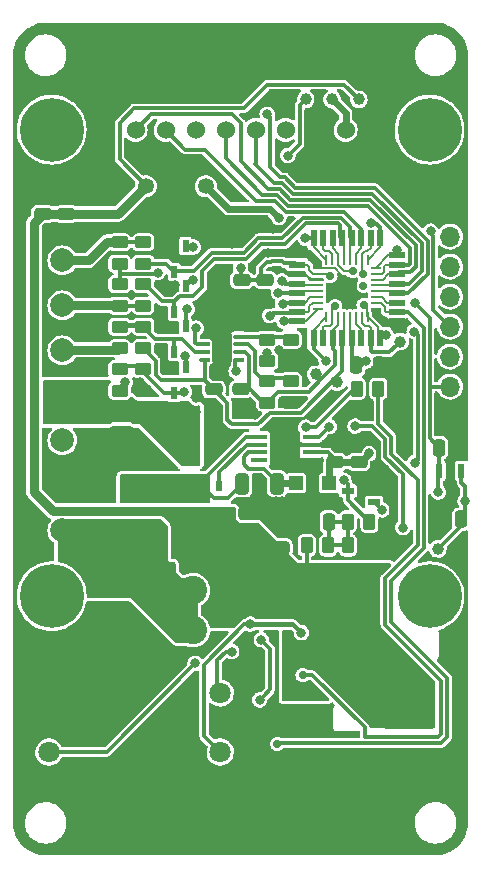
<source format=gbr>
%TF.GenerationSoftware,KiCad,Pcbnew,(6.0.10)*%
%TF.CreationDate,2023-05-23T19:13:15+02:00*%
%TF.ProjectId,AxxSolder,41787853-6f6c-4646-9572-2e6b69636164,rev?*%
%TF.SameCoordinates,Original*%
%TF.FileFunction,Copper,L2,Bot*%
%TF.FilePolarity,Positive*%
%FSLAX46Y46*%
G04 Gerber Fmt 4.6, Leading zero omitted, Abs format (unit mm)*
G04 Created by KiCad (PCBNEW (6.0.10)) date 2023-05-23 19:13:15*
%MOMM*%
%LPD*%
G01*
G04 APERTURE LIST*
G04 Aperture macros list*
%AMRoundRect*
0 Rectangle with rounded corners*
0 $1 Rounding radius*
0 $2 $3 $4 $5 $6 $7 $8 $9 X,Y pos of 4 corners*
0 Add a 4 corners polygon primitive as box body*
4,1,4,$2,$3,$4,$5,$6,$7,$8,$9,$2,$3,0*
0 Add four circle primitives for the rounded corners*
1,1,$1+$1,$2,$3*
1,1,$1+$1,$4,$5*
1,1,$1+$1,$6,$7*
1,1,$1+$1,$8,$9*
0 Add four rect primitives between the rounded corners*
20,1,$1+$1,$2,$3,$4,$5,0*
20,1,$1+$1,$4,$5,$6,$7,0*
20,1,$1+$1,$6,$7,$8,$9,0*
20,1,$1+$1,$8,$9,$2,$3,0*%
G04 Aperture macros list end*
%TA.AperFunction,WasherPad*%
%ADD10C,5.400000*%
%TD*%
%TA.AperFunction,ComponentPad*%
%ADD11C,1.524000*%
%TD*%
%TA.AperFunction,ComponentPad*%
%ADD12C,1.800000*%
%TD*%
%TA.AperFunction,ComponentPad*%
%ADD13C,4.000000*%
%TD*%
%TA.AperFunction,ComponentPad*%
%ADD14C,1.350000*%
%TD*%
%TA.AperFunction,SMDPad,CuDef*%
%ADD15R,0.600000X1.050000*%
%TD*%
%TA.AperFunction,ComponentPad*%
%ADD16C,2.000000*%
%TD*%
%TA.AperFunction,SMDPad,CuDef*%
%ADD17R,1.450000X3.450000*%
%TD*%
%TA.AperFunction,SMDPad,CuDef*%
%ADD18RoundRect,0.250000X0.475000X-0.250000X0.475000X0.250000X-0.475000X0.250000X-0.475000X-0.250000X0*%
%TD*%
%TA.AperFunction,SMDPad,CuDef*%
%ADD19C,1.000000*%
%TD*%
%TA.AperFunction,ComponentPad*%
%ADD20C,1.000000*%
%TD*%
%TA.AperFunction,SMDPad,CuDef*%
%ADD21RoundRect,0.250000X-0.450000X0.262500X-0.450000X-0.262500X0.450000X-0.262500X0.450000X0.262500X0*%
%TD*%
%TA.AperFunction,SMDPad,CuDef*%
%ADD22RoundRect,0.250000X0.450000X-0.262500X0.450000X0.262500X-0.450000X0.262500X-0.450000X-0.262500X0*%
%TD*%
%TA.AperFunction,SMDPad,CuDef*%
%ADD23RoundRect,0.250000X0.250000X0.475000X-0.250000X0.475000X-0.250000X-0.475000X0.250000X-0.475000X0*%
%TD*%
%TA.AperFunction,SMDPad,CuDef*%
%ADD24RoundRect,0.250000X0.650000X-0.325000X0.650000X0.325000X-0.650000X0.325000X-0.650000X-0.325000X0*%
%TD*%
%TA.AperFunction,SMDPad,CuDef*%
%ADD25RoundRect,0.250000X-0.250000X-0.475000X0.250000X-0.475000X0.250000X0.475000X-0.250000X0.475000X0*%
%TD*%
%TA.AperFunction,SMDPad,CuDef*%
%ADD26RoundRect,0.250000X-0.475000X0.250000X-0.475000X-0.250000X0.475000X-0.250000X0.475000X0.250000X0*%
%TD*%
%TA.AperFunction,SMDPad,CuDef*%
%ADD27RoundRect,0.250000X-0.262500X-0.450000X0.262500X-0.450000X0.262500X0.450000X-0.262500X0.450000X0*%
%TD*%
%TA.AperFunction,SMDPad,CuDef*%
%ADD28R,1.050000X0.600000*%
%TD*%
%TA.AperFunction,ComponentPad*%
%ADD29C,2.400000*%
%TD*%
%TA.AperFunction,ComponentPad*%
%ADD30R,1.700000X1.700000*%
%TD*%
%TA.AperFunction,ComponentPad*%
%ADD31O,1.700000X1.700000*%
%TD*%
%TA.AperFunction,SMDPad,CuDef*%
%ADD32R,0.600000X1.250000*%
%TD*%
%TA.AperFunction,SMDPad,CuDef*%
%ADD33R,1.200000X1.200000*%
%TD*%
%TA.AperFunction,SMDPad,CuDef*%
%ADD34R,1.425000X0.450000*%
%TD*%
%TA.AperFunction,SMDPad,CuDef*%
%ADD35R,1.680000X1.880000*%
%TD*%
%TA.AperFunction,SMDPad,CuDef*%
%ADD36RoundRect,0.250000X-0.325000X-0.650000X0.325000X-0.650000X0.325000X0.650000X-0.325000X0.650000X0*%
%TD*%
%TA.AperFunction,SMDPad,CuDef*%
%ADD37RoundRect,0.062500X0.062500X-0.375000X0.062500X0.375000X-0.062500X0.375000X-0.062500X-0.375000X0*%
%TD*%
%TA.AperFunction,SMDPad,CuDef*%
%ADD38RoundRect,0.062500X0.375000X-0.062500X0.375000X0.062500X-0.375000X0.062500X-0.375000X-0.062500X0*%
%TD*%
%TA.AperFunction,SMDPad,CuDef*%
%ADD39R,1.750000X1.750000*%
%TD*%
%TA.AperFunction,SMDPad,CuDef*%
%ADD40R,0.850000X0.350000*%
%TD*%
%TA.AperFunction,SMDPad,CuDef*%
%ADD41R,1.700000X2.450000*%
%TD*%
%TA.AperFunction,SMDPad,CuDef*%
%ADD42R,0.500000X0.925000*%
%TD*%
%TA.AperFunction,SMDPad,CuDef*%
%ADD43R,0.600000X0.800000*%
%TD*%
%TA.AperFunction,SMDPad,CuDef*%
%ADD44R,4.410000X3.655000*%
%TD*%
%TA.AperFunction,SMDPad,CuDef*%
%ADD45R,4.150000X2.100000*%
%TD*%
%TA.AperFunction,SMDPad,CuDef*%
%ADD46R,0.600000X1.475000*%
%TD*%
%TA.AperFunction,SMDPad,CuDef*%
%ADD47R,1.475000X0.600000*%
%TD*%
%TA.AperFunction,ViaPad*%
%ADD48C,0.800000*%
%TD*%
%TA.AperFunction,ViaPad*%
%ADD49C,0.700000*%
%TD*%
%TA.AperFunction,Conductor*%
%ADD50C,0.300000*%
%TD*%
%TA.AperFunction,Conductor*%
%ADD51C,0.200000*%
%TD*%
%TA.AperFunction,Conductor*%
%ADD52C,0.600000*%
%TD*%
%TA.AperFunction,Conductor*%
%ADD53C,0.800000*%
%TD*%
%TA.AperFunction,Conductor*%
%ADD54C,0.250000*%
%TD*%
G04 APERTURE END LIST*
D10*
%TO.P,D4,*%
%TO.N,*%
X100500000Y-95820000D03*
X132500000Y-95820000D03*
X100500000Y-56320000D03*
X132500000Y-56320000D03*
D11*
%TO.P,D4,1,VCC*%
%TO.N,+5V*%
X125390000Y-56320000D03*
%TO.P,D4,2,GND*%
%TO.N,GND*%
X122850000Y-56320000D03*
%TO.P,D4,3,NC*%
%TO.N,unconnected-(D4-Pad3)*%
X120310000Y-56320000D03*
%TO.P,D4,4,DIN*%
%TO.N,/SPI_MOSI*%
X117770000Y-56320000D03*
%TO.P,D4,5,CLK*%
%TO.N,/SPI_SCK*%
X115230000Y-56320000D03*
%TO.P,D4,6,CS*%
%TO.N,/SPI_CS*%
X112690000Y-56320000D03*
%TO.P,D4,7,DC*%
%TO.N,/SPI_DC*%
X110150000Y-56320000D03*
%TO.P,D4,8,RST*%
%TO.N,/SPI_RST*%
X107610000Y-56320000D03*
%TD*%
%TO.P,TP3,1,1*%
%TO.N,GND*%
X119750000Y-53750000D03*
%TD*%
D12*
%TO.P,U1,1,S*%
%TO.N,/ENC_Button*%
X100275000Y-109000000D03*
%TO.P,U1,2,W*%
%TO.N,GND*%
X100275000Y-104000000D03*
%TO.P,U1,3,A*%
%TO.N,/ENC_B*%
X114775000Y-109000000D03*
D13*
%TO.P,U1,4,C*%
%TO.N,GND*%
X107275000Y-100800000D03*
X107275000Y-112200000D03*
D12*
X114775000Y-106500000D03*
%TO.P,U1,5,B*%
%TO.N,/ENC_A*%
X114775000Y-104000000D03*
%TD*%
D14*
%TO.P,PS2,1,+VIN*%
%TO.N,VDD*%
X108477680Y-61098500D03*
%TO.P,PS2,2,GND*%
%TO.N,GND*%
X111017680Y-61098500D03*
%TO.P,PS2,3,+VOUT*%
%TO.N,+5V*%
X113557680Y-61098500D03*
%TD*%
D15*
%TO.P,D3,1,A*%
%TO.N,GND*%
X109950000Y-69525000D03*
%TO.P,D3,2,K*%
%TO.N,+3.3V*%
X111850000Y-69525000D03*
%TO.P,D3,3,common*%
%TO.N,/Input0*%
X110900000Y-71725000D03*
%TD*%
D16*
%TO.P,J1,1,Pin_1*%
%TO.N,/HandleStand*%
X101400000Y-67370000D03*
%TO.P,J1,2,Pin_2*%
%TO.N,/TipChanger*%
X101400000Y-71180000D03*
%TO.P,J1,3,Pin_3*%
%TO.N,/GREEN*%
X101400000Y-74990000D03*
%TO.P,J1,4,Pin_4*%
%TO.N,/BLUE*%
X101400000Y-78800000D03*
%TO.P,J1,5,Pin_5*%
%TO.N,/RED*%
X101400000Y-82610000D03*
%TO.P,J1,6,Pin_6*%
%TO.N,GND*%
X101400000Y-86420000D03*
%TO.P,J1,7,Pin_7*%
%TO.N,Net-(F1-Pad2)*%
X101400000Y-90230000D03*
%TD*%
D17*
%TO.P,R10,1*%
%TO.N,/BLUE*%
X112200000Y-83100000D03*
%TO.P,R10,2*%
%TO.N,GND*%
X106400000Y-83100000D03*
%TD*%
D18*
%TO.P,C1,1*%
%TO.N,+5V*%
X126500000Y-84450000D03*
%TO.P,C1,2*%
%TO.N,GND*%
X126500000Y-82550000D03*
%TD*%
D19*
%TO.P,TP6,1,1*%
%TO.N,/Current*%
X122874571Y-77019520D03*
%TD*%
D20*
%TO.P,TP1,1,1*%
%TO.N,/AMBIENT_TEMP*%
X133200000Y-91800000D03*
%TD*%
D21*
%TO.P,R6,1*%
%TO.N,/Input0*%
X108250000Y-69387500D03*
%TO.P,R6,2*%
%TO.N,/TipChanger*%
X108250000Y-71212500D03*
%TD*%
%TO.P,R21,1*%
%TO.N,Net-(D6-Pad3)*%
X108250000Y-76587500D03*
%TO.P,R21,2*%
%TO.N,GND*%
X108250000Y-78412500D03*
%TD*%
D22*
%TO.P,R19,1*%
%TO.N,/GREEN*%
X106250000Y-74812500D03*
%TO.P,R19,2*%
%TO.N,Net-(D5-Pad3)*%
X106250000Y-72987500D03*
%TD*%
D23*
%TO.P,C3,1*%
%TO.N,Net-(C3-Pad1)*%
X123950000Y-89500000D03*
%TO.P,C3,2*%
%TO.N,GND*%
X122050000Y-89500000D03*
%TD*%
D19*
%TO.P,TP2,1,1*%
%TO.N,Net-(IC2-Pad2)*%
X130000000Y-74250000D03*
%TD*%
D24*
%TO.P,C17,1*%
%TO.N,VDD*%
X119750000Y-91725000D03*
%TO.P,C17,2*%
%TO.N,GND*%
X119750000Y-88775000D03*
%TD*%
D22*
%TO.P,R20,1*%
%TO.N,/RED*%
X106250000Y-78412500D03*
%TO.P,R20,2*%
%TO.N,Net-(D6-Pad3)*%
X106250000Y-76587500D03*
%TD*%
D25*
%TO.P,C5,1*%
%TO.N,+3.3V*%
X133300000Y-83250000D03*
%TO.P,C5,2*%
%TO.N,GND*%
X135200000Y-83250000D03*
%TD*%
D26*
%TO.P,C14,1*%
%TO.N,GND*%
X101750000Y-61550000D03*
%TO.P,C14,2*%
%TO.N,VDD*%
X101750000Y-63450000D03*
%TD*%
%TO.P,C16,1*%
%TO.N,/Current*%
X116500000Y-78300000D03*
%TO.P,C16,2*%
%TO.N,GND*%
X116500000Y-80200000D03*
%TD*%
D27*
%TO.P,R2,1*%
%TO.N,VDD*%
X122087500Y-91500000D03*
%TO.P,R2,2*%
%TO.N,Net-(C3-Pad1)*%
X123912500Y-91500000D03*
%TD*%
%TO.P,R3,1*%
%TO.N,Net-(C3-Pad1)*%
X125587500Y-91500000D03*
%TO.P,R3,2*%
%TO.N,GND*%
X127412500Y-91500000D03*
%TD*%
D28*
%TO.P,D12,1,A*%
%TO.N,GND*%
X127800000Y-85950000D03*
%TO.P,D12,2,K*%
%TO.N,+3.3V*%
X127800000Y-87850000D03*
%TO.P,D12,3,common*%
%TO.N,/Busvoltage*%
X125600000Y-86900000D03*
%TD*%
D15*
%TO.P,D1,1,A*%
%TO.N,GND*%
X109950000Y-66150000D03*
%TO.P,D1,2,K*%
%TO.N,+3.3V*%
X111850000Y-66150000D03*
%TO.P,D1,3,common*%
%TO.N,/Input1*%
X110900000Y-68350000D03*
%TD*%
D29*
%TO.P,F1,1*%
%TO.N,VDD*%
X125935000Y-98700000D03*
X125935000Y-95300000D03*
%TO.P,F1,2*%
%TO.N,Net-(F1-Pad2)*%
X112465000Y-98700000D03*
X112465000Y-95300000D03*
%TD*%
D22*
%TO.P,R8,1*%
%TO.N,+3.3V*%
X106250000Y-67662500D03*
%TO.P,R8,2*%
%TO.N,/HandleStand*%
X106250000Y-65837500D03*
%TD*%
D24*
%TO.P,C18,1*%
%TO.N,VDD*%
X117250000Y-91725000D03*
%TO.P,C18,2*%
%TO.N,GND*%
X117250000Y-88775000D03*
%TD*%
D22*
%TO.P,R22,1*%
%TO.N,/Thermocouple*%
X108250000Y-74812500D03*
%TO.P,R22,2*%
%TO.N,Net-(D5-Pad3)*%
X108250000Y-72987500D03*
%TD*%
D30*
%TO.P,J4,1,Pin_1*%
%TO.N,GND*%
X134225000Y-80600000D03*
D31*
%TO.P,J4,2,Pin_2*%
%TO.N,+3.3V*%
X134225000Y-78060000D03*
%TO.P,J4,3,Pin_3*%
%TO.N,/RST*%
X134225000Y-75520000D03*
%TO.P,J4,4,Pin_4*%
%TO.N,/SWCLK*%
X134225000Y-72980000D03*
%TO.P,J4,5,Pin_5*%
%TO.N,/SWDIO*%
X134225000Y-70440000D03*
%TO.P,J4,6,Pin_6*%
%TO.N,/MCU_TX*%
X134225000Y-67900000D03*
%TO.P,J4,7,Pin_7*%
%TO.N,/MCU_RX*%
X134225000Y-65360000D03*
%TD*%
D32*
%TO.P,IC3,1,VDD*%
%TO.N,+3.3V*%
X133300000Y-85200000D03*
%TO.P,IC3,2,VOUT*%
%TO.N,/AMBIENT_TEMP*%
X135200000Y-85200000D03*
%TO.P,IC3,3,GND*%
%TO.N,GND*%
X134250000Y-87300000D03*
%TD*%
D22*
%TO.P,R26,1*%
%TO.N,GND*%
X120750000Y-79412500D03*
%TO.P,R26,2*%
%TO.N,Net-(IC4-Pad6)*%
X120750000Y-77587500D03*
%TD*%
D20*
%TO.P,TP9,1,1*%
%TO.N,+3.3V*%
X122000000Y-53750000D03*
%TD*%
D21*
%TO.P,R23,1*%
%TO.N,Net-(IC4-Pad5)*%
X120750000Y-74087500D03*
%TO.P,R23,2*%
%TO.N,GND*%
X120750000Y-75912500D03*
%TD*%
D22*
%TO.P,R5,1*%
%TO.N,/Input1*%
X108250000Y-67662500D03*
%TO.P,R5,2*%
%TO.N,/HandleStand*%
X108250000Y-65837500D03*
%TD*%
D26*
%TO.P,C11,1*%
%TO.N,+3.3V*%
X118600000Y-69050000D03*
%TO.P,C11,2*%
%TO.N,GND*%
X118600000Y-70950000D03*
%TD*%
D19*
%TO.P,TP5,1,1*%
%TO.N,/Thermocouple*%
X124700000Y-77700000D03*
%TD*%
D20*
%TO.P,TP7,1,1*%
%TO.N,+5V*%
X124250000Y-53750000D03*
%TD*%
D33*
%TO.P,D2,1*%
%TO.N,Net-(C4-Pad2)*%
X121200000Y-86250000D03*
%TO.P,D2,2*%
%TO.N,+5V*%
X124000000Y-86250000D03*
%TD*%
D15*
%TO.P,D5,1,A*%
%TO.N,GND*%
X109950000Y-72925000D03*
%TO.P,D5,2,K*%
%TO.N,+3.3V*%
X111850000Y-72925000D03*
%TO.P,D5,3,common*%
%TO.N,Net-(D5-Pad3)*%
X110900000Y-75125000D03*
%TD*%
D34*
%TO.P,IC1,1,INP*%
%TO.N,/Heater*%
X122462000Y-82325000D03*
%TO.P,IC1,2,GND_1*%
%TO.N,GND*%
X122462000Y-82975000D03*
%TO.P,IC1,3,VCC*%
%TO.N,+5V*%
X122462000Y-83625000D03*
%TO.P,IC1,4,GND_2*%
%TO.N,GND*%
X122462000Y-84275000D03*
%TO.P,IC1,5,NC*%
%TO.N,unconnected-(IC1-Pad5)*%
X118038000Y-84275000D03*
%TO.P,IC1,6,BOOST*%
%TO.N,Net-(C4-Pad2)*%
X118038000Y-83625000D03*
%TO.P,IC1,7,TG*%
%TO.N,Net-(IC1-Pad7)*%
X118038000Y-82975000D03*
%TO.P,IC1,8,TS*%
%TO.N,/RED*%
X118038000Y-82325000D03*
D35*
%TO.P,IC1,9,EP*%
%TO.N,GND*%
X120250000Y-83300000D03*
%TD*%
D36*
%TO.P,C4,1*%
%TO.N,/RED*%
X116625000Y-86300000D03*
%TO.P,C4,2*%
%TO.N,Net-(C4-Pad2)*%
X119575000Y-86300000D03*
%TD*%
D21*
%TO.P,R24,1*%
%TO.N,Net-(IC4-Pad6)*%
X118750000Y-77587500D03*
%TO.P,R24,2*%
%TO.N,/Current*%
X118750000Y-79412500D03*
%TD*%
D37*
%TO.P,IC5,1,VDD_1*%
%TO.N,+3.3V*%
X127250000Y-72187500D03*
%TO.P,IC5,2,PF0-OSC_IN*%
%TO.N,Net-(IC2-Pad2)*%
X126750000Y-72187500D03*
%TO.P,IC5,3,PF1-OSC_OUT*%
%TO.N,Net-(IC2-Pad3)*%
X126250000Y-72187500D03*
%TO.P,IC5,4,PG10-NRST*%
%TO.N,/RST*%
X125750000Y-72187500D03*
%TO.P,IC5,5,PA0*%
%TO.N,/Thermocouple*%
X125250000Y-72187500D03*
%TO.P,IC5,6,PA1*%
%TO.N,/Current*%
X124750000Y-72187500D03*
%TO.P,IC5,7,PA2*%
%TO.N,/MCU_TX*%
X124250000Y-72187500D03*
%TO.P,IC5,8,PA3*%
%TO.N,/AMBIENT_TEMP*%
X123750000Y-72187500D03*
D38*
%TO.P,IC5,9,PA4*%
%TO.N,/ENC_A*%
X123062500Y-71500000D03*
%TO.P,IC5,10,PA5*%
%TO.N,/BUZZER*%
X123062500Y-71000000D03*
%TO.P,IC5,11,PA6*%
%TO.N,/ENC_B*%
X123062500Y-70500000D03*
%TO.P,IC5,12,PA7*%
%TO.N,/Heater*%
X123062500Y-70000000D03*
%TO.P,IC5,13,PB0*%
%TO.N,/Busvoltage*%
X123062500Y-69500000D03*
%TO.P,IC5,14,VSSA*%
%TO.N,GND*%
X123062500Y-69000000D03*
%TO.P,IC5,15,VDDA*%
%TO.N,+3.3V*%
X123062500Y-68500000D03*
%TO.P,IC5,16,VSS_1*%
%TO.N,GND*%
X123062500Y-68000000D03*
D37*
%TO.P,IC5,17,VDD_2*%
%TO.N,+3.3V*%
X123750000Y-67312500D03*
%TO.P,IC5,18,PA8*%
%TO.N,Net-(IC2-Pad18)*%
X124250000Y-67312500D03*
%TO.P,IC5,19,PA9*%
%TO.N,/ENC_Button*%
X124750000Y-67312500D03*
%TO.P,IC5,20,PA10*%
%TO.N,/Input0*%
X125250000Y-67312500D03*
%TO.P,IC5,21,PA11*%
%TO.N,/Input1*%
X125750000Y-67312500D03*
%TO.P,IC5,22,PA12*%
%TO.N,/SPI_DC*%
X126250000Y-67312500D03*
%TO.P,IC5,23,PA13*%
%TO.N,/SWDIO*%
X126750000Y-67312500D03*
%TO.P,IC5,24,PA14*%
%TO.N,/SWCLK*%
X127250000Y-67312500D03*
D38*
%TO.P,IC5,25,PA15*%
%TO.N,/MCU_RX*%
X127937500Y-68000000D03*
%TO.P,IC5,26,PB3*%
%TO.N,/SPI_SCK*%
X127937500Y-68500000D03*
%TO.P,IC5,27,PB4*%
%TO.N,/SPI_RST*%
X127937500Y-69000000D03*
%TO.P,IC5,28,PB5*%
%TO.N,/SPI_MOSI*%
X127937500Y-69500000D03*
%TO.P,IC5,29,PB6*%
%TO.N,/SPI_CS*%
X127937500Y-70000000D03*
%TO.P,IC5,30,PB7*%
%TO.N,Net-(IC2-Pad30)*%
X127937500Y-70500000D03*
%TO.P,IC5,31,PB8-BOOT0*%
%TO.N,Net-(IC2-Pad31)*%
X127937500Y-71000000D03*
%TO.P,IC5,32,VSS_2*%
%TO.N,GND*%
X127937500Y-71500000D03*
D39*
X125500000Y-69750000D03*
%TD*%
D23*
%TO.P,C7,1*%
%TO.N,GND*%
X128200000Y-76250000D03*
%TO.P,C7,2*%
%TO.N,/RST*%
X126300000Y-76250000D03*
%TD*%
D21*
%TO.P,R9,1*%
%TO.N,+3.3V*%
X106250000Y-69387500D03*
%TO.P,R9,2*%
%TO.N,/TipChanger*%
X106250000Y-71212500D03*
%TD*%
D20*
%TO.P,TP8,1,1*%
%TO.N,VDD*%
X126500000Y-53750000D03*
%TD*%
D26*
%TO.P,C21,1*%
%TO.N,GND*%
X99750000Y-61550000D03*
%TO.P,C21,2*%
%TO.N,VDD*%
X99750000Y-63450000D03*
%TD*%
D27*
%TO.P,R15,1*%
%TO.N,/BUZZER*%
X126337500Y-78250000D03*
%TO.P,R15,2*%
%TO.N,Net-(Q2-Pad1)*%
X128162500Y-78250000D03*
%TD*%
%TO.P,R1,1*%
%TO.N,Net-(C3-Pad1)*%
X125587500Y-89500000D03*
%TO.P,R1,2*%
%TO.N,/Busvoltage*%
X127412500Y-89500000D03*
%TD*%
D40*
%TO.P,IC4,1,OUT_A*%
%TO.N,/Thermocouple*%
X113450000Y-75775000D03*
%TO.P,IC4,2,-IN_A*%
%TO.N,Net-(D5-Pad3)*%
X113450000Y-75125000D03*
%TO.P,IC4,3,+IN_A*%
%TO.N,Net-(D6-Pad3)*%
X113450000Y-74475000D03*
%TO.P,IC4,4,V-*%
%TO.N,GND*%
X113450000Y-73825000D03*
%TO.P,IC4,5,+IN_B*%
%TO.N,Net-(IC4-Pad5)*%
X116350000Y-73825000D03*
%TO.P,IC4,6,-IN_B*%
%TO.N,Net-(IC4-Pad6)*%
X116350000Y-74475000D03*
%TO.P,IC4,7,OUT_B*%
%TO.N,/Current*%
X116350000Y-75125000D03*
%TO.P,IC4,8,V+*%
%TO.N,+3.3V*%
X116350000Y-75775000D03*
D41*
%TO.P,IC4,9,EP*%
%TO.N,GND*%
X114900000Y-74800000D03*
%TD*%
D21*
%TO.P,R25,1*%
%TO.N,Net-(IC4-Pad5)*%
X118750000Y-74087500D03*
%TO.P,R25,2*%
%TO.N,/BLUE*%
X118750000Y-75912500D03*
%TD*%
D26*
%TO.P,C12,1*%
%TO.N,+3.3V*%
X116600000Y-69050000D03*
%TO.P,C12,2*%
%TO.N,GND*%
X116600000Y-70950000D03*
%TD*%
D42*
%TO.P,Q1,1,S*%
%TO.N,/RED*%
X110895000Y-86472500D03*
X113435000Y-86472500D03*
X112165000Y-86472500D03*
%TO.P,Q1,9,G*%
%TO.N,Net-(IC1-Pad7)*%
X114705000Y-86472500D03*
D43*
%TO.P,Q1,10,D*%
%TO.N,VDD*%
X112165000Y-92262500D03*
X110895000Y-92262500D03*
X114705000Y-92262500D03*
D44*
X112800000Y-90037500D03*
D43*
X113435000Y-92262500D03*
%TD*%
D18*
%TO.P,C2,1*%
%TO.N,+5V*%
X124500000Y-84450000D03*
%TO.P,C2,2*%
%TO.N,GND*%
X124500000Y-82550000D03*
%TD*%
D45*
%TO.P,C23,1*%
%TO.N,VDD*%
X130750000Y-106000000D03*
%TO.P,C23,2*%
%TO.N,GND*%
X122250000Y-106000000D03*
%TD*%
D15*
%TO.P,D6,1,A*%
%TO.N,GND*%
X109950000Y-76375000D03*
%TO.P,D6,2,K*%
%TO.N,+3.3V*%
X111850000Y-76375000D03*
%TO.P,D6,3,common*%
%TO.N,Net-(D6-Pad3)*%
X110900000Y-78575000D03*
%TD*%
D23*
%TO.P,C20,1*%
%TO.N,/AMBIENT_TEMP*%
X135150000Y-89300000D03*
%TO.P,C20,2*%
%TO.N,GND*%
X133250000Y-89300000D03*
%TD*%
D26*
%TO.P,C15,1*%
%TO.N,/Thermocouple*%
X114250000Y-78300000D03*
%TO.P,C15,2*%
%TO.N,GND*%
X114250000Y-80200000D03*
%TD*%
D46*
%TO.P,IC2,1,VDD_1*%
%TO.N,+3.3V*%
X128300000Y-73988000D03*
%TO.P,IC2,2,PF0-OSC_IN*%
%TO.N,Net-(IC2-Pad2)*%
X127500000Y-73988000D03*
%TO.P,IC2,3,PF1-OSC_OUT*%
%TO.N,Net-(IC2-Pad3)*%
X126700000Y-73988000D03*
%TO.P,IC2,4,PG10-NRST*%
%TO.N,/RST*%
X125900000Y-73988000D03*
%TO.P,IC2,5,PA0*%
%TO.N,/Thermocouple*%
X125100000Y-73988000D03*
%TO.P,IC2,6,PA1*%
%TO.N,/Current*%
X124300000Y-73988000D03*
%TO.P,IC2,7,PA2*%
%TO.N,/MCU_TX*%
X123500000Y-73988000D03*
%TO.P,IC2,8,PA3*%
%TO.N,/AMBIENT_TEMP*%
X122700000Y-73988000D03*
D47*
%TO.P,IC2,9,PA4*%
%TO.N,/ENC_A*%
X121262000Y-72550000D03*
%TO.P,IC2,10,PA5*%
%TO.N,/BUZZER*%
X121262000Y-71750000D03*
%TO.P,IC2,11,PA6*%
%TO.N,/ENC_B*%
X121262000Y-70950000D03*
%TO.P,IC2,12,PA7*%
%TO.N,/Heater*%
X121262000Y-70150000D03*
%TO.P,IC2,13,PB0*%
%TO.N,/Busvoltage*%
X121262000Y-69350000D03*
%TO.P,IC2,14,VSSA*%
%TO.N,GND*%
X121262000Y-68550000D03*
%TO.P,IC2,15,VDDA*%
%TO.N,+3.3V*%
X121262000Y-67750000D03*
%TO.P,IC2,16,VSS_1*%
%TO.N,GND*%
X121262000Y-66950000D03*
D46*
%TO.P,IC2,17,VDD_2*%
%TO.N,+3.3V*%
X122700000Y-65512000D03*
%TO.P,IC2,18,PA8*%
%TO.N,Net-(IC2-Pad18)*%
X123500000Y-65512000D03*
%TO.P,IC2,19,PA9*%
%TO.N,/ENC_Button*%
X124300000Y-65512000D03*
%TO.P,IC2,20,PA10*%
%TO.N,/Input0*%
X125100000Y-65512000D03*
%TO.P,IC2,21,PA11*%
%TO.N,/Input1*%
X125900000Y-65512000D03*
%TO.P,IC2,22,PA12*%
%TO.N,/SPI_DC*%
X126700000Y-65512000D03*
%TO.P,IC2,23,PA13*%
%TO.N,/SWDIO*%
X127500000Y-65512000D03*
%TO.P,IC2,24,PA14*%
%TO.N,/SWCLK*%
X128300000Y-65512000D03*
D47*
%TO.P,IC2,25,PA15*%
%TO.N,/MCU_RX*%
X129738000Y-66950000D03*
%TO.P,IC2,26,PB3*%
%TO.N,/SPI_SCK*%
X129738000Y-67750000D03*
%TO.P,IC2,27,PB4*%
%TO.N,/SPI_RST*%
X129738000Y-68550000D03*
%TO.P,IC2,28,PB5*%
%TO.N,/SPI_MOSI*%
X129738000Y-69350000D03*
%TO.P,IC2,29,PB6*%
%TO.N,/SPI_CS*%
X129738000Y-70150000D03*
%TO.P,IC2,30,PB7*%
%TO.N,Net-(IC2-Pad30)*%
X129738000Y-70950000D03*
%TO.P,IC2,31,PB8-BOOT0*%
%TO.N,Net-(IC2-Pad31)*%
X129738000Y-71750000D03*
%TO.P,IC2,32,VSS_2*%
%TO.N,GND*%
X129738000Y-72550000D03*
%TD*%
D48*
%TO.N,GND*%
X117719773Y-80470273D03*
%TO.N,/BUZZER*%
X122000500Y-81500498D03*
X118975767Y-72049500D03*
%TO.N,+3.3V*%
X116500000Y-68000000D03*
X128829977Y-73670023D03*
X112500000Y-66250000D03*
X109477735Y-68425782D03*
X118113830Y-104589863D03*
D49*
X126907326Y-71157326D03*
D48*
X116126283Y-76755668D03*
X133250000Y-87000000D03*
X128475500Y-88500000D03*
X112000000Y-71500000D03*
X112505338Y-69009913D03*
X111799502Y-75500000D03*
X120500000Y-58500000D03*
D49*
X124104278Y-68699500D03*
D48*
X118250000Y-99500000D03*
X121988000Y-65512000D03*
X131250000Y-71000000D03*
%TO.N,/ENC_B*%
X121639769Y-98896782D03*
X120057030Y-71050500D03*
X117324500Y-98175500D03*
%TO.N,/ENC_A*%
X120198132Y-72552878D03*
X115750000Y-100500000D03*
%TO.N,/ENC_Button*%
X112658032Y-101494005D03*
X131200000Y-73400000D03*
D49*
X125975072Y-68296016D03*
D48*
X131250000Y-84500000D03*
D49*
X126900500Y-69513599D03*
D48*
%TO.N,/Heater*%
X123999500Y-81450882D03*
X119693356Y-70117517D03*
%TO.N,/SWCLK*%
X132581868Y-64900595D03*
X127500000Y-64174998D03*
D49*
%TO.N,/SWDIO*%
X126899190Y-68514097D03*
D48*
%TO.N,/RST*%
X127100500Y-75915233D03*
%TO.N,+5V*%
X119750000Y-63750000D03*
X130250000Y-90000000D03*
X127403508Y-83713462D03*
X126190101Y-81411181D03*
%TO.N,/RED*%
X109500000Y-87500000D03*
X108000000Y-86750000D03*
X109500000Y-86000000D03*
X108750000Y-86750000D03*
X108750000Y-86000000D03*
X108750000Y-87500000D03*
X108000000Y-86000000D03*
X109500000Y-86750000D03*
X107250000Y-86750000D03*
X106750000Y-77699500D03*
X107250000Y-86000000D03*
X107250000Y-87500000D03*
X108000000Y-87500000D03*
D49*
%TO.N,Net-(Q2-Pad1)*%
X121750000Y-102500000D03*
D48*
%TO.N,/BLUE*%
X112750000Y-80250000D03*
X118750000Y-75199500D03*
%TO.N,/Busvoltage*%
X119989481Y-69120473D03*
X125250000Y-86000000D03*
D49*
%TO.N,Net-(IC2-Pad31)*%
X119616175Y-108319822D03*
D48*
%TO.N,/SPI_CS*%
X118750000Y-55000000D03*
%TO.N,/MCU_RX*%
X129750000Y-66500000D03*
D49*
%TO.N,/MCU_TX*%
X124499500Y-71230091D03*
D48*
%TO.N,/AMBIENT_TEMP*%
X135500000Y-87750000D03*
X123749500Y-75892352D03*
%TO.N,GND*%
X110950498Y-69474502D03*
X109750000Y-59000000D03*
X120500000Y-87750000D03*
X110550000Y-112200000D03*
X107500000Y-82250000D03*
X103250000Y-100000000D03*
X97900000Y-75875000D03*
X104000000Y-112250000D03*
X130500000Y-83000000D03*
X119000000Y-87750000D03*
D49*
X119601475Y-68198314D03*
D48*
X109850000Y-72125000D03*
X104750000Y-111500000D03*
X111250000Y-111450000D03*
X128720023Y-85029977D03*
X104000000Y-100000000D03*
X104750000Y-113000000D03*
X109849808Y-101484302D03*
X117250000Y-111750000D03*
X103250000Y-101500000D03*
X110550000Y-112950000D03*
X119500000Y-87750000D03*
X97900000Y-85250000D03*
X97900000Y-69625000D03*
X103250000Y-113000000D03*
X118700000Y-112500000D03*
X110550000Y-111450000D03*
X120250000Y-84000000D03*
X104750000Y-100000000D03*
X118500000Y-87750000D03*
X103500000Y-87250000D03*
X109800000Y-112950000D03*
X114400000Y-73300000D03*
D49*
X125700000Y-71100000D03*
D48*
X112000000Y-59750000D03*
X108000000Y-77699500D03*
X118000000Y-112500000D03*
X109800000Y-112200000D03*
X104000000Y-113000000D03*
X118000000Y-111000000D03*
X110599808Y-101484302D03*
X117250000Y-111000000D03*
X112750000Y-79000000D03*
X118050000Y-72550000D03*
X120250000Y-81250000D03*
X118000000Y-87750000D03*
X102750000Y-87250000D03*
X121526273Y-79286227D03*
X102750000Y-86500000D03*
X120000000Y-87750000D03*
X115750000Y-66000000D03*
X117250000Y-112500000D03*
X111349808Y-101484302D03*
X109800000Y-111450000D03*
X104000000Y-100750000D03*
X118779727Y-66749500D03*
X111250000Y-112200000D03*
X118700000Y-111000000D03*
X97900000Y-82125000D03*
X103500000Y-86500000D03*
X103250000Y-100750000D03*
X120250000Y-82500000D03*
X112750000Y-59000000D03*
X118000000Y-111750000D03*
X102750000Y-85750000D03*
X112000000Y-59000000D03*
X115350500Y-73332591D03*
X119225498Y-64750500D03*
X97900000Y-72750000D03*
X104750000Y-100750000D03*
X110500000Y-59000000D03*
X104000000Y-111500000D03*
X110500000Y-59750000D03*
X118700000Y-111750000D03*
X109849808Y-100734302D03*
X128650000Y-72550000D03*
X112750000Y-59750000D03*
X117500000Y-87750000D03*
X121000000Y-87750000D03*
X118149500Y-103500000D03*
X109900000Y-74974500D03*
X104750000Y-112250000D03*
X129625000Y-76125000D03*
X103250000Y-111500000D03*
X114500000Y-83000000D03*
X109000000Y-59750000D03*
X104250000Y-85750000D03*
D49*
X115500000Y-82000000D03*
D48*
X109000000Y-59000000D03*
X119750000Y-75000000D03*
X111250000Y-59750000D03*
X104750000Y-101500000D03*
X103250000Y-112250000D03*
X104250000Y-87250000D03*
X105000000Y-87250000D03*
X111349808Y-100734302D03*
X111250000Y-112950000D03*
X103500000Y-85750000D03*
X97900000Y-79000000D03*
X109734590Y-59765410D03*
X97900000Y-66500000D03*
X104250000Y-86500000D03*
X110599808Y-100734302D03*
X104000000Y-101500000D03*
X111250000Y-59000000D03*
%TO.N,Net-(D6-Pad3)*%
X111750000Y-78500000D03*
X112749501Y-73117550D03*
%TD*%
D50*
%TO.N,+3.3V*%
X132500000Y-78060000D02*
X132500000Y-72250000D01*
X132500000Y-72250000D02*
X131250000Y-71000000D01*
X132500000Y-82450000D02*
X133300000Y-83250000D01*
X134225000Y-78060000D02*
X132500000Y-78060000D01*
X132500000Y-78060000D02*
X132500000Y-82450000D01*
%TO.N,/BUZZER*%
X122889223Y-81500498D02*
X126139721Y-78250000D01*
X122000500Y-81500498D02*
X122889223Y-81500498D01*
X126139721Y-78250000D02*
X126337500Y-78250000D01*
%TO.N,/Thermocouple*%
X118975000Y-80275000D02*
X121598161Y-80275000D01*
X115750000Y-81250000D02*
X118000000Y-81250000D01*
X115377393Y-80877393D02*
X115750000Y-81250000D01*
X121598161Y-80275000D02*
X125100000Y-76773161D01*
X125100000Y-76773161D02*
X125100000Y-73988000D01*
X114250000Y-78300000D02*
X115377393Y-79427393D01*
X115377393Y-79427393D02*
X115377393Y-80877393D01*
X118000000Y-81250000D02*
X118975000Y-80275000D01*
%TO.N,GND*%
X121400000Y-79412500D02*
X120750000Y-79412500D01*
X121526273Y-79286227D02*
X121400000Y-79412500D01*
%TO.N,Net-(Q2-Pad1)*%
X122575000Y-102500000D02*
X121750000Y-102500000D01*
X127000000Y-106925000D02*
X122575000Y-102500000D01*
X127000000Y-107750000D02*
X127000000Y-106925000D01*
X133250000Y-107750000D02*
X127000000Y-107750000D01*
X133500000Y-107500000D02*
X133250000Y-107750000D01*
X133500000Y-102957107D02*
X133500000Y-107500000D01*
X131500000Y-91500000D02*
X128750000Y-94250000D01*
X128750000Y-94250000D02*
X128750000Y-98207107D01*
X131500000Y-86000000D02*
X131500000Y-91500000D01*
X129250000Y-83750000D02*
X131500000Y-86000000D01*
X128750000Y-98207107D02*
X133500000Y-102957107D01*
X129250000Y-82292894D02*
X129250000Y-83750000D01*
X128162500Y-81205394D02*
X129250000Y-82292894D01*
X128162500Y-78250000D02*
X128162500Y-81205394D01*
%TO.N,/RED*%
X106750000Y-77699500D02*
X106713000Y-77699500D01*
X106713000Y-77699500D02*
X106250000Y-78162500D01*
%TO.N,/RST*%
X126765733Y-76250000D02*
X127100500Y-75915233D01*
X126300000Y-76250000D02*
X126765733Y-76250000D01*
%TO.N,+5V*%
X128750000Y-82500000D02*
X127661181Y-81411181D01*
X128750000Y-84000000D02*
X128750000Y-82500000D01*
X130250000Y-85500000D02*
X128750000Y-84000000D01*
X130250000Y-90000000D02*
X130250000Y-85500000D01*
X127661181Y-81411181D02*
X126190101Y-81411181D01*
%TO.N,GND*%
X117719773Y-80470273D02*
X117449500Y-80200000D01*
X117449500Y-80200000D02*
X116500000Y-80200000D01*
X115500000Y-82000000D02*
X114250000Y-80750000D01*
X114250000Y-80750000D02*
X114250000Y-80200000D01*
%TO.N,/SPI_CS*%
X130682606Y-70150000D02*
X129738000Y-70150000D01*
X132325500Y-68507106D02*
X130682606Y-70150000D01*
X132325500Y-65704182D02*
X132325500Y-68507106D01*
X127871318Y-61250000D02*
X132325500Y-65704182D01*
X121139085Y-61250000D02*
X127871318Y-61250000D01*
X120239085Y-60350000D02*
X121139085Y-61250000D01*
X119000000Y-55250000D02*
X119000000Y-59500000D01*
X119000000Y-59500000D02*
X119850000Y-60350000D01*
X118750000Y-55000000D02*
X119000000Y-55250000D01*
X119850000Y-60350000D02*
X120239085Y-60350000D01*
%TO.N,/BUZZER*%
X121212000Y-71800000D02*
X121262000Y-71750000D01*
D51*
X121262000Y-71750000D02*
X122199500Y-71750000D01*
D50*
X119225267Y-71800000D02*
X121212000Y-71800000D01*
D51*
X122199500Y-71750000D02*
X122325000Y-71624500D01*
X122325000Y-71275000D02*
X122600000Y-71000000D01*
X122600000Y-71000000D02*
X123062500Y-71000000D01*
X122325000Y-71624500D02*
X122325000Y-71275000D01*
D50*
X126337500Y-78250000D02*
X126250000Y-78250000D01*
X118975767Y-72049500D02*
X119225267Y-71800000D01*
D51*
%TO.N,+3.3V*%
X128100000Y-73037500D02*
X127250000Y-72187500D01*
D50*
X127800000Y-87850000D02*
X127825500Y-87850000D01*
X111850000Y-72925000D02*
X111850000Y-71650000D01*
D51*
X127175000Y-71425000D02*
X126907326Y-71157326D01*
X128100000Y-73800000D02*
X128100000Y-73037500D01*
D50*
X121500000Y-57250000D02*
X121500000Y-57500000D01*
D51*
X122299500Y-67899500D02*
X122150000Y-67750000D01*
X123750000Y-67312500D02*
X122700000Y-66262500D01*
D50*
X118113830Y-104589863D02*
X118453693Y-104250000D01*
D51*
X127175000Y-72112500D02*
X127175000Y-71425000D01*
X122150000Y-67750000D02*
X121262000Y-67750000D01*
D50*
X118250000Y-69050000D02*
X119200000Y-69050000D01*
X111850000Y-66150000D02*
X112400000Y-66150000D01*
X116500000Y-69050000D02*
X118250000Y-69050000D01*
D51*
X128288000Y-73988000D02*
X128100000Y-73800000D01*
X123062500Y-68500000D02*
X122600000Y-68500000D01*
D50*
X112365087Y-69009913D02*
X111850000Y-69525000D01*
X112400000Y-66150000D02*
X112500000Y-66250000D01*
X133250000Y-87000000D02*
X133250000Y-85250000D01*
X106250000Y-68450000D02*
X106325000Y-68525000D01*
X118453693Y-104250000D02*
X118460161Y-104250000D01*
D51*
X128300000Y-73988000D02*
X128288000Y-73988000D01*
D50*
X116050000Y-76679385D02*
X116050000Y-75775000D01*
X121988000Y-65512000D02*
X122700000Y-65512000D01*
X111850000Y-71650000D02*
X112000000Y-71500000D01*
X112505338Y-69009913D02*
X112365087Y-69009913D01*
X133300000Y-85200000D02*
X133300000Y-83250000D01*
X127825500Y-87850000D02*
X128475500Y-88500000D01*
X121500000Y-57500000D02*
X120500000Y-58500000D01*
D51*
X121262000Y-67750000D02*
X121462000Y-67950000D01*
D50*
X106250000Y-68450000D02*
X106250000Y-69337500D01*
D51*
X123904778Y-68500000D02*
X123062500Y-68500000D01*
D50*
X120024500Y-67450000D02*
X119139888Y-67450000D01*
X106325000Y-68525000D02*
X109378517Y-68525000D01*
X119000000Y-103710161D02*
X119000000Y-100250000D01*
X111850000Y-76375000D02*
X111850000Y-75550498D01*
X118700500Y-67499500D02*
X118200000Y-68000000D01*
X121500000Y-54250000D02*
X121500000Y-57250000D01*
X121262000Y-67750000D02*
X121112000Y-67600000D01*
D51*
X122600000Y-68500000D02*
X122299500Y-68199500D01*
D50*
X111850000Y-75550498D02*
X111799502Y-75500000D01*
X122000000Y-53750000D02*
X121500000Y-54250000D01*
X119090388Y-67499500D02*
X118700500Y-67499500D01*
X128475500Y-88500000D02*
X128350000Y-88500000D01*
X119000000Y-100250000D02*
X118250000Y-99500000D01*
X119139888Y-67450000D02*
X119090388Y-67499500D01*
D51*
X122299500Y-68199500D02*
X122299500Y-67899500D01*
D50*
X118200000Y-68650000D02*
X118600000Y-69050000D01*
D51*
X123737500Y-67325000D02*
X123750000Y-67312500D01*
D50*
X121112000Y-67600000D02*
X120174500Y-67600000D01*
X119200000Y-68850000D02*
X119000000Y-69050000D01*
X116500000Y-69050000D02*
X116500000Y-68000000D01*
D51*
X122700000Y-66262500D02*
X122700000Y-65512000D01*
X128300000Y-73988000D02*
X128512000Y-73988000D01*
D50*
X118200000Y-68000000D02*
X118200000Y-68650000D01*
X106250000Y-67662500D02*
X106250000Y-68450000D01*
D51*
X124104278Y-68699500D02*
X123904778Y-68500000D01*
D50*
X109378517Y-68525000D02*
X109477735Y-68425782D01*
X118460161Y-104250000D02*
X119000000Y-103710161D01*
X116126283Y-76755668D02*
X116050000Y-76679385D01*
D51*
X128512000Y-73988000D02*
X128829977Y-73670023D01*
D50*
X133250000Y-85250000D02*
X133300000Y-85200000D01*
X120174500Y-67600000D02*
X120024500Y-67450000D01*
D51*
X127250000Y-72187500D02*
X127175000Y-72112500D01*
D50*
%TO.N,/ENC_B*%
X117406013Y-98257013D02*
X121000000Y-98257013D01*
X114775000Y-109275000D02*
X114775000Y-109000000D01*
X113400000Y-101600000D02*
X113400000Y-107625000D01*
X116824500Y-98175500D02*
X113400000Y-101600000D01*
D51*
X121950000Y-70950000D02*
X121262000Y-70950000D01*
X123062500Y-70500000D02*
X122400000Y-70500000D01*
D50*
X120157530Y-70950000D02*
X121262000Y-70950000D01*
X117324500Y-98175500D02*
X117406013Y-98257013D01*
X121000000Y-98257013D02*
X121639769Y-98896782D01*
X113400000Y-107625000D02*
X114775000Y-109000000D01*
X121639769Y-98896782D02*
X120918487Y-98175500D01*
X120918487Y-98175500D02*
X116824500Y-98175500D01*
D51*
X122400000Y-70500000D02*
X121950000Y-70950000D01*
D50*
X120057030Y-71050500D02*
X120157530Y-70950000D01*
%TO.N,/ENC_A*%
X115750000Y-100500000D02*
X115250000Y-100500000D01*
X120198132Y-72552878D02*
X120201010Y-72550000D01*
D51*
X121262000Y-72550000D02*
X122012500Y-72550000D01*
D50*
X115250000Y-100500000D02*
X114500000Y-101250000D01*
X120201010Y-72550000D02*
X121262000Y-72550000D01*
X114500000Y-101250000D02*
X114500000Y-103725000D01*
D51*
X122012500Y-72550000D02*
X123062500Y-71500000D01*
D50*
X114500000Y-103725000D02*
X114775000Y-104000000D01*
D51*
%TO.N,/ENC_Button*%
X125283364Y-68296016D02*
X124750000Y-67762652D01*
X124750000Y-67762652D02*
X124750000Y-67312500D01*
D50*
X131200000Y-73400000D02*
X131500000Y-73700000D01*
X112658032Y-101494005D02*
X105152037Y-109000000D01*
D51*
X125975072Y-68296016D02*
X125283364Y-68296016D01*
X124300000Y-66346662D02*
X124300000Y-65512000D01*
X124750000Y-66796662D02*
X124300000Y-66346662D01*
D50*
X131500000Y-84250000D02*
X131250000Y-84500000D01*
D51*
X124750000Y-67312500D02*
X124750000Y-66796662D01*
D50*
X131500000Y-73700000D02*
X131500000Y-84250000D01*
X105152037Y-109000000D02*
X100275000Y-109000000D01*
D51*
%TO.N,/Heater*%
X123062500Y-70000000D02*
X121412000Y-70000000D01*
D50*
X119725839Y-70150000D02*
X121262000Y-70150000D01*
X122462000Y-82325000D02*
X123125382Y-82325000D01*
X119693356Y-70117517D02*
X119725839Y-70150000D01*
X123125382Y-82325000D02*
X123999500Y-81450882D01*
D51*
X121412000Y-70000000D02*
X121262000Y-70150000D01*
D50*
%TO.N,/Current*%
X119000000Y-79162500D02*
X118250000Y-79162500D01*
X117200000Y-78200000D02*
X117200000Y-75450000D01*
D51*
X124750000Y-72850000D02*
X124750000Y-72187500D01*
D50*
X117200000Y-75450000D02*
X116875000Y-75125000D01*
X117300000Y-78300000D02*
X116500000Y-78300000D01*
X123250000Y-77500000D02*
X122250000Y-78500000D01*
X116875000Y-75125000D02*
X116050000Y-75125000D01*
X122874571Y-77124571D02*
X123250000Y-77500000D01*
D51*
X124300000Y-73300000D02*
X124750000Y-72850000D01*
D50*
X124300000Y-73988000D02*
X124300000Y-74875500D01*
X124500000Y-75075500D02*
X124500000Y-76250000D01*
X118412500Y-79412500D02*
X117300000Y-78300000D01*
X116900000Y-78500000D02*
X117200000Y-78200000D01*
X119662500Y-78500000D02*
X119000000Y-79162500D01*
D51*
X124300000Y-73988000D02*
X124300000Y-73300000D01*
D50*
X122874571Y-77019520D02*
X122874571Y-77124571D01*
X124300000Y-74875500D02*
X124500000Y-75075500D01*
X118750000Y-79412500D02*
X118412500Y-79412500D01*
X124500000Y-76250000D02*
X123250000Y-77500000D01*
X122250000Y-78500000D02*
X119662500Y-78500000D01*
%TO.N,/Thermocouple*%
X108250000Y-74812500D02*
X109300000Y-75862500D01*
X113450000Y-77500000D02*
X114250000Y-78300000D01*
D51*
X125250000Y-72187500D02*
X125250000Y-73838000D01*
D50*
X109300000Y-75862500D02*
X109300000Y-77050000D01*
X113450000Y-75775000D02*
X113450000Y-77500000D01*
X113456761Y-77506761D02*
X114250000Y-78300000D01*
X109750000Y-77500000D02*
X113456761Y-77500000D01*
X113500000Y-77525000D02*
X113500000Y-77550000D01*
X113500000Y-77550000D02*
X114250000Y-78300000D01*
D51*
X125250000Y-73838000D02*
X125100000Y-73988000D01*
D50*
X113456761Y-77500000D02*
X113456761Y-77506761D01*
X124600000Y-77700000D02*
X124700000Y-77700000D01*
X113450000Y-75775000D02*
X113150000Y-75775000D01*
X109300000Y-77050000D02*
X109750000Y-77500000D01*
X124300000Y-77400000D02*
X124600000Y-77700000D01*
D51*
%TO.N,/SWCLK*%
X128300000Y-66262500D02*
X128300000Y-65512000D01*
D50*
X128300000Y-64574500D02*
X127900498Y-64174998D01*
X127500000Y-64174998D02*
X127900498Y-64174998D01*
X128300000Y-65512000D02*
X128300000Y-64574500D01*
X132581868Y-65081868D02*
X132825500Y-65325500D01*
X132825500Y-71580500D02*
X134225000Y-72980000D01*
D51*
X127250000Y-67312500D02*
X128300000Y-66262500D01*
D50*
X132825500Y-65325500D02*
X132825500Y-71580500D01*
X132581868Y-64900595D02*
X132581868Y-65081868D01*
D51*
%TO.N,/SWDIO*%
X127500000Y-66300000D02*
X127500000Y-65512000D01*
X126750000Y-68364907D02*
X126750000Y-67312500D01*
X126750000Y-67312500D02*
X126750000Y-66862348D01*
X127225000Y-66575000D02*
X127500000Y-66300000D01*
X126750000Y-66862348D02*
X127037348Y-66575000D01*
X126899190Y-68514097D02*
X126750000Y-68364907D01*
X127037348Y-66575000D02*
X127225000Y-66575000D01*
%TO.N,/RST*%
X125750000Y-72187500D02*
X125750000Y-73838000D01*
D50*
X125900000Y-75850000D02*
X126300000Y-76250000D01*
D51*
X125750000Y-73838000D02*
X125900000Y-73988000D01*
D50*
X125900000Y-73988000D02*
X125900000Y-75850000D01*
%TO.N,Net-(C3-Pad1)*%
X123950000Y-89500000D02*
X123950000Y-91462500D01*
X125587500Y-91500000D02*
X125587500Y-89500000D01*
X125587500Y-89500000D02*
X123950000Y-89500000D01*
X125587500Y-91500000D02*
X123912500Y-91500000D01*
%TO.N,+5V*%
X122462000Y-83625000D02*
X123875000Y-83625000D01*
D52*
X124500000Y-84450000D02*
X124300000Y-84450000D01*
X125390000Y-54890000D02*
X124250000Y-53750000D01*
D50*
X124500000Y-84250000D02*
X124500000Y-84450000D01*
D52*
X119750000Y-63750000D02*
X119000000Y-63000000D01*
X115459180Y-63000000D02*
X113557680Y-61098500D01*
D50*
X123875000Y-83625000D02*
X124500000Y-84250000D01*
D52*
X126666970Y-84450000D02*
X126250000Y-84450000D01*
X124000000Y-84750000D02*
X124000000Y-86250000D01*
X126500000Y-84450000D02*
X124500000Y-84450000D01*
X127403508Y-83713462D02*
X126666970Y-84450000D01*
X125390000Y-56320000D02*
X125390000Y-54890000D01*
X119000000Y-63000000D02*
X115459180Y-63000000D01*
X124300000Y-84450000D02*
X124000000Y-84750000D01*
D50*
%TO.N,/RED*%
X112385000Y-86385000D02*
X111865000Y-86385000D01*
X110460000Y-86250000D02*
X110595000Y-86385000D01*
X113435000Y-85865000D02*
X113435000Y-86472500D01*
X116625000Y-86300000D02*
X115425000Y-87500000D01*
X111865000Y-86385000D02*
X110595000Y-86385000D01*
X118038000Y-82325000D02*
X116975000Y-82325000D01*
X113135000Y-86385000D02*
X112385000Y-86385000D01*
X116975000Y-82325000D02*
X113435000Y-85865000D01*
X109500000Y-86250000D02*
X110460000Y-86250000D01*
X113435000Y-86703750D02*
X113435000Y-86472500D01*
X114231250Y-87500000D02*
X113435000Y-86703750D01*
X108750000Y-86250000D02*
X109500000Y-86250000D01*
X115425000Y-87500000D02*
X114231250Y-87500000D01*
%TO.N,Net-(IC1-Pad7)*%
X117032106Y-82975000D02*
X114700000Y-85307106D01*
X114700000Y-86307106D02*
X114622106Y-86385000D01*
X118038000Y-82975000D02*
X117032106Y-82975000D01*
X114700000Y-85307106D02*
X114700000Y-86307106D01*
%TO.N,/BLUE*%
X112200000Y-80800000D02*
X112750000Y-80250000D01*
X101400000Y-78800000D02*
X103800000Y-78800000D01*
X110500000Y-80250000D02*
X112200000Y-81950000D01*
X103800000Y-78800000D02*
X105250000Y-80250000D01*
X118250000Y-75662500D02*
X118287000Y-75662500D01*
X112200000Y-83100000D02*
X112200000Y-80800000D01*
X118287000Y-75662500D02*
X118750000Y-75199500D01*
X105250000Y-80250000D02*
X110500000Y-80250000D01*
X112200000Y-81950000D02*
X112200000Y-83100000D01*
%TO.N,/Input1*%
X121792894Y-63750000D02*
X120042894Y-65500000D01*
X110990087Y-68259913D02*
X110900000Y-68350000D01*
D51*
X125750000Y-67312500D02*
X125750000Y-65662000D01*
D50*
X125750000Y-64517394D02*
X124982606Y-63750000D01*
X124982606Y-63750000D02*
X121792894Y-63750000D01*
X116750000Y-66750000D02*
X114042894Y-66750000D01*
X118000000Y-65500000D02*
X116750000Y-66750000D01*
X125900000Y-65512000D02*
X125750000Y-65362000D01*
X110212500Y-67662500D02*
X110900000Y-68350000D01*
X114042894Y-66750000D02*
X112532981Y-68259913D01*
X108250000Y-67662500D02*
X110212500Y-67662500D01*
X120042894Y-65500000D02*
X118000000Y-65500000D01*
X125750000Y-65362000D02*
X125750000Y-64517394D01*
D51*
X125750000Y-65662000D02*
X125900000Y-65512000D01*
D50*
X112532981Y-68259913D02*
X110990087Y-68259913D01*
D53*
%TO.N,/GREEN*%
X101463306Y-74926694D02*
X101450000Y-74940000D01*
D50*
X106250000Y-74662500D02*
X106250000Y-74812500D01*
D53*
X106250000Y-74812500D02*
X106135806Y-74926694D01*
D50*
X101450000Y-74940000D02*
X101400000Y-74990000D01*
D53*
X106135806Y-74926694D02*
X101463306Y-74926694D01*
D50*
%TO.N,/Input0*%
X120250000Y-66000000D02*
X122000000Y-64250000D01*
X108387500Y-69387500D02*
X109850000Y-70850000D01*
X113255338Y-68244662D02*
X114250000Y-67250000D01*
X108250000Y-69387500D02*
X108387500Y-69387500D01*
X111350000Y-70400000D02*
X112500000Y-70400000D01*
X124950000Y-65362000D02*
X125100000Y-65512000D01*
X110900000Y-70850000D02*
X111350000Y-70400000D01*
D51*
X125250000Y-67312500D02*
X125250000Y-65662000D01*
D50*
X108250000Y-69337500D02*
X108612500Y-69700000D01*
X113255338Y-69644662D02*
X113255338Y-68244662D01*
D51*
X125250000Y-65662000D02*
X125100000Y-65512000D01*
D50*
X118250000Y-66000000D02*
X120250000Y-66000000D01*
X122000000Y-64250000D02*
X124775500Y-64250000D01*
X124775500Y-64250000D02*
X124950000Y-64424500D01*
X117000000Y-67250000D02*
X118250000Y-66000000D01*
X124950000Y-64424500D02*
X124950000Y-65362000D01*
X114250000Y-67250000D02*
X117000000Y-67250000D01*
X110900000Y-71725000D02*
X110900000Y-70850000D01*
X112500000Y-70400000D02*
X113255338Y-69644662D01*
X109850000Y-70850000D02*
X110900000Y-70850000D01*
D51*
%TO.N,/Busvoltage*%
X123067227Y-69504727D02*
X123062500Y-69500000D01*
D50*
X125600000Y-87687500D02*
X125600000Y-87000000D01*
D51*
X121412000Y-69500000D02*
X121262000Y-69350000D01*
D50*
X120219008Y-69350000D02*
X119989481Y-69120473D01*
X127412500Y-89500000D02*
X125600000Y-87687500D01*
X125250000Y-86000000D02*
X125600000Y-86350000D01*
X125600000Y-86350000D02*
X125600000Y-87000000D01*
D51*
X123062500Y-69500000D02*
X121412000Y-69500000D01*
D50*
X121262000Y-69350000D02*
X120219008Y-69350000D01*
%TO.N,Net-(IC2-Pad31)*%
X134000000Y-102750000D02*
X134000000Y-107707106D01*
D51*
X128700000Y-71300000D02*
X128400000Y-71000000D01*
D50*
X132000000Y-91750000D02*
X129250000Y-94500000D01*
X129738000Y-71750000D02*
X130675500Y-71750000D01*
D51*
X128800500Y-71750000D02*
X128700000Y-71649500D01*
D50*
X134000000Y-107707106D02*
X133457106Y-108250000D01*
X129250000Y-98000000D02*
X134000000Y-102750000D01*
D51*
X129738000Y-71750000D02*
X128800500Y-71750000D01*
X127937500Y-71000000D02*
X128400000Y-71000000D01*
D50*
X129250000Y-94500000D02*
X129250000Y-98000000D01*
D51*
X128700000Y-71649500D02*
X128700000Y-71300000D01*
D50*
X132000000Y-73074500D02*
X132000000Y-91750000D01*
X133457106Y-108250000D02*
X119685997Y-108250000D01*
X119685997Y-108250000D02*
X119616175Y-108319822D01*
X130675500Y-71750000D02*
X132000000Y-73074500D01*
%TO.N,Net-(IC4-Pad5)*%
X116050000Y-73825000D02*
X120262500Y-73825000D01*
X120262500Y-73825000D02*
X120275000Y-73837500D01*
%TO.N,Net-(IC4-Pad6)*%
X117700000Y-76787500D02*
X118250000Y-77337500D01*
X116050000Y-74475000D02*
X117125000Y-74475000D01*
X117125000Y-74475000D02*
X117700000Y-75050000D01*
X118250000Y-77337500D02*
X120250000Y-77337500D01*
X117700000Y-75050000D02*
X117700000Y-76787500D01*
%TO.N,/SPI_MOSI*%
X119350000Y-60850000D02*
X117750000Y-59250000D01*
X130775500Y-69350000D02*
X131825500Y-68300000D01*
X117770000Y-59230000D02*
X117770000Y-56320000D01*
X120031979Y-60850000D02*
X119350000Y-60850000D01*
X117750000Y-59250000D02*
X117770000Y-59230000D01*
D51*
X127937500Y-69500000D02*
X129588000Y-69500000D01*
D50*
X131825500Y-68300000D02*
X131825500Y-65911288D01*
X129738000Y-69350000D02*
X130775500Y-69350000D01*
X127664212Y-61750000D02*
X120931979Y-61750000D01*
X120931979Y-61750000D02*
X120031979Y-60850000D01*
D51*
X129588000Y-69500000D02*
X129738000Y-69350000D01*
D50*
X131825500Y-65911288D02*
X127664212Y-61750000D01*
%TO.N,/SPI_SCK*%
X118350000Y-61850000D02*
X115230000Y-58730000D01*
X130775500Y-67750000D02*
X130825500Y-67700000D01*
X130825500Y-67700000D02*
X130825500Y-66325500D01*
D51*
X128675000Y-68325000D02*
X128500000Y-68500000D01*
D50*
X119617767Y-61850000D02*
X118350000Y-61850000D01*
X129738000Y-67750000D02*
X130775500Y-67750000D01*
D51*
X128675000Y-67875500D02*
X128675000Y-68325000D01*
X128800500Y-67750000D02*
X128675000Y-67875500D01*
X129738000Y-67750000D02*
X128800500Y-67750000D01*
D50*
X127250000Y-62750000D02*
X120517767Y-62750000D01*
X120517767Y-62750000D02*
X119617767Y-61850000D01*
X115230000Y-58730000D02*
X115230000Y-56320000D01*
X130825500Y-66325500D02*
X127250000Y-62750000D01*
D51*
X128500000Y-68500000D02*
X127937500Y-68500000D01*
%TO.N,/SPI_CS*%
X127937500Y-70000000D02*
X129588000Y-70000000D01*
X129588000Y-70000000D02*
X129738000Y-70150000D01*
D50*
%TO.N,/SPI_DC*%
X117825000Y-62350000D02*
X113475000Y-58000000D01*
X113475000Y-58000000D02*
X111830000Y-58000000D01*
D51*
X126250000Y-66796662D02*
X126250000Y-67312500D01*
X126700000Y-65512000D02*
X126700000Y-66346662D01*
D50*
X126700000Y-65512000D02*
X126700000Y-64700000D01*
X119410661Y-62350000D02*
X117825000Y-62350000D01*
X120310661Y-63250000D02*
X119410661Y-62350000D01*
X111830000Y-58000000D02*
X110150000Y-56320000D01*
D51*
X126700000Y-66346662D02*
X126250000Y-66796662D01*
D50*
X125250000Y-63250000D02*
X120310661Y-63250000D01*
X126700000Y-64700000D02*
X125250000Y-63250000D01*
%TO.N,/SPI_RST*%
X129888000Y-68400000D02*
X130832606Y-68400000D01*
X108930000Y-55000000D02*
X107610000Y-56320000D01*
X120724873Y-62250000D02*
X119824873Y-61350000D01*
X131325500Y-66118394D02*
X127457106Y-62250000D01*
X118850000Y-61350000D02*
X116500000Y-59000000D01*
X116500000Y-59000000D02*
X116500000Y-55750000D01*
X115750000Y-55000000D02*
X108930000Y-55000000D01*
X130832606Y-68400000D02*
X131325500Y-67907106D01*
X116500000Y-55750000D02*
X115750000Y-55000000D01*
X119824873Y-61350000D02*
X118850000Y-61350000D01*
D51*
X128565686Y-69000000D02*
X127937500Y-69000000D01*
D50*
X131325500Y-67907106D02*
X131325500Y-66118394D01*
D51*
X129738000Y-68550000D02*
X129015686Y-68550000D01*
D50*
X129738000Y-68550000D02*
X129888000Y-68400000D01*
X127457106Y-62250000D02*
X120724873Y-62250000D01*
D51*
X129015686Y-68550000D02*
X128565686Y-69000000D01*
D50*
%TO.N,/MCU_RX*%
X133615000Y-65250000D02*
X133725000Y-65360000D01*
D51*
X127937500Y-68000000D02*
X128987500Y-66950000D01*
D50*
X129738000Y-66512000D02*
X129750000Y-66500000D01*
X129738000Y-66950000D02*
X129738000Y-66512000D01*
D51*
X128987500Y-66950000D02*
X129738000Y-66950000D01*
%TO.N,/MCU_TX*%
X124250000Y-72187500D02*
X124250000Y-71479591D01*
X124049500Y-72950500D02*
X124250000Y-72750000D01*
X123500000Y-73988000D02*
X123500000Y-73050500D01*
X123500000Y-73050500D02*
X123600000Y-72950500D01*
X124250000Y-71479591D02*
X124499500Y-71230091D01*
X123600000Y-72950500D02*
X124049500Y-72950500D01*
X124250000Y-72750000D02*
X124250000Y-72187500D01*
D50*
%TO.N,/AMBIENT_TEMP*%
X135500000Y-87750000D02*
X135500000Y-88850000D01*
D51*
X122700000Y-73237500D02*
X122700000Y-73988000D01*
D50*
X135500000Y-86500000D02*
X135500000Y-87750000D01*
X135200000Y-85200000D02*
X135200000Y-86200000D01*
D51*
X123750000Y-72187500D02*
X122700000Y-73237500D01*
D50*
X135150000Y-89200000D02*
X135150000Y-89850000D01*
X122700000Y-73988000D02*
X122700000Y-74842852D01*
X122700000Y-74842852D02*
X123749500Y-75892352D01*
X135500000Y-88850000D02*
X135150000Y-89200000D01*
X135200000Y-86200000D02*
X135500000Y-86500000D01*
X135150000Y-89850000D02*
X133200000Y-91800000D01*
D51*
%TO.N,Net-(IC2-Pad2)*%
X126750000Y-72187500D02*
X126750000Y-72650000D01*
X127500000Y-73100000D02*
X127500000Y-73988000D01*
D50*
X129750000Y-74375000D02*
X129700000Y-74325000D01*
X129100000Y-75175000D02*
X129750000Y-74525000D01*
X127500000Y-75025500D02*
X127649500Y-75175000D01*
D51*
X127350500Y-72950500D02*
X127500000Y-73100000D01*
X127050500Y-72950500D02*
X127350500Y-72950500D01*
D50*
X127500000Y-73988000D02*
X127500000Y-75025500D01*
X129750000Y-74525000D02*
X129750000Y-74375000D01*
D51*
X126750000Y-72650000D02*
X127050500Y-72950500D01*
D50*
X127649500Y-75175000D02*
X129100000Y-75175000D01*
D53*
%TO.N,/HandleStand*%
X103640000Y-67370000D02*
X101400000Y-67370000D01*
X106250000Y-65837500D02*
X105172500Y-65837500D01*
D50*
X108250000Y-65837500D02*
X106250000Y-65837500D01*
D53*
X105172500Y-65837500D02*
X103640000Y-67370000D01*
D50*
%TO.N,Net-(F1-Pad2)*%
X112765000Y-98700000D02*
X112765000Y-95300000D01*
%TO.N,GND*%
X119500000Y-87750000D02*
X119000000Y-87750000D01*
X119000000Y-87750000D02*
X118500000Y-87750000D01*
X110850000Y-65250000D02*
X115000000Y-65250000D01*
X114700000Y-73300000D02*
X115250000Y-72750000D01*
X121325000Y-88775000D02*
X122050000Y-89500000D01*
X97399401Y-94495344D02*
X98000000Y-93894745D01*
X118980227Y-66950000D02*
X121262000Y-66950000D01*
X127412500Y-91500000D02*
X128000000Y-91500000D01*
X110950498Y-69474502D02*
X110000498Y-69474502D01*
X117250000Y-88775000D02*
X117250000Y-88000000D01*
X128300000Y-86050000D02*
X127800000Y-86050000D01*
X114400000Y-73300000D02*
X114700000Y-73300000D01*
X117250000Y-88000000D02*
X117500000Y-87750000D01*
X109950000Y-76375000D02*
X109950000Y-75024500D01*
X129500000Y-76250000D02*
X128200000Y-76250000D01*
X113450000Y-73825000D02*
X113925000Y-73825000D01*
X99750000Y-61550000D02*
X101750000Y-61550000D01*
X115000000Y-65250000D02*
X115750000Y-66000000D01*
X109950000Y-66150000D02*
X110850000Y-65250000D01*
X110000498Y-69474502D02*
X109950000Y-69525000D01*
X128153508Y-84463462D02*
X128720023Y-85029977D01*
X119750000Y-75137500D02*
X120275000Y-75662500D01*
D51*
X122012500Y-66950000D02*
X121262000Y-66950000D01*
D50*
X119750000Y-75000000D02*
X119750000Y-75137500D01*
X129625000Y-76125000D02*
X129500000Y-76250000D01*
X122462000Y-82975000D02*
X124075000Y-82975000D01*
D52*
X108250000Y-77949500D02*
X108250000Y-78162500D01*
D50*
X129250000Y-87000000D02*
X128300000Y-86050000D01*
D52*
X116999500Y-64750500D02*
X115750000Y-66000000D01*
D50*
X124500000Y-82550000D02*
X127300000Y-82550000D01*
X121225000Y-84475000D02*
X122462000Y-84475000D01*
D51*
X123062500Y-68000000D02*
X123487348Y-68000000D01*
X124996662Y-69246662D02*
X125500000Y-69750000D01*
D50*
X120127983Y-68198314D02*
X119601475Y-68198314D01*
X133250000Y-89200000D02*
X133250000Y-88300000D01*
X109950000Y-75024500D02*
X109900000Y-74974500D01*
X118779727Y-66749500D02*
X118980227Y-66950000D01*
D51*
X121984315Y-68550000D02*
X121262000Y-68550000D01*
D50*
X133250000Y-88300000D02*
X134250000Y-87300000D01*
X135200000Y-83250000D02*
X134225000Y-82275000D01*
D52*
X108000000Y-77699500D02*
X108250000Y-77949500D01*
D50*
X130000000Y-76500000D02*
X130000000Y-82500000D01*
D52*
X122250000Y-106000000D02*
X115275000Y-106000000D01*
D50*
X120250000Y-83500000D02*
X121225000Y-84475000D01*
X115250000Y-72750000D02*
X116500000Y-71500000D01*
D51*
X123537348Y-68050000D02*
X124471662Y-68050000D01*
D53*
X101750000Y-61550000D02*
X101800000Y-61500000D01*
D50*
X121262000Y-68550000D02*
X120479669Y-68550000D01*
X128153508Y-83403508D02*
X128153508Y-84463462D01*
X116500000Y-70950000D02*
X116500000Y-71500000D01*
D51*
X123487348Y-68000000D02*
X123537348Y-68050000D01*
D50*
X129250000Y-90250000D02*
X129250000Y-87000000D01*
X117250000Y-88775000D02*
X119750000Y-88775000D01*
D51*
X122012500Y-66950000D02*
X123062500Y-68000000D01*
X122434315Y-69000000D02*
X121984315Y-68550000D01*
D50*
X128000000Y-91500000D02*
X129250000Y-90250000D01*
X122462000Y-89088000D02*
X122462000Y-84475000D01*
X130000000Y-82500000D02*
X130500000Y-83000000D01*
D54*
X97399401Y-101124401D02*
X97399401Y-94495344D01*
D50*
X129625000Y-76125000D02*
X130000000Y-76500000D01*
D51*
X123062500Y-69000000D02*
X122434315Y-69000000D01*
D50*
X128650000Y-72550000D02*
X129738000Y-72550000D01*
X120575000Y-83175000D02*
X120250000Y-83500000D01*
X115250000Y-73232091D02*
X115250000Y-72750000D01*
D52*
X115275000Y-106000000D02*
X114775000Y-106500000D01*
D50*
X118149500Y-103500000D02*
X117775000Y-103500000D01*
D52*
X119225498Y-64750500D02*
X116999500Y-64750500D01*
D50*
X108259352Y-78171852D02*
X108250000Y-78162500D01*
X134225000Y-82275000D02*
X134225000Y-80600000D01*
X127800000Y-86050000D02*
X127800000Y-85950000D01*
X134250000Y-84200000D02*
X134250000Y-87300000D01*
X113925000Y-73825000D02*
X114900000Y-74800000D01*
X100275000Y-104000000D02*
X97399401Y-101124401D01*
X115350500Y-73332591D02*
X115250000Y-73232091D01*
X127300000Y-82550000D02*
X128153508Y-83403508D01*
X122050000Y-89500000D02*
X122462000Y-89088000D01*
X127800000Y-85950000D02*
X128720023Y-85029977D01*
D51*
X124471662Y-68050000D02*
X124996662Y-68575000D01*
X125500000Y-70900000D02*
X125700000Y-71100000D01*
D50*
X135200000Y-83250000D02*
X134250000Y-84200000D01*
X98000000Y-93894745D02*
X98000000Y-63300000D01*
X117775000Y-103500000D02*
X114775000Y-106500000D01*
X120479669Y-68550000D02*
X120127983Y-68198314D01*
X124500000Y-82550000D02*
X124200000Y-82550000D01*
X124075000Y-82975000D02*
X124500000Y-82550000D01*
X118050000Y-72550000D02*
X118050000Y-72500000D01*
X114400000Y-73300000D02*
X114400000Y-74300000D01*
X119750000Y-88775000D02*
X121325000Y-88775000D01*
X119000000Y-70950000D02*
X117000000Y-70950000D01*
X114400000Y-74300000D02*
X114900000Y-74800000D01*
X98000000Y-63300000D02*
X99750000Y-61550000D01*
D51*
X125500000Y-69750000D02*
X125500000Y-70900000D01*
X127937500Y-71837500D02*
X127937500Y-71500000D01*
X128650000Y-72550000D02*
X127937500Y-71837500D01*
D50*
X118050000Y-72500000D02*
X116500000Y-70950000D01*
D51*
X124996662Y-68575000D02*
X124996662Y-69246662D01*
D50*
%TO.N,VDD*%
X121750000Y-93250000D02*
X115800000Y-93250000D01*
X123750000Y-95250000D02*
X121750000Y-93250000D01*
X115800000Y-93250000D02*
X112500000Y-89950000D01*
X123800000Y-95300000D02*
X122087500Y-93587500D01*
D52*
X112500000Y-89950000D02*
X112587500Y-90037500D01*
D50*
X101750000Y-63450000D02*
X101700000Y-63500000D01*
D53*
X104300000Y-63450000D02*
X106126180Y-63450000D01*
D50*
X122087500Y-93587500D02*
X122087500Y-91500000D01*
X125250000Y-52500000D02*
X126500000Y-53750000D01*
X106250000Y-55750000D02*
X107500000Y-54500000D01*
X117250000Y-91725000D02*
X119750000Y-91725000D01*
D53*
X99750000Y-63450000D02*
X104300000Y-63450000D01*
D50*
X126235000Y-95300000D02*
X126185000Y-95250000D01*
X115475000Y-89950000D02*
X112500000Y-89950000D01*
D53*
X100611111Y-88611111D02*
X99000000Y-87000000D01*
D50*
X107500000Y-54500000D02*
X116750000Y-54500000D01*
X118750000Y-52500000D02*
X125250000Y-52500000D01*
X106250000Y-58820820D02*
X106250000Y-55750000D01*
D52*
X112587500Y-90037500D02*
X112800000Y-90037500D01*
D50*
X126235000Y-95300000D02*
X123800000Y-95300000D01*
D52*
X125935000Y-98700000D02*
X125935000Y-101185000D01*
D53*
X112800000Y-90037500D02*
X111373611Y-88611111D01*
X99000000Y-64200000D02*
X99750000Y-63450000D01*
X111373611Y-88611111D02*
X100611111Y-88611111D01*
X99000000Y-87000000D02*
X99000000Y-64200000D01*
D50*
X116750000Y-54500000D02*
X118750000Y-52500000D01*
X126235000Y-98700000D02*
X126235000Y-95300000D01*
X108477680Y-61048500D02*
X106250000Y-58820820D01*
X126185000Y-95250000D02*
X123750000Y-95250000D01*
D52*
X125935000Y-101185000D02*
X130750000Y-106000000D01*
D53*
X106126180Y-63450000D02*
X108477680Y-61098500D01*
X108477680Y-61098500D02*
X108369180Y-60990000D01*
D50*
X117250000Y-91725000D02*
X115475000Y-89950000D01*
%TO.N,/TipChanger*%
X106250000Y-71212500D02*
X108250000Y-71212500D01*
X106217500Y-71180000D02*
X106250000Y-71212500D01*
D53*
X101400000Y-71180000D02*
X106217500Y-71180000D01*
D50*
X101450000Y-71130000D02*
X101400000Y-71180000D01*
%TO.N,Net-(C4-Pad2)*%
X120950000Y-86000000D02*
X121200000Y-86250000D01*
X117125500Y-85000000D02*
X116750000Y-84624500D01*
X119775000Y-86300000D02*
X118475000Y-85000000D01*
X116750000Y-84624500D02*
X116750000Y-84000000D01*
X117125000Y-83625000D02*
X118038000Y-83625000D01*
D52*
X121200000Y-86250000D02*
X119825000Y-86250000D01*
D50*
X116750000Y-84000000D02*
X117125000Y-83625000D01*
X119825000Y-86250000D02*
X119775000Y-86300000D01*
X118475000Y-85000000D02*
X117125500Y-85000000D01*
D51*
%TO.N,Net-(IC2-Pad3)*%
X126250000Y-72750000D02*
X126700000Y-73200000D01*
X126700000Y-73200000D02*
X126700000Y-73988000D01*
X126250000Y-72187500D02*
X126250000Y-72750000D01*
%TO.N,Net-(IC2-Pad18)*%
X123962652Y-66575000D02*
X124250000Y-66862348D01*
X123500000Y-66449500D02*
X123625500Y-66575000D01*
X123625500Y-66575000D02*
X123962652Y-66575000D01*
X124250000Y-66862348D02*
X124250000Y-67312500D01*
X123500000Y-65512000D02*
X123500000Y-66449500D01*
%TO.N,Net-(IC2-Pad30)*%
X128915686Y-70950000D02*
X128465686Y-70500000D01*
X128465686Y-70500000D02*
X127937500Y-70500000D01*
X129738000Y-70950000D02*
X128915686Y-70950000D01*
D50*
%TO.N,Net-(D5-Pad3)*%
X113150000Y-75125000D02*
X112625000Y-75125000D01*
X112625000Y-75125000D02*
X111500000Y-74000000D01*
X106362500Y-72950000D02*
X106250000Y-72837500D01*
X106250000Y-72837500D02*
X108250000Y-72837500D01*
X111000000Y-74000000D02*
X109262500Y-74000000D01*
X111500000Y-74000000D02*
X111000000Y-74000000D01*
X110900000Y-75125000D02*
X110900000Y-74100000D01*
X110900000Y-74100000D02*
X111000000Y-74000000D01*
X109262500Y-74000000D02*
X108250000Y-72987500D01*
X108250000Y-72950000D02*
X106362500Y-72950000D01*
%TO.N,Net-(D6-Pad3)*%
X111675000Y-78575000D02*
X109987500Y-78575000D01*
X112675000Y-73192051D02*
X112675000Y-74350000D01*
X108250000Y-76837500D02*
X108250000Y-76587500D01*
X112675000Y-74350000D02*
X112800000Y-74475000D01*
X111750000Y-78500000D02*
X111675000Y-78575000D01*
X112800000Y-74475000D02*
X113150000Y-74475000D01*
X109987500Y-78575000D02*
X108250000Y-76837500D01*
X106250000Y-76337500D02*
X108250000Y-76337500D01*
X112749501Y-73117550D02*
X112675000Y-73192051D01*
%TD*%
%TA.AperFunction,Conductor*%
%TO.N,GND*%
G36*
X132987306Y-47252883D02*
G01*
X133000000Y-47255408D01*
X133011978Y-47253026D01*
X133024191Y-47253026D01*
X133024191Y-47253219D01*
X133034950Y-47252463D01*
X133129045Y-47257747D01*
X133300894Y-47267398D01*
X133314712Y-47268955D01*
X133604953Y-47318269D01*
X133618510Y-47321363D01*
X133901413Y-47402866D01*
X133914538Y-47407459D01*
X134186528Y-47520121D01*
X134199056Y-47526154D01*
X134298461Y-47581093D01*
X134456732Y-47668566D01*
X134468495Y-47675957D01*
X134645059Y-47801236D01*
X134708605Y-47846324D01*
X134719477Y-47854995D01*
X134938997Y-48051171D01*
X134948829Y-48061003D01*
X135145005Y-48280523D01*
X135153676Y-48291395D01*
X135324039Y-48531499D01*
X135331437Y-48543273D01*
X135473846Y-48800944D01*
X135479879Y-48813472D01*
X135592541Y-49085462D01*
X135597134Y-49098587D01*
X135678637Y-49381490D01*
X135681731Y-49395047D01*
X135731045Y-49685288D01*
X135732602Y-49699106D01*
X135747537Y-49965048D01*
X135746781Y-49975809D01*
X135746974Y-49975809D01*
X135746974Y-49988022D01*
X135744592Y-50000000D01*
X135746975Y-50011979D01*
X135747117Y-50012694D01*
X135749500Y-50036885D01*
X135749500Y-84218895D01*
X135729815Y-84285934D01*
X135677011Y-84331689D01*
X135607853Y-84341633D01*
X135597773Y-84338868D01*
X135597740Y-84339034D01*
X135530653Y-84325689D01*
X135530650Y-84325689D01*
X135524674Y-84324500D01*
X134875326Y-84324500D01*
X134869350Y-84325689D01*
X134869347Y-84325689D01*
X134847676Y-84330000D01*
X134802260Y-84339034D01*
X134719399Y-84394399D01*
X134664034Y-84477260D01*
X134661651Y-84489241D01*
X134654603Y-84524674D01*
X134649500Y-84550326D01*
X134649500Y-85849674D01*
X134664034Y-85922740D01*
X134719399Y-86005601D01*
X134729552Y-86012385D01*
X134729554Y-86012387D01*
X134744389Y-86022299D01*
X134789195Y-86075911D01*
X134799500Y-86125402D01*
X134799500Y-86263433D01*
X134802515Y-86272711D01*
X134806345Y-86284499D01*
X134810889Y-86303424D01*
X134814354Y-86325304D01*
X134818783Y-86333997D01*
X134818785Y-86334002D01*
X134824413Y-86345048D01*
X134831857Y-86363019D01*
X134832187Y-86364034D01*
X134838704Y-86384090D01*
X134851728Y-86402016D01*
X134861892Y-86418602D01*
X134871950Y-86438342D01*
X134894513Y-86460905D01*
X134894516Y-86460909D01*
X135063181Y-86629574D01*
X135096666Y-86690897D01*
X135099500Y-86717255D01*
X135099500Y-87179725D01*
X135079815Y-87246764D01*
X135057014Y-87273167D01*
X135018672Y-87306614D01*
X135018669Y-87306617D01*
X135013034Y-87311533D01*
X134922501Y-87440348D01*
X134865309Y-87587039D01*
X134844758Y-87743138D01*
X134845578Y-87750566D01*
X134845578Y-87750568D01*
X134851385Y-87803167D01*
X134862035Y-87899633D01*
X134864601Y-87906645D01*
X134864602Y-87906649D01*
X134876116Y-87938112D01*
X134916143Y-88047490D01*
X134920314Y-88053697D01*
X134972488Y-88131340D01*
X134993541Y-88197963D01*
X134975233Y-88265391D01*
X134923376Y-88312217D01*
X134869567Y-88324501D01*
X134852624Y-88324501D01*
X134791420Y-88331149D01*
X134657176Y-88381474D01*
X134650111Y-88386769D01*
X134650109Y-88386770D01*
X134604852Y-88420689D01*
X134542454Y-88467454D01*
X134537159Y-88474519D01*
X134473937Y-88558876D01*
X134456474Y-88582176D01*
X134406149Y-88716420D01*
X134399500Y-88777623D01*
X134399501Y-89822376D01*
X134406149Y-89883580D01*
X134408874Y-89890850D01*
X134408876Y-89890857D01*
X134417355Y-89913474D01*
X134422455Y-89983157D01*
X134388926Y-90044681D01*
X133411858Y-91021750D01*
X133350535Y-91055235D01*
X133309494Y-91057197D01*
X133264099Y-91051784D01*
X133205273Y-91044769D01*
X133198384Y-91045493D01*
X133198381Y-91045493D01*
X133044718Y-91061644D01*
X133044717Y-91061644D01*
X133037821Y-91062369D01*
X133031254Y-91064604D01*
X133031252Y-91064605D01*
X132884998Y-91114394D01*
X132884995Y-91114395D01*
X132878431Y-91116630D01*
X132735022Y-91204856D01*
X132614724Y-91322661D01*
X132613582Y-91321495D01*
X132562971Y-91356198D01*
X132493133Y-91358284D01*
X132433253Y-91322281D01*
X132402344Y-91259621D01*
X132400500Y-91238317D01*
X132400500Y-87271255D01*
X132420185Y-87204216D01*
X132472989Y-87158461D01*
X132542147Y-87148517D01*
X132605703Y-87177542D01*
X132640948Y-87228640D01*
X132666143Y-87297490D01*
X132753958Y-87428172D01*
X132800130Y-87470185D01*
X132864878Y-87529102D01*
X132864882Y-87529105D01*
X132870410Y-87534135D01*
X132876980Y-87537702D01*
X132876981Y-87537703D01*
X132972865Y-87589764D01*
X133008776Y-87609262D01*
X133111031Y-87636088D01*
X133153841Y-87647319D01*
X133153843Y-87647319D01*
X133161069Y-87649215D01*
X133238127Y-87650425D01*
X133311025Y-87651571D01*
X133311028Y-87651571D01*
X133318495Y-87651688D01*
X133325776Y-87650020D01*
X133325780Y-87650020D01*
X133464681Y-87618207D01*
X133471968Y-87616538D01*
X133612625Y-87545795D01*
X133618306Y-87540943D01*
X133618309Y-87540941D01*
X133726666Y-87448395D01*
X133726667Y-87448394D01*
X133732348Y-87443542D01*
X133740179Y-87432645D01*
X133819555Y-87322180D01*
X133824224Y-87315683D01*
X133882950Y-87169598D01*
X133884982Y-87155323D01*
X133904562Y-87017744D01*
X133904562Y-87017740D01*
X133905134Y-87013723D01*
X133905278Y-87000000D01*
X133901639Y-86969927D01*
X133887262Y-86851119D01*
X133887261Y-86851115D01*
X133886363Y-86843694D01*
X133830710Y-86696412D01*
X133761304Y-86595426D01*
X133745768Y-86572821D01*
X133745765Y-86572818D01*
X133741531Y-86566657D01*
X133692011Y-86522536D01*
X133655052Y-86463242D01*
X133650500Y-86429953D01*
X133650500Y-86158811D01*
X133670185Y-86091772D01*
X133705610Y-86055709D01*
X133770445Y-86012388D01*
X133770448Y-86012385D01*
X133780601Y-86005601D01*
X133835966Y-85922740D01*
X133850500Y-85849674D01*
X133850500Y-84550326D01*
X133845398Y-84524674D01*
X133838349Y-84489241D01*
X133835966Y-84477260D01*
X133780601Y-84394399D01*
X133770448Y-84387615D01*
X133770444Y-84387611D01*
X133769202Y-84386781D01*
X133767107Y-84384274D01*
X133761810Y-84378977D01*
X133762284Y-84378503D01*
X133724398Y-84333168D01*
X133715692Y-84263843D01*
X133745849Y-84200816D01*
X133778547Y-84174915D01*
X133784555Y-84171626D01*
X133792824Y-84168526D01*
X133799889Y-84163231D01*
X133799891Y-84163230D01*
X133900481Y-84087841D01*
X133907546Y-84082546D01*
X133918710Y-84067650D01*
X133988230Y-83974891D01*
X133988231Y-83974889D01*
X133993526Y-83967824D01*
X133999303Y-83952415D01*
X134022703Y-83889992D01*
X134043851Y-83833580D01*
X134050500Y-83772377D01*
X134050499Y-82727624D01*
X134043851Y-82666420D01*
X133993526Y-82532176D01*
X133907546Y-82417454D01*
X133866633Y-82386791D01*
X133799891Y-82336770D01*
X133799889Y-82336769D01*
X133792824Y-82331474D01*
X133658580Y-82281149D01*
X133597377Y-82274500D01*
X133518190Y-82274500D01*
X133024500Y-82274501D01*
X132957461Y-82254817D01*
X132911706Y-82202013D01*
X132900500Y-82150501D01*
X132900500Y-78584500D01*
X132920185Y-78517461D01*
X132972989Y-78471706D01*
X133024500Y-78460500D01*
X133118355Y-78460500D01*
X133185394Y-78480185D01*
X133230964Y-78532585D01*
X133265475Y-78607444D01*
X133265479Y-78607451D01*
X133267856Y-78612607D01*
X133384588Y-78777780D01*
X133529466Y-78918913D01*
X133697637Y-79031282D01*
X133883470Y-79111122D01*
X133921927Y-79119824D01*
X134075193Y-79154505D01*
X134075195Y-79154505D01*
X134080740Y-79155760D01*
X134198135Y-79160372D01*
X134277161Y-79163477D01*
X134277163Y-79163477D01*
X134282842Y-79163700D01*
X134288462Y-79162885D01*
X134288465Y-79162885D01*
X134477387Y-79135493D01*
X134477389Y-79135493D01*
X134483007Y-79134678D01*
X134488384Y-79132853D01*
X134488387Y-79132852D01*
X134573090Y-79104099D01*
X134674531Y-79069664D01*
X134810251Y-78993658D01*
X134846048Y-78973611D01*
X134846050Y-78973610D01*
X134851001Y-78970837D01*
X134858621Y-78964500D01*
X135002138Y-78845137D01*
X135006505Y-78841505D01*
X135073590Y-78760844D01*
X135132206Y-78690367D01*
X135132207Y-78690366D01*
X135135837Y-78686001D01*
X135139844Y-78678847D01*
X135221753Y-78532585D01*
X135234664Y-78509531D01*
X135279808Y-78376542D01*
X135297852Y-78323387D01*
X135297853Y-78323384D01*
X135299678Y-78318007D01*
X135303228Y-78293526D01*
X135328176Y-78121458D01*
X135328176Y-78121453D01*
X135328700Y-78117842D01*
X135329181Y-78099500D01*
X135330119Y-78063661D01*
X135330215Y-78060000D01*
X135311708Y-77858591D01*
X135266740Y-77699146D01*
X135258352Y-77669403D01*
X135258351Y-77669400D01*
X135256807Y-77663926D01*
X135167351Y-77482527D01*
X135046335Y-77320467D01*
X134942133Y-77224144D01*
X134901988Y-77187034D01*
X134901986Y-77187033D01*
X134897812Y-77183174D01*
X134889030Y-77177633D01*
X134731566Y-77078280D01*
X134731564Y-77078279D01*
X134726757Y-77075246D01*
X134538898Y-77000298D01*
X134533317Y-76999188D01*
X134533314Y-76999187D01*
X134465373Y-76985673D01*
X134340526Y-76960839D01*
X134334839Y-76960765D01*
X134334834Y-76960764D01*
X134143975Y-76958266D01*
X134143970Y-76958266D01*
X134138286Y-76958192D01*
X134132682Y-76959155D01*
X134132681Y-76959155D01*
X133944546Y-76991482D01*
X133944543Y-76991483D01*
X133938949Y-76992444D01*
X133917660Y-77000298D01*
X133754521Y-77060483D01*
X133754517Y-77060485D01*
X133749193Y-77062449D01*
X133744310Y-77065354D01*
X133744308Y-77065355D01*
X133582839Y-77161419D01*
X133575371Y-77165862D01*
X133423305Y-77299220D01*
X133298089Y-77458057D01*
X133295444Y-77463084D01*
X133295439Y-77463092D01*
X133226967Y-77593236D01*
X133178332Y-77643400D01*
X133117229Y-77659500D01*
X133024500Y-77659500D01*
X132957461Y-77639815D01*
X132911706Y-77587011D01*
X132900500Y-77535500D01*
X132900500Y-75767884D01*
X132920185Y-75700845D01*
X132972989Y-75655090D01*
X133042147Y-75645146D01*
X133105703Y-75674171D01*
X133144685Y-75737361D01*
X133163905Y-75813041D01*
X133183178Y-75888928D01*
X133185554Y-75894082D01*
X133250315Y-76034557D01*
X133267856Y-76072607D01*
X133384588Y-76237780D01*
X133529466Y-76378913D01*
X133697637Y-76491282D01*
X133883470Y-76571122D01*
X133910901Y-76577329D01*
X134075193Y-76614505D01*
X134075195Y-76614505D01*
X134080740Y-76615760D01*
X134198135Y-76620372D01*
X134277161Y-76623477D01*
X134277163Y-76623477D01*
X134282842Y-76623700D01*
X134288462Y-76622885D01*
X134288465Y-76622885D01*
X134477387Y-76595493D01*
X134477389Y-76595493D01*
X134483007Y-76594678D01*
X134488384Y-76592853D01*
X134488387Y-76592852D01*
X134613448Y-76550399D01*
X134674531Y-76529664D01*
X134823897Y-76446016D01*
X134846048Y-76433611D01*
X134846050Y-76433610D01*
X134851001Y-76430837D01*
X134858770Y-76424376D01*
X135002138Y-76305137D01*
X135006505Y-76301505D01*
X135065214Y-76230916D01*
X135132206Y-76150367D01*
X135132207Y-76150366D01*
X135135837Y-76146001D01*
X135144462Y-76130601D01*
X135198248Y-76034557D01*
X135234664Y-75969531D01*
X135281825Y-75830601D01*
X135297852Y-75783387D01*
X135297853Y-75783384D01*
X135299678Y-75778007D01*
X135302422Y-75759080D01*
X135328176Y-75581458D01*
X135328176Y-75581453D01*
X135328700Y-75577842D01*
X135328936Y-75568851D01*
X135329788Y-75536296D01*
X135330215Y-75520000D01*
X135311708Y-75318591D01*
X135276023Y-75192061D01*
X135258352Y-75129403D01*
X135258351Y-75129400D01*
X135256807Y-75123926D01*
X135167351Y-74942527D01*
X135046335Y-74780467D01*
X134984697Y-74723490D01*
X134901988Y-74647034D01*
X134901986Y-74647033D01*
X134897812Y-74643174D01*
X134893002Y-74640139D01*
X134731566Y-74538280D01*
X134731564Y-74538279D01*
X134726757Y-74535246D01*
X134538898Y-74460298D01*
X134533317Y-74459188D01*
X134533314Y-74459187D01*
X134458476Y-74444301D01*
X134340526Y-74420839D01*
X134334839Y-74420765D01*
X134334834Y-74420764D01*
X134143975Y-74418266D01*
X134143970Y-74418266D01*
X134138286Y-74418192D01*
X134132682Y-74419155D01*
X134132681Y-74419155D01*
X133944546Y-74451482D01*
X133944543Y-74451483D01*
X133938949Y-74452444D01*
X133917660Y-74460298D01*
X133754521Y-74520483D01*
X133754517Y-74520485D01*
X133749193Y-74522449D01*
X133744310Y-74525354D01*
X133744308Y-74525355D01*
X133619024Y-74599891D01*
X133575371Y-74625862D01*
X133423305Y-74759220D01*
X133298089Y-74918057D01*
X133295442Y-74923088D01*
X133252302Y-75005083D01*
X133203914Y-75097053D01*
X133202229Y-75102479D01*
X133202228Y-75102482D01*
X133158534Y-75243203D01*
X133143937Y-75290213D01*
X133142648Y-75289813D01*
X133112599Y-75345474D01*
X133051437Y-75379252D01*
X132981722Y-75374601D01*
X132925589Y-75332997D01*
X132900860Y-75267650D01*
X132900500Y-75258213D01*
X132900500Y-73227884D01*
X132920185Y-73160845D01*
X132972989Y-73115090D01*
X133042147Y-73105146D01*
X133105703Y-73134171D01*
X133144685Y-73197361D01*
X133153772Y-73233140D01*
X133183178Y-73348928D01*
X133185554Y-73354082D01*
X133259148Y-73513717D01*
X133267856Y-73532607D01*
X133384588Y-73697780D01*
X133529466Y-73838913D01*
X133697637Y-73951282D01*
X133883470Y-74031122D01*
X133964693Y-74049501D01*
X134075193Y-74074505D01*
X134075195Y-74074505D01*
X134080740Y-74075760D01*
X134198135Y-74080372D01*
X134277161Y-74083477D01*
X134277163Y-74083477D01*
X134282842Y-74083700D01*
X134288462Y-74082885D01*
X134288465Y-74082885D01*
X134477387Y-74055493D01*
X134477389Y-74055493D01*
X134483007Y-74054678D01*
X134488384Y-74052853D01*
X134488387Y-74052852D01*
X134573090Y-74024099D01*
X134674531Y-73989664D01*
X134789105Y-73925500D01*
X134846048Y-73893611D01*
X134846050Y-73893610D01*
X134851001Y-73890837D01*
X134913433Y-73838913D01*
X135002138Y-73765137D01*
X135006505Y-73761505D01*
X135064238Y-73692089D01*
X135132206Y-73610367D01*
X135132207Y-73610366D01*
X135135837Y-73606001D01*
X135138929Y-73600481D01*
X135195261Y-73499891D01*
X135234664Y-73429531D01*
X135279094Y-73298645D01*
X135297852Y-73243387D01*
X135297853Y-73243384D01*
X135299678Y-73238007D01*
X135300592Y-73231705D01*
X135328176Y-73041458D01*
X135328176Y-73041453D01*
X135328700Y-73037842D01*
X135328960Y-73027937D01*
X135330119Y-72983661D01*
X135330215Y-72980000D01*
X135311708Y-72778591D01*
X135265971Y-72616420D01*
X135258352Y-72589403D01*
X135258351Y-72589400D01*
X135256807Y-72583926D01*
X135167351Y-72402527D01*
X135046335Y-72240467D01*
X134897812Y-72103174D01*
X134868070Y-72084408D01*
X134731566Y-71998280D01*
X134731564Y-71998279D01*
X134726757Y-71995246D01*
X134538898Y-71920298D01*
X134533317Y-71919188D01*
X134533314Y-71919187D01*
X134458808Y-71904367D01*
X134340526Y-71880839D01*
X134334839Y-71880765D01*
X134334834Y-71880764D01*
X134143975Y-71878266D01*
X134143970Y-71878266D01*
X134138286Y-71878192D01*
X134132682Y-71879155D01*
X134132681Y-71879155D01*
X133944546Y-71911482D01*
X133944543Y-71911483D01*
X133938949Y-71912444D01*
X133933622Y-71914409D01*
X133933619Y-71914410D01*
X133856279Y-71942942D01*
X133786570Y-71947677D01*
X133725680Y-71914287D01*
X133262319Y-71450926D01*
X133228834Y-71389603D01*
X133226000Y-71363245D01*
X133226000Y-71297197D01*
X133245685Y-71230158D01*
X133298489Y-71184403D01*
X133367647Y-71174459D01*
X133431203Y-71203484D01*
X133436518Y-71208368D01*
X133529466Y-71298913D01*
X133697637Y-71411282D01*
X133883470Y-71491122D01*
X133965396Y-71509660D01*
X134075193Y-71534505D01*
X134075195Y-71534505D01*
X134080740Y-71535760D01*
X134198135Y-71540372D01*
X134277161Y-71543477D01*
X134277163Y-71543477D01*
X134282842Y-71543700D01*
X134288462Y-71542885D01*
X134288465Y-71542885D01*
X134477387Y-71515493D01*
X134477389Y-71515493D01*
X134483007Y-71514678D01*
X134488384Y-71512853D01*
X134488387Y-71512852D01*
X134585704Y-71479817D01*
X134674531Y-71449664D01*
X134806962Y-71375500D01*
X134846048Y-71353611D01*
X134846050Y-71353610D01*
X134851001Y-71350837D01*
X134859590Y-71343694D01*
X135002138Y-71225137D01*
X135006505Y-71221505D01*
X135066585Y-71149267D01*
X135132206Y-71070367D01*
X135132207Y-71070366D01*
X135135837Y-71066001D01*
X135162858Y-71017752D01*
X135209336Y-70934758D01*
X135234664Y-70889531D01*
X135284562Y-70742537D01*
X135297852Y-70703387D01*
X135297853Y-70703384D01*
X135299678Y-70698007D01*
X135310349Y-70624409D01*
X135328176Y-70501458D01*
X135328176Y-70501453D01*
X135328700Y-70497842D01*
X135330215Y-70440000D01*
X135311708Y-70238591D01*
X135277722Y-70118085D01*
X135258352Y-70049403D01*
X135258351Y-70049400D01*
X135256807Y-70043926D01*
X135167351Y-69862527D01*
X135046335Y-69700467D01*
X134897812Y-69563174D01*
X134865762Y-69542952D01*
X134731566Y-69458280D01*
X134731564Y-69458279D01*
X134726757Y-69455246D01*
X134538898Y-69380298D01*
X134533317Y-69379188D01*
X134533314Y-69379187D01*
X134461468Y-69364896D01*
X134340526Y-69340839D01*
X134334839Y-69340765D01*
X134334834Y-69340764D01*
X134143975Y-69338266D01*
X134143970Y-69338266D01*
X134138286Y-69338192D01*
X134132682Y-69339155D01*
X134132681Y-69339155D01*
X133944546Y-69371482D01*
X133944543Y-69371483D01*
X133938949Y-69372444D01*
X133917660Y-69380298D01*
X133754521Y-69440483D01*
X133754517Y-69440485D01*
X133749193Y-69442449D01*
X133744310Y-69445354D01*
X133744308Y-69445355D01*
X133594376Y-69534555D01*
X133575371Y-69545862D01*
X133509993Y-69603197D01*
X133431759Y-69671806D01*
X133368377Y-69701209D01*
X133299160Y-69691677D01*
X133246085Y-69646237D01*
X133226000Y-69578578D01*
X133226000Y-68757197D01*
X133245685Y-68690158D01*
X133298489Y-68644403D01*
X133367647Y-68634459D01*
X133431203Y-68663484D01*
X133436518Y-68668368D01*
X133529466Y-68758913D01*
X133697637Y-68871282D01*
X133883470Y-68951122D01*
X133952416Y-68966723D01*
X134075193Y-68994505D01*
X134075195Y-68994505D01*
X134080740Y-68995760D01*
X134198135Y-69000372D01*
X134277161Y-69003477D01*
X134277163Y-69003477D01*
X134282842Y-69003700D01*
X134288462Y-69002885D01*
X134288465Y-69002885D01*
X134477387Y-68975493D01*
X134477389Y-68975493D01*
X134483007Y-68974678D01*
X134488384Y-68972853D01*
X134488387Y-68972852D01*
X134587474Y-68939216D01*
X134674531Y-68909664D01*
X134830982Y-68822048D01*
X134846048Y-68813611D01*
X134846050Y-68813610D01*
X134851001Y-68810837D01*
X134863202Y-68800690D01*
X135002138Y-68685137D01*
X135006505Y-68681505D01*
X135034793Y-68647493D01*
X135132206Y-68530367D01*
X135132207Y-68530366D01*
X135135837Y-68526001D01*
X135143557Y-68512217D01*
X135199880Y-68411643D01*
X135234664Y-68349531D01*
X135291973Y-68180706D01*
X135297852Y-68163387D01*
X135297853Y-68163384D01*
X135299678Y-68158007D01*
X135300892Y-68149633D01*
X135328176Y-67961458D01*
X135328176Y-67961453D01*
X135328700Y-67957842D01*
X135330215Y-67900000D01*
X135311708Y-67698591D01*
X135278989Y-67582578D01*
X135258352Y-67509403D01*
X135258351Y-67509400D01*
X135256807Y-67503926D01*
X135167351Y-67322527D01*
X135046335Y-67160467D01*
X134940710Y-67062828D01*
X134901988Y-67027034D01*
X134901986Y-67027033D01*
X134897812Y-67023174D01*
X134800493Y-66961770D01*
X134731566Y-66918280D01*
X134731564Y-66918279D01*
X134726757Y-66915246D01*
X134538898Y-66840298D01*
X134533317Y-66839188D01*
X134533314Y-66839187D01*
X134465373Y-66825673D01*
X134340526Y-66800839D01*
X134334839Y-66800765D01*
X134334834Y-66800764D01*
X134143975Y-66798266D01*
X134143970Y-66798266D01*
X134138286Y-66798192D01*
X134132682Y-66799155D01*
X134132681Y-66799155D01*
X133944546Y-66831482D01*
X133944543Y-66831483D01*
X133938949Y-66832444D01*
X133917660Y-66840298D01*
X133754521Y-66900483D01*
X133754517Y-66900485D01*
X133749193Y-66902449D01*
X133744310Y-66905354D01*
X133744308Y-66905355D01*
X133658385Y-66956474D01*
X133575371Y-67005862D01*
X133533646Y-67042454D01*
X133431759Y-67131806D01*
X133368377Y-67161209D01*
X133299160Y-67151677D01*
X133246085Y-67106237D01*
X133226000Y-67038578D01*
X133226000Y-66217197D01*
X133245685Y-66150158D01*
X133298489Y-66104403D01*
X133367647Y-66094459D01*
X133431203Y-66123484D01*
X133436518Y-66128368D01*
X133529466Y-66218913D01*
X133697637Y-66331282D01*
X133883470Y-66411122D01*
X133979502Y-66432852D01*
X134075193Y-66454505D01*
X134075195Y-66454505D01*
X134080740Y-66455760D01*
X134198135Y-66460372D01*
X134277161Y-66463477D01*
X134277163Y-66463477D01*
X134282842Y-66463700D01*
X134288462Y-66462885D01*
X134288465Y-66462885D01*
X134477387Y-66435493D01*
X134477389Y-66435493D01*
X134483007Y-66434678D01*
X134488384Y-66432853D01*
X134488387Y-66432852D01*
X134580080Y-66401726D01*
X134674531Y-66369664D01*
X134823915Y-66286006D01*
X134846048Y-66273611D01*
X134846050Y-66273610D01*
X134851001Y-66270837D01*
X134891080Y-66237504D01*
X135002138Y-66145137D01*
X135006505Y-66141505D01*
X135073017Y-66061533D01*
X135132206Y-65990367D01*
X135132207Y-65990366D01*
X135135837Y-65986001D01*
X135234664Y-65809531D01*
X135286767Y-65656041D01*
X135297852Y-65623387D01*
X135297853Y-65623384D01*
X135299678Y-65618007D01*
X135302371Y-65599436D01*
X135328176Y-65421458D01*
X135328176Y-65421453D01*
X135328700Y-65417842D01*
X135329080Y-65403354D01*
X135330119Y-65363661D01*
X135330215Y-65360000D01*
X135311708Y-65158591D01*
X135256807Y-64963926D01*
X135167351Y-64782527D01*
X135046335Y-64620467D01*
X134897812Y-64483174D01*
X134865762Y-64462952D01*
X134731566Y-64378280D01*
X134731564Y-64378279D01*
X134726757Y-64375246D01*
X134538898Y-64300298D01*
X134533317Y-64299188D01*
X134533314Y-64299187D01*
X134432339Y-64279102D01*
X134340526Y-64260839D01*
X134334839Y-64260765D01*
X134334834Y-64260764D01*
X134143975Y-64258266D01*
X134143970Y-64258266D01*
X134138286Y-64258192D01*
X134132682Y-64259155D01*
X134132681Y-64259155D01*
X133944546Y-64291482D01*
X133944543Y-64291483D01*
X133938949Y-64292444D01*
X133917660Y-64300298D01*
X133754521Y-64360483D01*
X133754517Y-64360485D01*
X133749193Y-64362449D01*
X133744310Y-64365354D01*
X133744308Y-64365355D01*
X133589905Y-64457215D01*
X133575371Y-64465862D01*
X133423305Y-64599220D01*
X133419790Y-64603679D01*
X133419788Y-64603681D01*
X133383448Y-64649779D01*
X133326486Y-64690240D01*
X133256691Y-64693482D01*
X133196224Y-64658475D01*
X133170074Y-64616843D01*
X133162578Y-64597007D01*
X133154204Y-64584823D01*
X133077636Y-64473416D01*
X133077633Y-64473413D01*
X133073399Y-64467252D01*
X132999812Y-64401688D01*
X132961427Y-64367488D01*
X132961426Y-64367487D01*
X132955844Y-64362514D01*
X132816699Y-64288840D01*
X132737637Y-64268981D01*
X132671246Y-64252305D01*
X132663996Y-64250484D01*
X132582197Y-64250056D01*
X132514026Y-64249699D01*
X132514025Y-64249699D01*
X132506552Y-64249660D01*
X132499289Y-64251404D01*
X132499286Y-64251404D01*
X132455360Y-64261950D01*
X132353456Y-64286415D01*
X132213547Y-64358627D01*
X132207916Y-64363540D01*
X132207915Y-64363540D01*
X132204478Y-64366538D01*
X132094902Y-64462128D01*
X132004369Y-64590943D01*
X132003569Y-64592994D01*
X131956121Y-64641170D01*
X131887963Y-64656542D01*
X131822315Y-64632624D01*
X131808186Y-64620475D01*
X128132227Y-60944516D01*
X128132223Y-60944513D01*
X128109660Y-60921950D01*
X128089920Y-60911892D01*
X128073334Y-60901728D01*
X128055408Y-60888704D01*
X128042971Y-60884663D01*
X128034337Y-60881857D01*
X128016366Y-60874413D01*
X128005320Y-60868785D01*
X128005315Y-60868783D01*
X127996622Y-60864354D01*
X127974742Y-60860889D01*
X127955817Y-60856345D01*
X127955425Y-60856218D01*
X127934751Y-60849500D01*
X121356339Y-60849500D01*
X121289300Y-60829815D01*
X121268658Y-60813181D01*
X120500002Y-60044524D01*
X120499994Y-60044516D01*
X120499990Y-60044513D01*
X120477427Y-60021950D01*
X120457687Y-60011892D01*
X120441101Y-60001728D01*
X120423175Y-59988704D01*
X120410738Y-59984663D01*
X120402104Y-59981857D01*
X120384133Y-59974413D01*
X120373087Y-59968785D01*
X120373082Y-59968783D01*
X120364389Y-59964354D01*
X120342509Y-59960889D01*
X120323584Y-59956345D01*
X120323192Y-59956218D01*
X120302518Y-59949500D01*
X120067255Y-59949500D01*
X120000216Y-59929815D01*
X119979574Y-59913181D01*
X119436819Y-59370426D01*
X119403334Y-59309103D01*
X119400500Y-59282745D01*
X119400500Y-57143918D01*
X119420185Y-57076879D01*
X119472989Y-57031124D01*
X119542147Y-57021180D01*
X119604866Y-57049487D01*
X119716666Y-57144635D01*
X119729357Y-57155436D01*
X119734653Y-57158396D01*
X119734656Y-57158398D01*
X119769658Y-57177960D01*
X119902685Y-57252307D01*
X120091528Y-57313665D01*
X120097549Y-57314383D01*
X120164839Y-57322407D01*
X120288693Y-57337176D01*
X120294736Y-57336711D01*
X120294738Y-57336711D01*
X120480631Y-57322407D01*
X120480635Y-57322406D01*
X120486669Y-57321942D01*
X120492501Y-57320314D01*
X120492505Y-57320313D01*
X120672075Y-57270176D01*
X120672077Y-57270175D01*
X120677916Y-57268545D01*
X120855150Y-57179018D01*
X120859929Y-57175284D01*
X120859934Y-57175281D01*
X120899158Y-57144635D01*
X120964105Y-57118873D01*
X121032669Y-57132313D01*
X121083083Y-57180689D01*
X121099500Y-57242348D01*
X121099500Y-57282745D01*
X121079815Y-57349784D01*
X121063181Y-57370426D01*
X120620298Y-57813309D01*
X120558975Y-57846794D01*
X120531969Y-57849626D01*
X120432158Y-57849104D01*
X120432157Y-57849104D01*
X120424684Y-57849065D01*
X120417421Y-57850809D01*
X120417418Y-57850809D01*
X120348136Y-57867442D01*
X120271588Y-57885820D01*
X120131679Y-57958032D01*
X120013034Y-58061533D01*
X119922501Y-58190348D01*
X119865309Y-58337039D01*
X119844758Y-58493138D01*
X119845578Y-58500566D01*
X119845578Y-58500568D01*
X119851674Y-58555784D01*
X119862035Y-58649633D01*
X119916143Y-58797490D01*
X120003958Y-58928172D01*
X120054936Y-58974558D01*
X120114878Y-59029102D01*
X120114882Y-59029105D01*
X120120410Y-59034135D01*
X120126980Y-59037702D01*
X120126981Y-59037703D01*
X120252208Y-59105696D01*
X120258776Y-59109262D01*
X120361031Y-59136088D01*
X120403841Y-59147319D01*
X120403843Y-59147319D01*
X120411069Y-59149215D01*
X120488127Y-59150425D01*
X120561025Y-59151571D01*
X120561028Y-59151571D01*
X120568495Y-59151688D01*
X120575776Y-59150020D01*
X120575780Y-59150020D01*
X120714681Y-59118207D01*
X120721968Y-59116538D01*
X120862625Y-59045795D01*
X120868306Y-59040943D01*
X120868309Y-59040941D01*
X120976666Y-58948395D01*
X120976667Y-58948394D01*
X120982348Y-58943542D01*
X120993393Y-58928172D01*
X121044906Y-58856483D01*
X121074224Y-58815683D01*
X121132950Y-58669598D01*
X121135038Y-58654927D01*
X121154562Y-58517744D01*
X121154562Y-58517740D01*
X121155134Y-58513723D01*
X121155278Y-58500000D01*
X121152933Y-58480618D01*
X121164419Y-58411702D01*
X121188353Y-58378040D01*
X121805484Y-57760909D01*
X121805487Y-57760905D01*
X121828050Y-57738342D01*
X121838109Y-57718601D01*
X121848270Y-57702019D01*
X121861297Y-57684089D01*
X121868143Y-57663019D01*
X121875588Y-57645044D01*
X121881215Y-57634001D01*
X121881216Y-57633999D01*
X121885646Y-57625304D01*
X121889111Y-57603425D01*
X121893653Y-57584506D01*
X121897485Y-57572713D01*
X121897485Y-57572711D01*
X121900500Y-57563433D01*
X121900500Y-54625927D01*
X121920185Y-54558888D01*
X121972989Y-54513133D01*
X122013261Y-54502437D01*
X122144963Y-54490451D01*
X122151864Y-54489823D01*
X122158455Y-54487681D01*
X122158457Y-54487681D01*
X122305406Y-54439935D01*
X122305410Y-54439933D01*
X122311997Y-54437793D01*
X122456623Y-54351578D01*
X122514688Y-54296283D01*
X122573535Y-54240245D01*
X122573537Y-54240243D01*
X122578554Y-54235465D01*
X122644847Y-54135687D01*
X122667894Y-54100999D01*
X122667896Y-54100995D01*
X122671731Y-54095223D01*
X122674191Y-54088747D01*
X122674193Y-54088743D01*
X122729060Y-53944301D01*
X122731521Y-53937823D01*
X122754955Y-53771088D01*
X122755078Y-53762275D01*
X122755195Y-53753900D01*
X122755195Y-53753894D01*
X122755249Y-53750000D01*
X122752309Y-53723785D01*
X122737254Y-53589564D01*
X122737253Y-53589560D01*
X122736481Y-53582676D01*
X122681108Y-53423668D01*
X122591884Y-53280879D01*
X122473242Y-53161406D01*
X122422487Y-53129196D01*
X122376433Y-53076655D01*
X122366094Y-53007554D01*
X122394756Y-52943834D01*
X122453317Y-52905724D01*
X122488931Y-52900500D01*
X123760265Y-52900500D01*
X123827304Y-52920185D01*
X123873059Y-52972989D01*
X123883003Y-53042147D01*
X123853978Y-53105703D01*
X123825241Y-53130113D01*
X123785022Y-53154856D01*
X123780070Y-53159706D01*
X123780068Y-53159707D01*
X123669680Y-53267807D01*
X123669677Y-53267811D01*
X123664724Y-53272661D01*
X123573515Y-53414190D01*
X123571145Y-53420702D01*
X123528359Y-53538254D01*
X123515927Y-53572409D01*
X123514660Y-53582437D01*
X123496805Y-53723785D01*
X123494825Y-53739455D01*
X123511255Y-53907025D01*
X123564402Y-54066791D01*
X123567995Y-54072724D01*
X123567996Y-54072726D01*
X123642849Y-54196323D01*
X123651624Y-54210812D01*
X123768586Y-54331929D01*
X123774389Y-54335727D01*
X123774391Y-54335728D01*
X123824172Y-54368304D01*
X123909475Y-54424125D01*
X123915970Y-54426540D01*
X123915973Y-54426542D01*
X123991431Y-54454604D01*
X124067289Y-54482815D01*
X124183781Y-54498358D01*
X124247629Y-54526736D01*
X124255063Y-54533588D01*
X124803181Y-55081706D01*
X124836666Y-55143029D01*
X124839500Y-55169387D01*
X124839500Y-55403967D01*
X124819815Y-55471006D01*
X124793199Y-55500605D01*
X124682889Y-55589296D01*
X124678163Y-55593096D01*
X124550530Y-55745203D01*
X124454873Y-55919204D01*
X124453039Y-55924986D01*
X124453038Y-55924988D01*
X124396667Y-56102692D01*
X124394834Y-56108471D01*
X124394158Y-56114499D01*
X124381920Y-56223603D01*
X124372700Y-56305795D01*
X124389315Y-56503660D01*
X124444046Y-56694530D01*
X124446818Y-56699924D01*
X124446819Y-56699926D01*
X124480500Y-56765462D01*
X124534808Y-56871133D01*
X124658144Y-57026745D01*
X124684866Y-57049487D01*
X124796666Y-57144635D01*
X124809357Y-57155436D01*
X124814653Y-57158396D01*
X124814656Y-57158398D01*
X124849658Y-57177960D01*
X124982685Y-57252307D01*
X125171528Y-57313665D01*
X125177549Y-57314383D01*
X125244839Y-57322407D01*
X125368693Y-57337176D01*
X125374736Y-57336711D01*
X125374738Y-57336711D01*
X125560631Y-57322407D01*
X125560635Y-57322406D01*
X125566669Y-57321942D01*
X125572501Y-57320314D01*
X125572505Y-57320313D01*
X125752075Y-57270176D01*
X125752077Y-57270175D01*
X125757916Y-57268545D01*
X125935150Y-57179018D01*
X125939929Y-57175284D01*
X125939934Y-57175281D01*
X126086838Y-57060507D01*
X126086841Y-57060504D01*
X126091618Y-57056772D01*
X126221362Y-56906462D01*
X126224669Y-56900642D01*
X126316444Y-56739087D01*
X126319440Y-56733813D01*
X126350518Y-56640391D01*
X126380204Y-56551151D01*
X126380204Y-56551150D01*
X126382116Y-56545403D01*
X126387390Y-56503660D01*
X126406567Y-56351852D01*
X126406567Y-56351848D01*
X126407002Y-56348407D01*
X126407399Y-56320000D01*
X126398297Y-56227166D01*
X129545958Y-56227166D01*
X129554865Y-56567310D01*
X129555367Y-56570840D01*
X129555368Y-56570847D01*
X129598106Y-56871133D01*
X129602809Y-56904176D01*
X129603714Y-56907625D01*
X129603715Y-56907631D01*
X129688245Y-57229844D01*
X129689152Y-57233300D01*
X129812753Y-57550318D01*
X129814419Y-57553465D01*
X129814422Y-57553471D01*
X129907703Y-57729647D01*
X129971971Y-57851029D01*
X129973994Y-57853972D01*
X130120851Y-58067650D01*
X130164697Y-58131447D01*
X130388376Y-58387855D01*
X130391019Y-58390260D01*
X130391022Y-58390263D01*
X130637396Y-58614446D01*
X130637401Y-58614450D01*
X130640044Y-58616855D01*
X130693027Y-58654927D01*
X130913463Y-58813327D01*
X130913470Y-58813331D01*
X130916364Y-58815411D01*
X130919476Y-58817143D01*
X130919479Y-58817145D01*
X131186681Y-58965868D01*
X131213674Y-58980892D01*
X131216973Y-58982258D01*
X131216974Y-58982259D01*
X131249240Y-58995624D01*
X131528035Y-59111104D01*
X131531460Y-59112080D01*
X131531461Y-59112080D01*
X131552970Y-59118207D01*
X131855278Y-59204322D01*
X132191066Y-59259309D01*
X132194632Y-59259477D01*
X132194640Y-59259478D01*
X132527382Y-59275170D01*
X132527386Y-59275170D01*
X132530949Y-59275338D01*
X132870422Y-59252195D01*
X133073689Y-59214522D01*
X133201480Y-59190837D01*
X133201483Y-59190836D01*
X133204986Y-59190187D01*
X133530205Y-59090137D01*
X133772359Y-58983839D01*
X133838494Y-58954808D01*
X133838499Y-58954805D01*
X133841769Y-58953370D01*
X134135549Y-58781699D01*
X134407650Y-58577399D01*
X134572766Y-58420710D01*
X134651877Y-58345637D01*
X134651879Y-58345635D01*
X134654467Y-58343179D01*
X134663415Y-58332478D01*
X134870432Y-58084888D01*
X134870433Y-58084886D01*
X134872727Y-58082143D01*
X135059538Y-57797750D01*
X135089417Y-57738342D01*
X135210820Y-57496961D01*
X135210823Y-57496955D01*
X135212424Y-57493771D01*
X135329358Y-57174233D01*
X135408790Y-56843374D01*
X135418219Y-56765462D01*
X135445576Y-56539390D01*
X135449668Y-56505577D01*
X135449755Y-56502816D01*
X135455414Y-56322751D01*
X135455414Y-56322741D01*
X135455500Y-56320000D01*
X135435913Y-55980303D01*
X135428548Y-55938100D01*
X135378026Y-55648627D01*
X135377412Y-55645109D01*
X135371366Y-55624696D01*
X135323333Y-55462542D01*
X135280773Y-55318860D01*
X135211401Y-55156220D01*
X135148679Y-55009170D01*
X135148678Y-55009168D01*
X135147276Y-55005881D01*
X135143922Y-55000000D01*
X134980465Y-54713428D01*
X134980460Y-54713420D01*
X134978691Y-54710319D01*
X134899229Y-54602145D01*
X134779371Y-54438977D01*
X134779367Y-54438972D01*
X134777252Y-54436093D01*
X134774820Y-54433476D01*
X134774816Y-54433471D01*
X134548059Y-54189452D01*
X134548051Y-54189444D01*
X134545629Y-54186838D01*
X134536278Y-54178851D01*
X134289607Y-53968174D01*
X134286893Y-53965856D01*
X134254816Y-53944301D01*
X134007437Y-53778069D01*
X134007432Y-53778066D01*
X134004472Y-53776077D01*
X133702110Y-53620016D01*
X133383815Y-53499743D01*
X133220969Y-53458839D01*
X133057278Y-53417722D01*
X133057272Y-53417721D01*
X133053805Y-53416850D01*
X132792633Y-53382466D01*
X132720003Y-53372904D01*
X132720001Y-53372904D01*
X132716455Y-53372437D01*
X132376237Y-53367092D01*
X132372691Y-53367446D01*
X132372689Y-53367446D01*
X132113367Y-53393330D01*
X132037658Y-53400887D01*
X132034167Y-53401648D01*
X132034168Y-53401648D01*
X131708687Y-53472614D01*
X131708683Y-53472615D01*
X131705207Y-53473373D01*
X131383292Y-53583589D01*
X131380081Y-53585120D01*
X131380075Y-53585123D01*
X131261932Y-53641475D01*
X131076177Y-53730076D01*
X131073146Y-53731977D01*
X131073143Y-53731979D01*
X131010798Y-53771088D01*
X130787934Y-53910890D01*
X130785141Y-53913127D01*
X130785139Y-53913129D01*
X130528438Y-54118785D01*
X130522384Y-54123635D01*
X130283047Y-54365493D01*
X130073094Y-54633256D01*
X129895308Y-54923376D01*
X129893802Y-54926620D01*
X129893799Y-54926626D01*
X129773139Y-55186567D01*
X129752046Y-55232008D01*
X129645206Y-55555060D01*
X129644483Y-55558551D01*
X129644482Y-55558555D01*
X129615952Y-55696323D01*
X129576206Y-55888252D01*
X129545958Y-56227166D01*
X126398297Y-56227166D01*
X126388023Y-56122386D01*
X126330632Y-55932299D01*
X126237413Y-55756980D01*
X126111917Y-55603106D01*
X125985460Y-55498492D01*
X125946352Y-55440592D01*
X125940500Y-55402948D01*
X125940500Y-54904957D01*
X125940609Y-54899764D01*
X125942856Y-54846154D01*
X125942856Y-54846153D01*
X125943210Y-54837706D01*
X125941279Y-54829475D01*
X125941279Y-54829471D01*
X125933253Y-54795253D01*
X125931123Y-54783764D01*
X125926353Y-54748940D01*
X125926353Y-54748939D01*
X125925206Y-54740568D01*
X125919166Y-54726610D01*
X125912242Y-54705675D01*
X125910699Y-54699094D01*
X125910697Y-54699089D01*
X125908768Y-54690864D01*
X125904695Y-54683455D01*
X125887760Y-54652649D01*
X125882621Y-54642159D01*
X125868664Y-54609908D01*
X125865305Y-54602145D01*
X125859981Y-54595570D01*
X125855732Y-54590322D01*
X125843436Y-54572025D01*
X125839237Y-54564386D01*
X125839234Y-54564381D01*
X125836106Y-54558692D01*
X125829102Y-54550578D01*
X125804495Y-54525971D01*
X125795810Y-54516326D01*
X125793224Y-54513133D01*
X125770386Y-54484930D01*
X125763495Y-54480033D01*
X125763493Y-54480031D01*
X125754914Y-54473934D01*
X125739063Y-54460539D01*
X125033015Y-53754491D01*
X124999530Y-53693168D01*
X124997469Y-53680633D01*
X124993076Y-53641475D01*
X124986481Y-53582676D01*
X124931108Y-53423668D01*
X124841884Y-53280879D01*
X124723242Y-53161406D01*
X124672487Y-53129196D01*
X124626433Y-53076655D01*
X124616094Y-53007554D01*
X124644756Y-52943834D01*
X124703317Y-52905724D01*
X124738931Y-52900500D01*
X125032745Y-52900500D01*
X125099784Y-52920185D01*
X125120426Y-52936819D01*
X125721861Y-53538254D01*
X125755346Y-53599577D01*
X125757202Y-53641475D01*
X125744825Y-53739455D01*
X125761255Y-53907025D01*
X125814402Y-54066791D01*
X125817995Y-54072724D01*
X125817996Y-54072726D01*
X125892849Y-54196323D01*
X125901624Y-54210812D01*
X126018586Y-54331929D01*
X126024389Y-54335727D01*
X126024391Y-54335728D01*
X126074172Y-54368304D01*
X126159475Y-54424125D01*
X126165970Y-54426540D01*
X126165973Y-54426542D01*
X126310789Y-54480398D01*
X126310792Y-54480399D01*
X126317289Y-54482815D01*
X126484183Y-54505083D01*
X126491084Y-54504455D01*
X126491086Y-54504455D01*
X126606867Y-54493918D01*
X126651864Y-54489823D01*
X126658455Y-54487681D01*
X126658457Y-54487681D01*
X126805406Y-54439935D01*
X126805410Y-54439933D01*
X126811997Y-54437793D01*
X126956623Y-54351578D01*
X127014688Y-54296283D01*
X127073535Y-54240245D01*
X127073537Y-54240243D01*
X127078554Y-54235465D01*
X127144847Y-54135687D01*
X127167894Y-54100999D01*
X127167896Y-54100995D01*
X127171731Y-54095223D01*
X127174191Y-54088747D01*
X127174193Y-54088743D01*
X127229060Y-53944301D01*
X127231521Y-53937823D01*
X127254955Y-53771088D01*
X127255078Y-53762275D01*
X127255195Y-53753900D01*
X127255195Y-53753894D01*
X127255249Y-53750000D01*
X127252309Y-53723785D01*
X127237254Y-53589564D01*
X127237253Y-53589560D01*
X127236481Y-53582676D01*
X127181108Y-53423668D01*
X127091884Y-53280879D01*
X126973242Y-53161406D01*
X126967395Y-53157695D01*
X126967392Y-53157693D01*
X126836933Y-53074902D01*
X126831079Y-53071187D01*
X126818282Y-53066630D01*
X126678991Y-53017031D01*
X126678992Y-53017031D01*
X126672462Y-53014706D01*
X126505273Y-52994769D01*
X126498384Y-52995493D01*
X126498380Y-52995493D01*
X126388443Y-53007048D01*
X126319714Y-52994478D01*
X126287801Y-52971408D01*
X125510910Y-52194517D01*
X125510901Y-52194509D01*
X125488342Y-52171950D01*
X125468602Y-52161892D01*
X125452016Y-52151728D01*
X125434090Y-52138704D01*
X125421653Y-52134663D01*
X125413019Y-52131857D01*
X125395048Y-52124413D01*
X125384002Y-52118785D01*
X125383997Y-52118783D01*
X125375304Y-52114354D01*
X125353424Y-52110889D01*
X125334499Y-52106345D01*
X125334107Y-52106218D01*
X125313433Y-52099500D01*
X118686567Y-52099500D01*
X118665893Y-52106218D01*
X118665501Y-52106345D01*
X118646576Y-52110889D01*
X118624696Y-52114354D01*
X118616003Y-52118783D01*
X118615998Y-52118785D01*
X118604952Y-52124413D01*
X118586981Y-52131857D01*
X118575195Y-52135687D01*
X118565910Y-52138704D01*
X118547990Y-52151724D01*
X118547987Y-52151726D01*
X118531397Y-52161892D01*
X118511658Y-52171950D01*
X118489091Y-52194517D01*
X116620426Y-54063181D01*
X116559103Y-54096666D01*
X116532745Y-54099500D01*
X107436567Y-54099500D01*
X107419788Y-54104952D01*
X107415501Y-54106345D01*
X107396576Y-54110889D01*
X107374696Y-54114354D01*
X107366003Y-54118783D01*
X107365998Y-54118785D01*
X107354952Y-54124413D01*
X107336981Y-54131857D01*
X107328347Y-54134663D01*
X107315910Y-54138704D01*
X107297984Y-54151728D01*
X107281398Y-54161892D01*
X107261658Y-54171950D01*
X107239095Y-54194513D01*
X107239091Y-54194516D01*
X105944516Y-55489091D01*
X105944513Y-55489095D01*
X105921950Y-55511658D01*
X105917520Y-55520353D01*
X105911894Y-55531395D01*
X105901728Y-55547984D01*
X105888704Y-55565910D01*
X105885687Y-55575196D01*
X105881857Y-55586981D01*
X105874413Y-55604952D01*
X105868785Y-55615998D01*
X105868783Y-55616003D01*
X105864354Y-55624696D01*
X105861121Y-55645109D01*
X105860889Y-55646575D01*
X105856345Y-55665501D01*
X105849500Y-55686567D01*
X105849500Y-58884253D01*
X105852515Y-58893531D01*
X105856345Y-58905319D01*
X105860889Y-58924244D01*
X105864354Y-58946124D01*
X105868783Y-58954817D01*
X105868785Y-58954822D01*
X105874413Y-58965868D01*
X105881857Y-58983839D01*
X105884663Y-58992473D01*
X105888704Y-59004910D01*
X105901728Y-59022836D01*
X105911892Y-59039422D01*
X105921950Y-59059162D01*
X105944513Y-59081725D01*
X105944516Y-59081729D01*
X106775969Y-59913181D01*
X107562829Y-60700041D01*
X107596314Y-60761364D01*
X107593079Y-60826039D01*
X107570854Y-60894442D01*
X107567418Y-60905018D01*
X107566739Y-60911479D01*
X107550421Y-61066734D01*
X107523836Y-61131348D01*
X107514781Y-61141453D01*
X105893053Y-62763181D01*
X105831730Y-62796666D01*
X105805372Y-62799500D01*
X102566543Y-62799500D01*
X102499504Y-62779815D01*
X102492176Y-62774725D01*
X102474892Y-62761771D01*
X102474891Y-62761770D01*
X102467824Y-62756474D01*
X102333580Y-62706149D01*
X102272377Y-62699500D01*
X101750078Y-62699500D01*
X101227624Y-62699501D01*
X101166420Y-62706149D01*
X101032176Y-62756474D01*
X101025109Y-62761770D01*
X101025108Y-62761771D01*
X101007824Y-62774725D01*
X100942373Y-62799179D01*
X100933457Y-62799500D01*
X100566543Y-62799500D01*
X100499504Y-62779815D01*
X100492176Y-62774725D01*
X100474892Y-62761771D01*
X100474891Y-62761770D01*
X100467824Y-62756474D01*
X100333580Y-62706149D01*
X100272377Y-62699500D01*
X99750078Y-62699500D01*
X99227624Y-62699501D01*
X99166420Y-62706149D01*
X99032176Y-62756474D01*
X99025111Y-62761769D01*
X99025109Y-62761770D01*
X99001032Y-62779815D01*
X98917454Y-62842454D01*
X98831474Y-62957176D01*
X98781149Y-63091420D01*
X98774500Y-63152623D01*
X98774500Y-63155982D01*
X98774501Y-63454191D01*
X98754817Y-63521230D01*
X98738182Y-63541872D01*
X98597353Y-63682701D01*
X98588712Y-63690564D01*
X98588647Y-63690618D01*
X98582060Y-63694798D01*
X98576722Y-63700482D01*
X98576720Y-63700484D01*
X98534135Y-63745833D01*
X98531424Y-63748630D01*
X98511089Y-63768965D01*
X98508706Y-63772037D01*
X98508392Y-63772442D01*
X98500805Y-63781325D01*
X98469552Y-63814607D01*
X98465800Y-63821433D01*
X98465795Y-63821439D01*
X98459326Y-63833207D01*
X98448643Y-63849469D01*
X98440424Y-63860065D01*
X98440421Y-63860069D01*
X98435638Y-63866236D01*
X98421186Y-63899633D01*
X98417510Y-63908128D01*
X98412370Y-63918621D01*
X98390373Y-63958632D01*
X98388435Y-63966181D01*
X98388432Y-63966188D01*
X98385092Y-63979198D01*
X98378791Y-63997602D01*
X98370365Y-64017074D01*
X98369145Y-64024777D01*
X98369144Y-64024780D01*
X98363223Y-64062163D01*
X98360854Y-64073601D01*
X98349500Y-64117823D01*
X98349500Y-64139046D01*
X98347973Y-64158444D01*
X98344653Y-64179405D01*
X98345387Y-64187170D01*
X98345387Y-64187172D01*
X98348950Y-64224860D01*
X98349500Y-64236530D01*
X98349500Y-86918927D01*
X98348950Y-86930596D01*
X98348942Y-86930682D01*
X98347240Y-86938296D01*
X98347485Y-86946093D01*
X98347485Y-86946094D01*
X98349439Y-87008262D01*
X98349500Y-87012157D01*
X98349500Y-87040925D01*
X98349988Y-87044787D01*
X98350052Y-87045292D01*
X98350968Y-87056936D01*
X98352403Y-87102569D01*
X98354580Y-87110061D01*
X98354580Y-87110063D01*
X98358323Y-87122945D01*
X98362268Y-87141992D01*
X98364929Y-87163058D01*
X98367800Y-87170309D01*
X98367802Y-87170317D01*
X98381736Y-87205508D01*
X98385520Y-87216558D01*
X98398256Y-87260398D01*
X98402230Y-87267117D01*
X98402230Y-87267118D01*
X98409061Y-87278670D01*
X98417619Y-87296137D01*
X98425432Y-87315871D01*
X98430016Y-87322180D01*
X98452263Y-87352801D01*
X98458677Y-87362565D01*
X98481919Y-87401865D01*
X98496926Y-87416872D01*
X98509563Y-87431668D01*
X98522037Y-87448837D01*
X98556003Y-87476936D01*
X98557213Y-87477937D01*
X98565854Y-87485800D01*
X100093812Y-89013758D01*
X100101675Y-89022399D01*
X100101729Y-89022464D01*
X100105909Y-89029051D01*
X100111593Y-89034389D01*
X100111595Y-89034391D01*
X100156944Y-89076976D01*
X100159741Y-89079687D01*
X100180076Y-89100022D01*
X100183148Y-89102405D01*
X100183553Y-89102719D01*
X100192436Y-89110306D01*
X100225718Y-89141559D01*
X100232544Y-89145311D01*
X100232550Y-89145316D01*
X100244318Y-89151785D01*
X100260580Y-89162468D01*
X100271176Y-89170687D01*
X100271180Y-89170690D01*
X100277347Y-89175473D01*
X100313136Y-89190960D01*
X100319239Y-89193601D01*
X100329732Y-89198741D01*
X100369743Y-89220738D01*
X100377295Y-89222677D01*
X100384554Y-89225551D01*
X100383921Y-89227151D01*
X100435770Y-89258012D01*
X100466958Y-89320534D01*
X100459393Y-89389993D01*
X100440585Y-89420940D01*
X100438402Y-89423123D01*
X100409124Y-89464936D01*
X100368793Y-89522536D01*
X100312898Y-89602362D01*
X100220425Y-89800670D01*
X100219026Y-89805893D01*
X100219024Y-89805897D01*
X100190199Y-89913474D01*
X100163793Y-90012023D01*
X100144723Y-90230000D01*
X100163793Y-90447977D01*
X100165195Y-90453209D01*
X100217715Y-90649215D01*
X100220425Y-90659330D01*
X100312898Y-90857638D01*
X100316005Y-90862075D01*
X100316006Y-90862077D01*
X100435296Y-91032442D01*
X100435300Y-91032446D01*
X100438402Y-91036877D01*
X100593123Y-91191598D01*
X100647005Y-91229326D01*
X100687624Y-91257769D01*
X100731249Y-91312347D01*
X100740500Y-91359344D01*
X100740500Y-92746851D01*
X100720815Y-92813890D01*
X100668011Y-92859645D01*
X100614552Y-92870836D01*
X100410477Y-92867630D01*
X100376237Y-92867092D01*
X100372691Y-92867446D01*
X100372689Y-92867446D01*
X100155196Y-92889155D01*
X100037658Y-92900887D01*
X100034167Y-92901648D01*
X100034168Y-92901648D01*
X99708687Y-92972614D01*
X99708683Y-92972615D01*
X99705207Y-92973373D01*
X99383292Y-93083589D01*
X99380081Y-93085120D01*
X99380075Y-93085123D01*
X99141974Y-93198692D01*
X99076177Y-93230076D01*
X98787934Y-93410890D01*
X98785141Y-93413127D01*
X98785139Y-93413129D01*
X98525176Y-93621398D01*
X98522384Y-93623635D01*
X98283047Y-93865493D01*
X98073094Y-94133256D01*
X97895308Y-94423376D01*
X97893802Y-94426620D01*
X97893799Y-94426626D01*
X97753555Y-94728757D01*
X97752046Y-94732008D01*
X97645206Y-95055060D01*
X97576206Y-95388252D01*
X97545958Y-95727166D01*
X97554865Y-96067310D01*
X97555367Y-96070840D01*
X97555368Y-96070847D01*
X97582218Y-96259500D01*
X97602809Y-96404176D01*
X97603714Y-96407625D01*
X97603715Y-96407631D01*
X97673656Y-96674233D01*
X97689152Y-96733300D01*
X97812753Y-97050318D01*
X97971971Y-97351029D01*
X98164697Y-97631447D01*
X98388376Y-97887855D01*
X98391019Y-97890260D01*
X98391022Y-97890263D01*
X98637396Y-98114446D01*
X98637401Y-98114450D01*
X98640044Y-98116855D01*
X98642950Y-98118943D01*
X98913463Y-98313327D01*
X98913470Y-98313331D01*
X98916364Y-98315411D01*
X99213674Y-98480892D01*
X99528035Y-98611104D01*
X99855278Y-98704322D01*
X100191066Y-98759309D01*
X100194632Y-98759477D01*
X100194640Y-98759478D01*
X100527382Y-98775170D01*
X100527386Y-98775170D01*
X100530949Y-98775338D01*
X100870422Y-98752195D01*
X101094826Y-98710604D01*
X101201480Y-98690837D01*
X101201483Y-98690836D01*
X101204986Y-98690187D01*
X101530205Y-98590137D01*
X101612640Y-98553951D01*
X101838494Y-98454808D01*
X101838499Y-98454805D01*
X101841769Y-98453370D01*
X102135549Y-98281699D01*
X102407650Y-98077399D01*
X102654467Y-97843179D01*
X102831503Y-97631447D01*
X102870432Y-97584888D01*
X102870433Y-97584886D01*
X102872727Y-97582143D01*
X103059538Y-97297750D01*
X103212424Y-96993771D01*
X103329358Y-96674233D01*
X103407719Y-96347835D01*
X103442509Y-96287245D01*
X103504535Y-96255081D01*
X103545937Y-96254046D01*
X103583872Y-96259500D01*
X107091150Y-96259500D01*
X107158189Y-96279185D01*
X107178831Y-96295819D01*
X110779601Y-99896589D01*
X110800260Y-99915147D01*
X110821234Y-99932050D01*
X110910960Y-99978987D01*
X110916805Y-99980703D01*
X110916807Y-99980704D01*
X110974833Y-99997742D01*
X110974837Y-99997743D01*
X110979081Y-99998989D01*
X110983460Y-99999619D01*
X110983462Y-99999619D01*
X111019193Y-100004756D01*
X111052190Y-100009500D01*
X111805148Y-100009500D01*
X111849383Y-100017659D01*
X112058937Y-100097680D01*
X112179471Y-100122203D01*
X112287681Y-100144219D01*
X112287684Y-100144219D01*
X112292666Y-100145233D01*
X112448374Y-100150942D01*
X112525946Y-100153787D01*
X112525949Y-100153787D01*
X112531025Y-100153973D01*
X112767609Y-100123665D01*
X112772480Y-100122204D01*
X112772483Y-100122203D01*
X112960119Y-100065910D01*
X112996068Y-100055125D01*
X113067046Y-100020353D01*
X113205693Y-99952431D01*
X113205699Y-99952427D01*
X113210264Y-99950191D01*
X113231734Y-99934877D01*
X113400302Y-99814638D01*
X113404445Y-99811683D01*
X113573397Y-99643320D01*
X113712582Y-99449623D01*
X113818263Y-99235795D01*
X113887600Y-99007577D01*
X113906066Y-98867315D01*
X113934332Y-98803418D01*
X113992657Y-98764947D01*
X114029005Y-98759500D01*
X115374746Y-98759500D01*
X115441785Y-98779185D01*
X115487540Y-98831989D01*
X115497484Y-98901147D01*
X115468459Y-98964703D01*
X115462428Y-98971180D01*
X114402211Y-100031396D01*
X113345978Y-101087629D01*
X113284655Y-101121114D01*
X113214963Y-101116130D01*
X113158855Y-101072327D01*
X113158739Y-101072429D01*
X113158195Y-101071812D01*
X113156105Y-101070180D01*
X113149563Y-101060662D01*
X113091744Y-101009147D01*
X113037591Y-100960898D01*
X113037590Y-100960897D01*
X113032008Y-100955924D01*
X112892863Y-100882250D01*
X112740160Y-100843894D01*
X112658361Y-100843466D01*
X112590190Y-100843109D01*
X112590189Y-100843109D01*
X112582716Y-100843070D01*
X112575453Y-100844814D01*
X112575450Y-100844814D01*
X112506168Y-100861448D01*
X112429620Y-100879825D01*
X112289711Y-100952037D01*
X112171066Y-101055538D01*
X112080533Y-101184353D01*
X112023341Y-101331044D01*
X112002790Y-101487143D01*
X112003610Y-101494571D01*
X112003610Y-101494573D01*
X112005772Y-101514154D01*
X111993563Y-101582949D01*
X111970202Y-101615442D01*
X105022463Y-108563181D01*
X104961140Y-108596666D01*
X104934782Y-108599500D01*
X101437485Y-108599500D01*
X101370446Y-108579815D01*
X101326273Y-108530344D01*
X101321791Y-108521255D01*
X101260165Y-108396290D01*
X101133651Y-108226867D01*
X101129481Y-108223012D01*
X101129478Y-108223009D01*
X101056502Y-108155551D01*
X100978381Y-108083337D01*
X100799554Y-107970505D01*
X100603160Y-107892152D01*
X100597579Y-107891042D01*
X100597576Y-107891041D01*
X100492422Y-107870125D01*
X100395775Y-107850901D01*
X100390088Y-107850827D01*
X100390083Y-107850826D01*
X100190034Y-107848207D01*
X100190029Y-107848207D01*
X100184346Y-107848133D01*
X100178742Y-107849096D01*
X100178741Y-107849096D01*
X99981550Y-107882979D01*
X99981547Y-107882980D01*
X99975953Y-107883941D01*
X99777575Y-107957127D01*
X99772697Y-107960029D01*
X99772695Y-107960030D01*
X99600740Y-108062332D01*
X99600737Y-108062334D01*
X99595856Y-108065238D01*
X99436881Y-108204655D01*
X99433362Y-108209119D01*
X99433359Y-108209122D01*
X99415782Y-108231419D01*
X99305976Y-108370708D01*
X99207523Y-108557836D01*
X99205837Y-108563267D01*
X99205835Y-108563271D01*
X99179686Y-108647485D01*
X99144820Y-108759773D01*
X99144152Y-108765418D01*
X99144151Y-108765422D01*
X99128015Y-108901756D01*
X99119967Y-108969754D01*
X99120338Y-108975416D01*
X99120338Y-108975420D01*
X99121949Y-109000000D01*
X99133796Y-109180749D01*
X99185845Y-109385690D01*
X99188219Y-109390841D01*
X99188221Y-109390845D01*
X99226981Y-109474922D01*
X99274369Y-109577714D01*
X99396405Y-109750391D01*
X99547865Y-109897937D01*
X99552588Y-109901093D01*
X99552592Y-109901096D01*
X99623663Y-109948584D01*
X99723677Y-110015411D01*
X99917953Y-110098878D01*
X99981283Y-110113208D01*
X100118638Y-110144289D01*
X100118642Y-110144290D01*
X100124186Y-110145544D01*
X100250651Y-110150513D01*
X100329789Y-110153623D01*
X100329791Y-110153623D01*
X100335470Y-110153846D01*
X100341090Y-110153031D01*
X100341092Y-110153031D01*
X100539103Y-110124320D01*
X100539104Y-110124320D01*
X100544730Y-110123504D01*
X100623890Y-110096633D01*
X100739565Y-110057367D01*
X100739568Y-110057366D01*
X100744955Y-110055537D01*
X100749916Y-110052759D01*
X100749922Y-110052756D01*
X100856530Y-109993052D01*
X100929442Y-109952219D01*
X101092012Y-109817012D01*
X101095644Y-109812645D01*
X101223584Y-109658813D01*
X101223585Y-109658811D01*
X101227219Y-109654442D01*
X101286984Y-109547725D01*
X101327759Y-109474916D01*
X101327760Y-109474913D01*
X101330537Y-109469955D01*
X101331278Y-109470370D01*
X101373388Y-109420827D01*
X101441417Y-109400500D01*
X105215470Y-109400500D01*
X105236536Y-109393655D01*
X105255461Y-109389111D01*
X105277341Y-109385646D01*
X105286034Y-109381217D01*
X105286039Y-109381215D01*
X105297085Y-109375587D01*
X105315056Y-109368143D01*
X105323690Y-109365337D01*
X105336127Y-109361296D01*
X105354053Y-109348272D01*
X105370639Y-109338108D01*
X105390379Y-109328050D01*
X105412942Y-109305487D01*
X105412946Y-109305484D01*
X112537987Y-102180443D01*
X112599310Y-102146958D01*
X112627616Y-102144139D01*
X112719057Y-102145576D01*
X112719060Y-102145576D01*
X112726527Y-102145693D01*
X112733808Y-102144025D01*
X112733812Y-102144025D01*
X112847817Y-102117914D01*
X112917559Y-102122135D01*
X112973948Y-102163391D01*
X112999080Y-102228585D01*
X112999500Y-102238784D01*
X112999500Y-107688433D01*
X113002515Y-107697711D01*
X113006345Y-107709499D01*
X113010889Y-107728424D01*
X113014354Y-107750304D01*
X113018783Y-107758997D01*
X113018785Y-107759002D01*
X113024413Y-107770048D01*
X113031857Y-107788019D01*
X113033208Y-107792176D01*
X113038704Y-107809090D01*
X113051728Y-107827016D01*
X113061892Y-107843602D01*
X113071950Y-107863342D01*
X113094513Y-107885905D01*
X113094516Y-107885909D01*
X113668539Y-108459932D01*
X113702024Y-108521255D01*
X113699280Y-108584383D01*
X113644820Y-108759773D01*
X113644152Y-108765418D01*
X113644151Y-108765422D01*
X113628015Y-108901756D01*
X113619967Y-108969754D01*
X113620338Y-108975416D01*
X113620338Y-108975420D01*
X113621949Y-109000000D01*
X113633796Y-109180749D01*
X113685845Y-109385690D01*
X113688219Y-109390841D01*
X113688221Y-109390845D01*
X113726981Y-109474922D01*
X113774369Y-109577714D01*
X113896405Y-109750391D01*
X114047865Y-109897937D01*
X114052588Y-109901093D01*
X114052592Y-109901096D01*
X114123663Y-109948584D01*
X114223677Y-110015411D01*
X114417953Y-110098878D01*
X114481283Y-110113208D01*
X114618638Y-110144289D01*
X114618642Y-110144290D01*
X114624186Y-110145544D01*
X114750651Y-110150513D01*
X114829789Y-110153623D01*
X114829791Y-110153623D01*
X114835470Y-110153846D01*
X114841090Y-110153031D01*
X114841092Y-110153031D01*
X115039103Y-110124320D01*
X115039104Y-110124320D01*
X115044730Y-110123504D01*
X115123890Y-110096633D01*
X115239565Y-110057367D01*
X115239568Y-110057366D01*
X115244955Y-110055537D01*
X115249916Y-110052759D01*
X115249922Y-110052756D01*
X115356530Y-109993052D01*
X115429442Y-109952219D01*
X115592012Y-109817012D01*
X115595644Y-109812645D01*
X115723584Y-109658813D01*
X115723585Y-109658811D01*
X115727219Y-109654442D01*
X115773078Y-109572556D01*
X115827756Y-109474922D01*
X115827759Y-109474916D01*
X115830537Y-109469955D01*
X115857462Y-109390638D01*
X115896675Y-109275118D01*
X115898504Y-109269730D01*
X115928846Y-109060470D01*
X115930429Y-109000000D01*
X115911081Y-108789440D01*
X115853686Y-108585931D01*
X115760165Y-108396290D01*
X115633651Y-108226867D01*
X115629481Y-108223012D01*
X115629478Y-108223009D01*
X115556502Y-108155551D01*
X115478381Y-108083337D01*
X115299554Y-107970505D01*
X115103160Y-107892152D01*
X115097579Y-107891042D01*
X115097576Y-107891041D01*
X114992422Y-107870125D01*
X114895775Y-107850901D01*
X114890088Y-107850827D01*
X114890083Y-107850826D01*
X114690034Y-107848207D01*
X114690029Y-107848207D01*
X114684346Y-107848133D01*
X114678742Y-107849096D01*
X114678741Y-107849096D01*
X114481556Y-107882978D01*
X114481553Y-107882979D01*
X114475953Y-107883941D01*
X114420311Y-107904469D01*
X114367345Y-107924008D01*
X114297636Y-107928743D01*
X114236746Y-107895353D01*
X113836819Y-107495426D01*
X113803334Y-107434103D01*
X113800500Y-107407745D01*
X113800500Y-104950871D01*
X113820185Y-104883832D01*
X113872989Y-104838077D01*
X113942147Y-104828133D01*
X114005703Y-104857158D01*
X114011026Y-104862050D01*
X114047865Y-104897937D01*
X114052588Y-104901093D01*
X114052592Y-104901096D01*
X114110986Y-104940113D01*
X114223677Y-105015411D01*
X114417953Y-105098878D01*
X114480115Y-105112944D01*
X114618638Y-105144289D01*
X114618642Y-105144290D01*
X114624186Y-105145544D01*
X114750651Y-105150513D01*
X114829789Y-105153623D01*
X114829791Y-105153623D01*
X114835470Y-105153846D01*
X114841090Y-105153031D01*
X114841092Y-105153031D01*
X115039103Y-105124320D01*
X115039104Y-105124320D01*
X115044730Y-105123504D01*
X115202325Y-105070008D01*
X115239565Y-105057367D01*
X115239568Y-105057366D01*
X115244955Y-105055537D01*
X115249916Y-105052759D01*
X115249922Y-105052756D01*
X115418769Y-104958196D01*
X115429442Y-104952219D01*
X115446158Y-104938317D01*
X115587645Y-104820644D01*
X115592012Y-104817012D01*
X115606174Y-104799984D01*
X115723584Y-104658813D01*
X115723585Y-104658811D01*
X115727219Y-104654442D01*
X115775752Y-104567781D01*
X115827756Y-104474922D01*
X115827759Y-104474916D01*
X115830537Y-104469955D01*
X115842635Y-104434317D01*
X115896675Y-104275118D01*
X115898504Y-104269730D01*
X115928846Y-104060470D01*
X115930429Y-104000000D01*
X115911081Y-103789440D01*
X115853686Y-103585931D01*
X115760165Y-103396290D01*
X115633651Y-103226867D01*
X115629481Y-103223012D01*
X115629478Y-103223009D01*
X115565298Y-103163682D01*
X115478381Y-103083337D01*
X115426471Y-103050584D01*
X115304363Y-102973539D01*
X115304361Y-102973538D01*
X115299554Y-102970505D01*
X115103160Y-102892152D01*
X115097579Y-102891042D01*
X115097576Y-102891041D01*
X115000309Y-102871694D01*
X114938398Y-102839310D01*
X114903824Y-102778594D01*
X114900500Y-102750077D01*
X114900500Y-101467255D01*
X114920185Y-101400216D01*
X114936819Y-101379574D01*
X115054762Y-101261631D01*
X115247803Y-101068589D01*
X115309126Y-101035104D01*
X115378817Y-101040088D01*
X115394647Y-101047295D01*
X115508776Y-101109262D01*
X115610704Y-101136002D01*
X115653841Y-101147319D01*
X115653843Y-101147319D01*
X115661069Y-101149215D01*
X115738127Y-101150425D01*
X115811025Y-101151571D01*
X115811028Y-101151571D01*
X115818495Y-101151688D01*
X115825776Y-101150020D01*
X115825780Y-101150020D01*
X115964681Y-101118207D01*
X115971968Y-101116538D01*
X116112625Y-101045795D01*
X116118306Y-101040943D01*
X116118309Y-101040941D01*
X116226666Y-100948395D01*
X116226667Y-100948394D01*
X116232348Y-100943542D01*
X116324224Y-100815683D01*
X116382950Y-100669598D01*
X116405134Y-100513723D01*
X116405278Y-100500000D01*
X116386363Y-100343694D01*
X116330710Y-100196412D01*
X116301542Y-100153973D01*
X116245768Y-100072821D01*
X116245765Y-100072818D01*
X116241531Y-100066657D01*
X116177380Y-100009500D01*
X116129559Y-99966893D01*
X116129558Y-99966892D01*
X116123976Y-99961919D01*
X115984831Y-99888245D01*
X115951846Y-99879960D01*
X115891626Y-99844539D01*
X115860112Y-99782180D01*
X115867315Y-99712683D01*
X115894376Y-99672016D01*
X116822303Y-98744089D01*
X116883626Y-98710604D01*
X116953318Y-98715588D01*
X116969147Y-98722795D01*
X117083276Y-98784762D01*
X117185531Y-98811588D01*
X117228341Y-98822819D01*
X117228343Y-98822819D01*
X117235569Y-98824715D01*
X117312627Y-98825925D01*
X117385525Y-98827071D01*
X117385528Y-98827071D01*
X117392995Y-98827188D01*
X117400276Y-98825520D01*
X117400280Y-98825520D01*
X117539181Y-98793707D01*
X117546468Y-98792038D01*
X117687125Y-98721295D01*
X117692806Y-98716443D01*
X117692809Y-98716441D01*
X117727018Y-98687223D01*
X117790779Y-98658652D01*
X117807550Y-98657513D01*
X117953320Y-98657513D01*
X118020359Y-98677198D01*
X118066114Y-98730002D01*
X118076058Y-98799160D01*
X118047033Y-98862716D01*
X118010192Y-98891702D01*
X117881679Y-98958032D01*
X117763034Y-99061533D01*
X117672501Y-99190348D01*
X117669785Y-99197313D01*
X117669785Y-99197314D01*
X117643905Y-99263694D01*
X117615309Y-99337039D01*
X117594758Y-99493138D01*
X117595578Y-99500566D01*
X117595578Y-99500568D01*
X117604281Y-99579395D01*
X117612035Y-99649633D01*
X117666143Y-99797490D01*
X117670314Y-99803697D01*
X117745206Y-99915147D01*
X117753958Y-99928172D01*
X117791046Y-99961919D01*
X117864878Y-100029102D01*
X117864882Y-100029105D01*
X117870410Y-100034135D01*
X117876980Y-100037702D01*
X117876981Y-100037703D01*
X117989310Y-100098693D01*
X118008776Y-100109262D01*
X118104342Y-100134333D01*
X118153841Y-100147319D01*
X118153843Y-100147319D01*
X118161069Y-100149215D01*
X118285346Y-100151167D01*
X118352067Y-100171902D01*
X118371079Y-100187471D01*
X118563181Y-100379573D01*
X118596666Y-100440896D01*
X118599500Y-100467254D01*
X118599500Y-103492906D01*
X118579815Y-103559945D01*
X118563181Y-103580587D01*
X118240562Y-103903206D01*
X118179239Y-103936691D01*
X118152232Y-103939523D01*
X118045988Y-103938967D01*
X118045987Y-103938967D01*
X118038514Y-103938928D01*
X118031251Y-103940672D01*
X118031248Y-103940672D01*
X117969886Y-103955404D01*
X117885418Y-103975683D01*
X117745509Y-104047895D01*
X117739878Y-104052808D01*
X117739877Y-104052808D01*
X117731094Y-104060470D01*
X117626864Y-104151396D01*
X117536331Y-104280211D01*
X117479139Y-104426902D01*
X117458588Y-104583001D01*
X117459408Y-104590429D01*
X117459408Y-104590431D01*
X117465250Y-104643344D01*
X117475865Y-104739496D01*
X117478431Y-104746508D01*
X117478432Y-104746512D01*
X117479852Y-104750391D01*
X117529973Y-104887353D01*
X117617788Y-105018035D01*
X117666722Y-105062561D01*
X117728708Y-105118965D01*
X117728712Y-105118968D01*
X117734240Y-105123998D01*
X117740810Y-105127565D01*
X117740811Y-105127566D01*
X117866038Y-105195559D01*
X117872606Y-105199125D01*
X117974861Y-105225951D01*
X118017671Y-105237182D01*
X118017673Y-105237182D01*
X118024899Y-105239078D01*
X118101957Y-105240288D01*
X118174855Y-105241434D01*
X118174858Y-105241434D01*
X118182325Y-105241551D01*
X118189606Y-105239883D01*
X118189610Y-105239883D01*
X118328511Y-105208070D01*
X118335798Y-105206401D01*
X118476455Y-105135658D01*
X118482136Y-105130806D01*
X118482139Y-105130804D01*
X118590496Y-105038258D01*
X118590497Y-105038257D01*
X118596178Y-105033405D01*
X118607223Y-105018035D01*
X118627628Y-104989638D01*
X118688054Y-104905546D01*
X118746780Y-104759461D01*
X118748071Y-104750391D01*
X118768392Y-104607607D01*
X118768392Y-104607603D01*
X118768964Y-104603586D01*
X118769108Y-104589863D01*
X118768621Y-104585837D01*
X118768620Y-104585823D01*
X118767461Y-104576247D01*
X118778951Y-104507328D01*
X118802882Y-104473672D01*
X119305484Y-103971070D01*
X119305487Y-103971066D01*
X119328050Y-103948503D01*
X119338109Y-103928760D01*
X119348274Y-103912173D01*
X119355561Y-103902144D01*
X119355562Y-103902142D01*
X119361296Y-103894250D01*
X119368141Y-103873182D01*
X119375587Y-103855207D01*
X119381216Y-103844159D01*
X119385646Y-103835465D01*
X119389111Y-103813585D01*
X119393655Y-103794660D01*
X119395351Y-103789440D01*
X119400500Y-103773594D01*
X119400500Y-100186567D01*
X119393655Y-100165501D01*
X119389111Y-100146575D01*
X119388928Y-100145419D01*
X119385646Y-100124696D01*
X119381217Y-100116003D01*
X119381215Y-100115998D01*
X119375587Y-100104952D01*
X119368143Y-100086981D01*
X119364312Y-100075192D01*
X119361296Y-100065910D01*
X119348274Y-100047986D01*
X119338107Y-100031396D01*
X119332480Y-100020353D01*
X119328050Y-100011658D01*
X119238342Y-99921950D01*
X118939600Y-99623207D01*
X118906115Y-99561884D01*
X118904653Y-99521819D01*
X118904254Y-99521789D01*
X118904523Y-99518255D01*
X118904516Y-99518069D01*
X118904561Y-99517752D01*
X118904561Y-99517746D01*
X118905134Y-99513723D01*
X118905278Y-99500000D01*
X118899182Y-99449623D01*
X118887262Y-99351119D01*
X118887261Y-99351115D01*
X118886363Y-99343694D01*
X118877276Y-99319646D01*
X118833354Y-99203408D01*
X118833352Y-99203405D01*
X118830710Y-99196412D01*
X118822337Y-99184229D01*
X118745768Y-99072821D01*
X118745765Y-99072818D01*
X118741531Y-99066657D01*
X118669558Y-99002531D01*
X118629559Y-98966893D01*
X118629558Y-98966892D01*
X118623976Y-98961919D01*
X118490223Y-98891100D01*
X118440187Y-98842333D01*
X118424459Y-98774257D01*
X118448033Y-98708484D01*
X118503424Y-98665898D01*
X118548247Y-98657513D01*
X119616929Y-98657513D01*
X119683968Y-98677198D01*
X119729723Y-98730002D01*
X119740100Y-98787513D01*
X119740500Y-98787513D01*
X119740500Y-104571858D01*
X119749442Y-104639393D01*
X119766510Y-104702716D01*
X119780065Y-104740868D01*
X119793222Y-104759461D01*
X119830855Y-104812645D01*
X119838550Y-104823520D01*
X119890078Y-104872361D01*
X119892257Y-104874085D01*
X119892258Y-104874086D01*
X119916870Y-104893560D01*
X119926356Y-104901066D01*
X120020242Y-104938977D01*
X120026227Y-104940112D01*
X120026230Y-104940113D01*
X120052662Y-104945126D01*
X120089995Y-104952206D01*
X120149934Y-104954880D01*
X120149776Y-104958429D01*
X120152499Y-104958196D01*
X120152642Y-104955001D01*
X120159386Y-104955302D01*
X120159388Y-104955302D01*
X120163804Y-104955499D01*
X120168206Y-104955065D01*
X120168916Y-104955046D01*
X120172244Y-104955001D01*
X123356951Y-104955000D01*
X123894260Y-104955000D01*
X123903521Y-104954835D01*
X123905536Y-104954763D01*
X123907531Y-104954692D01*
X123907533Y-104954692D01*
X123912510Y-104954514D01*
X123917394Y-104953542D01*
X123917398Y-104953542D01*
X123944421Y-104948166D01*
X123993936Y-104938317D01*
X124060456Y-104913506D01*
X124102184Y-104893542D01*
X124108778Y-104887619D01*
X124108784Y-104887615D01*
X124172769Y-104830139D01*
X124235796Y-104799984D01*
X124305121Y-104808691D01*
X124343313Y-104834706D01*
X124440153Y-104931546D01*
X124473638Y-104992869D01*
X124468654Y-105062561D01*
X124433670Y-105112944D01*
X124429565Y-105116501D01*
X124427638Y-105118498D01*
X124411080Y-105135658D01*
X124397443Y-105149790D01*
X124350512Y-105239509D01*
X124330510Y-105307630D01*
X124319999Y-105380739D01*
X124320000Y-106874000D01*
X124325930Y-106929159D01*
X124337316Y-106981501D01*
X124344666Y-107008291D01*
X124348505Y-107015032D01*
X124348505Y-107015033D01*
X124391703Y-107090893D01*
X124394769Y-107096278D01*
X124441262Y-107149934D01*
X124474551Y-107182056D01*
X124564270Y-107228987D01*
X124570113Y-107230703D01*
X124570114Y-107230703D01*
X124628143Y-107247742D01*
X124628147Y-107247743D01*
X124632391Y-107248989D01*
X124636770Y-107249619D01*
X124636772Y-107249619D01*
X124695359Y-107258042D01*
X124705500Y-107259500D01*
X126198760Y-107259500D01*
X126208021Y-107259335D01*
X126210036Y-107259263D01*
X126212031Y-107259192D01*
X126212033Y-107259192D01*
X126217010Y-107259014D01*
X126221894Y-107258042D01*
X126221898Y-107258042D01*
X126248921Y-107252666D01*
X126298436Y-107242817D01*
X126364956Y-107218006D01*
X126406684Y-107198042D01*
X126409234Y-107195751D01*
X126473287Y-107175696D01*
X126540667Y-107194181D01*
X126587357Y-107246160D01*
X126599500Y-107299676D01*
X126599500Y-107708725D01*
X126597973Y-107728124D01*
X126595316Y-107744899D01*
X126565386Y-107808033D01*
X126506075Y-107844964D01*
X126472843Y-107849500D01*
X120031761Y-107849500D01*
X119964722Y-107829815D01*
X119956288Y-107823886D01*
X119919016Y-107795286D01*
X119859272Y-107770539D01*
X119780446Y-107737888D01*
X119780444Y-107737887D01*
X119772937Y-107734778D01*
X119616175Y-107714140D01*
X119459413Y-107734778D01*
X119451906Y-107737887D01*
X119451904Y-107737888D01*
X119373078Y-107770539D01*
X119313334Y-107795286D01*
X119187893Y-107891540D01*
X119091639Y-108016981D01*
X119088529Y-108024489D01*
X119062555Y-108087197D01*
X119031131Y-108163060D01*
X119010493Y-108319822D01*
X119031131Y-108476584D01*
X119034240Y-108484091D01*
X119034241Y-108484093D01*
X119084554Y-108605558D01*
X119091639Y-108622663D01*
X119187893Y-108748104D01*
X119313334Y-108844358D01*
X119320842Y-108847468D01*
X119451904Y-108901756D01*
X119451906Y-108901757D01*
X119459413Y-108904866D01*
X119616175Y-108925504D01*
X119624234Y-108924443D01*
X119764878Y-108905927D01*
X119772937Y-108904866D01*
X119780444Y-108901757D01*
X119780446Y-108901756D01*
X119911508Y-108847468D01*
X119919016Y-108844358D01*
X120044457Y-108748104D01*
X120082125Y-108699014D01*
X120138553Y-108657811D01*
X120180501Y-108650500D01*
X133520539Y-108650500D01*
X133541605Y-108643655D01*
X133560530Y-108639111D01*
X133582410Y-108635646D01*
X133591103Y-108631217D01*
X133591108Y-108631215D01*
X133602154Y-108625587D01*
X133620125Y-108618143D01*
X133629319Y-108615155D01*
X133641196Y-108611296D01*
X133659122Y-108598272D01*
X133675708Y-108588108D01*
X133695448Y-108578050D01*
X133718011Y-108555487D01*
X133718015Y-108555484D01*
X134305484Y-107968015D01*
X134305487Y-107968011D01*
X134328050Y-107945448D01*
X134338108Y-107925708D01*
X134348272Y-107909122D01*
X134361296Y-107891196D01*
X134365337Y-107878759D01*
X134368143Y-107870125D01*
X134375587Y-107852154D01*
X134381215Y-107841108D01*
X134381217Y-107841103D01*
X134385646Y-107832410D01*
X134389111Y-107810530D01*
X134393655Y-107791605D01*
X134397485Y-107779817D01*
X134400500Y-107770539D01*
X134400500Y-102718481D01*
X134400499Y-102718475D01*
X134400499Y-102686567D01*
X134393651Y-102665490D01*
X134389114Y-102646594D01*
X134385646Y-102624696D01*
X134375586Y-102604952D01*
X134368140Y-102586975D01*
X134364312Y-102575193D01*
X134361296Y-102565910D01*
X134348274Y-102547986D01*
X134338107Y-102531396D01*
X134332480Y-102520353D01*
X134328050Y-102511658D01*
X133139346Y-101322954D01*
X133105861Y-101261631D01*
X133110845Y-101191939D01*
X133145829Y-101141556D01*
X133145879Y-101141512D01*
X133149934Y-101137999D01*
X133182056Y-101104710D01*
X133200119Y-101070178D01*
X133226165Y-101020386D01*
X133226165Y-101020385D01*
X133228987Y-101014991D01*
X133230703Y-101009147D01*
X133247742Y-100951118D01*
X133247743Y-100951114D01*
X133248989Y-100946870D01*
X133259500Y-100873761D01*
X133259500Y-98882253D01*
X133251546Y-98818496D01*
X133246982Y-98800490D01*
X133249592Y-98730670D01*
X133289535Y-98673344D01*
X133330718Y-98651507D01*
X133530205Y-98590137D01*
X133612640Y-98553951D01*
X133838494Y-98454808D01*
X133838499Y-98454805D01*
X133841769Y-98453370D01*
X134135549Y-98281699D01*
X134407650Y-98077399D01*
X134654467Y-97843179D01*
X134831503Y-97631447D01*
X134870432Y-97584888D01*
X134870433Y-97584886D01*
X134872727Y-97582143D01*
X135059538Y-97297750D01*
X135212424Y-96993771D01*
X135329358Y-96674233D01*
X135408790Y-96343374D01*
X135415583Y-96287245D01*
X135449336Y-96008320D01*
X135449668Y-96005577D01*
X135455500Y-95820000D01*
X135435913Y-95480303D01*
X135419848Y-95388252D01*
X135378026Y-95148627D01*
X135377412Y-95145109D01*
X135280773Y-94818860D01*
X135147276Y-94505881D01*
X135102070Y-94426626D01*
X134980465Y-94213428D01*
X134980460Y-94213420D01*
X134978691Y-94210319D01*
X134777252Y-93936093D01*
X134774820Y-93933476D01*
X134774816Y-93933471D01*
X134548059Y-93689452D01*
X134548051Y-93689444D01*
X134545629Y-93686838D01*
X134286893Y-93465856D01*
X134202263Y-93408987D01*
X134007437Y-93278069D01*
X134007432Y-93278066D01*
X134004472Y-93276077D01*
X133702110Y-93120016D01*
X133383815Y-92999743D01*
X133212084Y-92956607D01*
X133057278Y-92917722D01*
X133057272Y-92917721D01*
X133053805Y-92916850D01*
X132752201Y-92877143D01*
X132720003Y-92872904D01*
X132720001Y-92872904D01*
X132716455Y-92872437D01*
X132376237Y-92867092D01*
X132372691Y-92867446D01*
X132372689Y-92867446D01*
X132155196Y-92889155D01*
X132037658Y-92900887D01*
X132034167Y-92901648D01*
X132034168Y-92901648D01*
X131708687Y-92972614D01*
X131708683Y-92972615D01*
X131705207Y-92973373D01*
X131701837Y-92974527D01*
X131701822Y-92974531D01*
X131660584Y-92988650D01*
X131590783Y-92991743D01*
X131530391Y-92956607D01*
X131498581Y-92894398D01*
X131505454Y-92824867D01*
X131532737Y-92783655D01*
X132293854Y-92022538D01*
X132355177Y-91989053D01*
X132424869Y-91994037D01*
X132480802Y-92035909D01*
X132499195Y-92071077D01*
X132514402Y-92116791D01*
X132517995Y-92122724D01*
X132517996Y-92122726D01*
X132555441Y-92184555D01*
X132601624Y-92260812D01*
X132718586Y-92381929D01*
X132724389Y-92385727D01*
X132724391Y-92385728D01*
X132825246Y-92451726D01*
X132859475Y-92474125D01*
X132865970Y-92476540D01*
X132865973Y-92476542D01*
X133010789Y-92530398D01*
X133010792Y-92530399D01*
X133017289Y-92532815D01*
X133184183Y-92555083D01*
X133191084Y-92554455D01*
X133191086Y-92554455D01*
X133288635Y-92545577D01*
X133351864Y-92539823D01*
X133358455Y-92537681D01*
X133358457Y-92537681D01*
X133505406Y-92489935D01*
X133505410Y-92489933D01*
X133511997Y-92487793D01*
X133656623Y-92401578D01*
X133714688Y-92346283D01*
X133773535Y-92290245D01*
X133773537Y-92290243D01*
X133778554Y-92285465D01*
X133825564Y-92214709D01*
X133867894Y-92150999D01*
X133867896Y-92150995D01*
X133871731Y-92145223D01*
X133874191Y-92138747D01*
X133874193Y-92138743D01*
X133929060Y-91994301D01*
X133931521Y-91987823D01*
X133954955Y-91821088D01*
X133955249Y-91800000D01*
X133942854Y-91689495D01*
X133954943Y-91620680D01*
X133978400Y-91587993D01*
X135254574Y-90311818D01*
X135315897Y-90278333D01*
X135342255Y-90275499D01*
X135447376Y-90275499D01*
X135508580Y-90268851D01*
X135515852Y-90266125D01*
X135515856Y-90266124D01*
X135581974Y-90241338D01*
X135651657Y-90236238D01*
X135713036Y-90269621D01*
X135746622Y-90330889D01*
X135749500Y-90357448D01*
X135749500Y-114963115D01*
X135747117Y-114987306D01*
X135744592Y-115000000D01*
X135746974Y-115011978D01*
X135746974Y-115024191D01*
X135746781Y-115024191D01*
X135747537Y-115034952D01*
X135732602Y-115300894D01*
X135731045Y-115314712D01*
X135681731Y-115604953D01*
X135678637Y-115618510D01*
X135597134Y-115901413D01*
X135592541Y-115914538D01*
X135479879Y-116186528D01*
X135473846Y-116199056D01*
X135331437Y-116456727D01*
X135324039Y-116468501D01*
X135153676Y-116708605D01*
X135145005Y-116719477D01*
X134948829Y-116938997D01*
X134938997Y-116948829D01*
X134719477Y-117145005D01*
X134708605Y-117153676D01*
X134468495Y-117324043D01*
X134456732Y-117331434D01*
X134342625Y-117394499D01*
X134199056Y-117473846D01*
X134186528Y-117479879D01*
X133914538Y-117592541D01*
X133901413Y-117597134D01*
X133618510Y-117678637D01*
X133604953Y-117681731D01*
X133314712Y-117731045D01*
X133300894Y-117732602D01*
X133129045Y-117742253D01*
X133034950Y-117747537D01*
X133024191Y-117746781D01*
X133024191Y-117746974D01*
X133011978Y-117746974D01*
X133000000Y-117744592D01*
X132987345Y-117747109D01*
X132987306Y-117747117D01*
X132963115Y-117749500D01*
X100036885Y-117749500D01*
X100012694Y-117747117D01*
X100012655Y-117747109D01*
X100000000Y-117744592D01*
X99988022Y-117746974D01*
X99975809Y-117746974D01*
X99975809Y-117746781D01*
X99965050Y-117747537D01*
X99870955Y-117742253D01*
X99699106Y-117732602D01*
X99685288Y-117731045D01*
X99395047Y-117681731D01*
X99381490Y-117678637D01*
X99098587Y-117597134D01*
X99085462Y-117592541D01*
X98813472Y-117479879D01*
X98800944Y-117473846D01*
X98657375Y-117394499D01*
X98543268Y-117331434D01*
X98531505Y-117324043D01*
X98291395Y-117153676D01*
X98280523Y-117145005D01*
X98061003Y-116948829D01*
X98051171Y-116938997D01*
X97854995Y-116719477D01*
X97846324Y-116708605D01*
X97675961Y-116468501D01*
X97668563Y-116456727D01*
X97526154Y-116199056D01*
X97520121Y-116186528D01*
X97407459Y-115914538D01*
X97402866Y-115901413D01*
X97321363Y-115618510D01*
X97318269Y-115604953D01*
X97268955Y-115314712D01*
X97267398Y-115300894D01*
X97256518Y-115107165D01*
X98247866Y-115107165D01*
X98282952Y-115364970D01*
X98284237Y-115369380D01*
X98284238Y-115369383D01*
X98319355Y-115489864D01*
X98355758Y-115614757D01*
X98357680Y-115618925D01*
X98357681Y-115618929D01*
X98458053Y-115836650D01*
X98464686Y-115851039D01*
X98467209Y-115854887D01*
X98467210Y-115854889D01*
X98566176Y-116005838D01*
X98607341Y-116068625D01*
X98610402Y-116072055D01*
X98610407Y-116072061D01*
X98777528Y-116259304D01*
X98777533Y-116259309D01*
X98780591Y-116262735D01*
X98980629Y-116429105D01*
X99203061Y-116564080D01*
X99207301Y-116565858D01*
X99207307Y-116565861D01*
X99356155Y-116628278D01*
X99443001Y-116664695D01*
X99695177Y-116728739D01*
X99809409Y-116740242D01*
X99908185Y-116750188D01*
X99908190Y-116750188D01*
X99911286Y-116750500D01*
X100066044Y-116750500D01*
X100070242Y-116750188D01*
X100254882Y-116736467D01*
X100254887Y-116736466D01*
X100259466Y-116736126D01*
X100263949Y-116735112D01*
X100263953Y-116735111D01*
X100381092Y-116708605D01*
X100513232Y-116678705D01*
X100644954Y-116627481D01*
X100751437Y-116586072D01*
X100751440Y-116586071D01*
X100755723Y-116584405D01*
X100759708Y-116582127D01*
X100759713Y-116582125D01*
X100977623Y-116457579D01*
X100977624Y-116457578D01*
X100981612Y-116455299D01*
X101185936Y-116294223D01*
X101212790Y-116265677D01*
X101361055Y-116108066D01*
X101361056Y-116108064D01*
X101364208Y-116104714D01*
X101391914Y-116064777D01*
X101500603Y-115908102D01*
X101512511Y-115890937D01*
X101530288Y-115854889D01*
X101625550Y-115661717D01*
X101625553Y-115661709D01*
X101627586Y-115657587D01*
X101644435Y-115604953D01*
X101705503Y-115414174D01*
X101706906Y-115409792D01*
X101748728Y-115152994D01*
X101749328Y-115107165D01*
X131247866Y-115107165D01*
X131282952Y-115364970D01*
X131284237Y-115369380D01*
X131284238Y-115369383D01*
X131319355Y-115489864D01*
X131355758Y-115614757D01*
X131357680Y-115618925D01*
X131357681Y-115618929D01*
X131458053Y-115836650D01*
X131464686Y-115851039D01*
X131467209Y-115854887D01*
X131467210Y-115854889D01*
X131566176Y-116005838D01*
X131607341Y-116068625D01*
X131610402Y-116072055D01*
X131610407Y-116072061D01*
X131777528Y-116259304D01*
X131777533Y-116259309D01*
X131780591Y-116262735D01*
X131980629Y-116429105D01*
X132203061Y-116564080D01*
X132207301Y-116565858D01*
X132207307Y-116565861D01*
X132356155Y-116628278D01*
X132443001Y-116664695D01*
X132695177Y-116728739D01*
X132809409Y-116740242D01*
X132908185Y-116750188D01*
X132908190Y-116750188D01*
X132911286Y-116750500D01*
X133066044Y-116750500D01*
X133070242Y-116750188D01*
X133254882Y-116736467D01*
X133254887Y-116736466D01*
X133259466Y-116736126D01*
X133263949Y-116735112D01*
X133263953Y-116735111D01*
X133381092Y-116708605D01*
X133513232Y-116678705D01*
X133644954Y-116627481D01*
X133751437Y-116586072D01*
X133751440Y-116586071D01*
X133755723Y-116584405D01*
X133759708Y-116582127D01*
X133759713Y-116582125D01*
X133977623Y-116457579D01*
X133977624Y-116457578D01*
X133981612Y-116455299D01*
X134185936Y-116294223D01*
X134212790Y-116265677D01*
X134361055Y-116108066D01*
X134361056Y-116108064D01*
X134364208Y-116104714D01*
X134391914Y-116064777D01*
X134500603Y-115908102D01*
X134512511Y-115890937D01*
X134530288Y-115854889D01*
X134625550Y-115661717D01*
X134625553Y-115661709D01*
X134627586Y-115657587D01*
X134644435Y-115604953D01*
X134705503Y-115414174D01*
X134706906Y-115409792D01*
X134748728Y-115152994D01*
X134752134Y-114892835D01*
X134717048Y-114635030D01*
X134705307Y-114594746D01*
X134645528Y-114389656D01*
X134644242Y-114385243D01*
X134535314Y-114148961D01*
X134392659Y-113931375D01*
X134389598Y-113927945D01*
X134389593Y-113927939D01*
X134222472Y-113740696D01*
X134222467Y-113740691D01*
X134219409Y-113737265D01*
X134019371Y-113570895D01*
X133796939Y-113435920D01*
X133792699Y-113434142D01*
X133792693Y-113434139D01*
X133643845Y-113371722D01*
X133556999Y-113335305D01*
X133304823Y-113271261D01*
X133190591Y-113259758D01*
X133091815Y-113249812D01*
X133091810Y-113249812D01*
X133088714Y-113249500D01*
X132933956Y-113249500D01*
X132931655Y-113249671D01*
X132745118Y-113263533D01*
X132745113Y-113263534D01*
X132740534Y-113263874D01*
X132736051Y-113264888D01*
X132736047Y-113264889D01*
X132651133Y-113284103D01*
X132486768Y-113321295D01*
X132450742Y-113335305D01*
X132248563Y-113413928D01*
X132248560Y-113413929D01*
X132244277Y-113415595D01*
X132240292Y-113417873D01*
X132240287Y-113417875D01*
X132022377Y-113542421D01*
X132018388Y-113544701D01*
X131814064Y-113705777D01*
X131810919Y-113709120D01*
X131810916Y-113709123D01*
X131638945Y-113891934D01*
X131635792Y-113895286D01*
X131633170Y-113899065D01*
X131633168Y-113899068D01*
X131576030Y-113981432D01*
X131487489Y-114109063D01*
X131485458Y-114113182D01*
X131485456Y-114113185D01*
X131374450Y-114338283D01*
X131374447Y-114338291D01*
X131372414Y-114342413D01*
X131293094Y-114590208D01*
X131251272Y-114847006D01*
X131247866Y-115107165D01*
X101749328Y-115107165D01*
X101752134Y-114892835D01*
X101717048Y-114635030D01*
X101705307Y-114594746D01*
X101645528Y-114389656D01*
X101644242Y-114385243D01*
X101535314Y-114148961D01*
X101392659Y-113931375D01*
X101389598Y-113927945D01*
X101389593Y-113927939D01*
X101222472Y-113740696D01*
X101222467Y-113740691D01*
X101219409Y-113737265D01*
X101019371Y-113570895D01*
X100796939Y-113435920D01*
X100792699Y-113434142D01*
X100792693Y-113434139D01*
X100643845Y-113371722D01*
X100556999Y-113335305D01*
X100304823Y-113271261D01*
X100190591Y-113259758D01*
X100091815Y-113249812D01*
X100091810Y-113249812D01*
X100088714Y-113249500D01*
X99933956Y-113249500D01*
X99931655Y-113249671D01*
X99745118Y-113263533D01*
X99745113Y-113263534D01*
X99740534Y-113263874D01*
X99736051Y-113264888D01*
X99736047Y-113264889D01*
X99651133Y-113284103D01*
X99486768Y-113321295D01*
X99450742Y-113335305D01*
X99248563Y-113413928D01*
X99248560Y-113413929D01*
X99244277Y-113415595D01*
X99240292Y-113417873D01*
X99240287Y-113417875D01*
X99022377Y-113542421D01*
X99018388Y-113544701D01*
X98814064Y-113705777D01*
X98810919Y-113709120D01*
X98810916Y-113709123D01*
X98638945Y-113891934D01*
X98635792Y-113895286D01*
X98633170Y-113899065D01*
X98633168Y-113899068D01*
X98576030Y-113981432D01*
X98487489Y-114109063D01*
X98485458Y-114113182D01*
X98485456Y-114113185D01*
X98374450Y-114338283D01*
X98374447Y-114338291D01*
X98372414Y-114342413D01*
X98293094Y-114590208D01*
X98251272Y-114847006D01*
X98247866Y-115107165D01*
X97256518Y-115107165D01*
X97252463Y-115034952D01*
X97253219Y-115024191D01*
X97253026Y-115024191D01*
X97253026Y-115011978D01*
X97255408Y-115000000D01*
X97252883Y-114987306D01*
X97250500Y-114963115D01*
X97250500Y-56227166D01*
X97545958Y-56227166D01*
X97554865Y-56567310D01*
X97555367Y-56570840D01*
X97555368Y-56570847D01*
X97598106Y-56871133D01*
X97602809Y-56904176D01*
X97603714Y-56907625D01*
X97603715Y-56907631D01*
X97688245Y-57229844D01*
X97689152Y-57233300D01*
X97812753Y-57550318D01*
X97814419Y-57553465D01*
X97814422Y-57553471D01*
X97907703Y-57729647D01*
X97971971Y-57851029D01*
X97973994Y-57853972D01*
X98120851Y-58067650D01*
X98164697Y-58131447D01*
X98388376Y-58387855D01*
X98391019Y-58390260D01*
X98391022Y-58390263D01*
X98637396Y-58614446D01*
X98637401Y-58614450D01*
X98640044Y-58616855D01*
X98693027Y-58654927D01*
X98913463Y-58813327D01*
X98913470Y-58813331D01*
X98916364Y-58815411D01*
X98919476Y-58817143D01*
X98919479Y-58817145D01*
X99186681Y-58965868D01*
X99213674Y-58980892D01*
X99216973Y-58982258D01*
X99216974Y-58982259D01*
X99249240Y-58995624D01*
X99528035Y-59111104D01*
X99531460Y-59112080D01*
X99531461Y-59112080D01*
X99552970Y-59118207D01*
X99855278Y-59204322D01*
X100191066Y-59259309D01*
X100194632Y-59259477D01*
X100194640Y-59259478D01*
X100527382Y-59275170D01*
X100527386Y-59275170D01*
X100530949Y-59275338D01*
X100870422Y-59252195D01*
X101073689Y-59214522D01*
X101201480Y-59190837D01*
X101201483Y-59190836D01*
X101204986Y-59190187D01*
X101530205Y-59090137D01*
X101772359Y-58983839D01*
X101838494Y-58954808D01*
X101838499Y-58954805D01*
X101841769Y-58953370D01*
X102135549Y-58781699D01*
X102407650Y-58577399D01*
X102572766Y-58420710D01*
X102651877Y-58345637D01*
X102651879Y-58345635D01*
X102654467Y-58343179D01*
X102663415Y-58332478D01*
X102870432Y-58084888D01*
X102870433Y-58084886D01*
X102872727Y-58082143D01*
X103059538Y-57797750D01*
X103089417Y-57738342D01*
X103210820Y-57496961D01*
X103210823Y-57496955D01*
X103212424Y-57493771D01*
X103329358Y-57174233D01*
X103408790Y-56843374D01*
X103418219Y-56765462D01*
X103445576Y-56539390D01*
X103449668Y-56505577D01*
X103449755Y-56502816D01*
X103455414Y-56322751D01*
X103455414Y-56322741D01*
X103455500Y-56320000D01*
X103435913Y-55980303D01*
X103428548Y-55938100D01*
X103378026Y-55648627D01*
X103377412Y-55645109D01*
X103371366Y-55624696D01*
X103323333Y-55462542D01*
X103280773Y-55318860D01*
X103211401Y-55156220D01*
X103148679Y-55009170D01*
X103148678Y-55009168D01*
X103147276Y-55005881D01*
X103143922Y-55000000D01*
X102980465Y-54713428D01*
X102980460Y-54713420D01*
X102978691Y-54710319D01*
X102899229Y-54602145D01*
X102779371Y-54438977D01*
X102779367Y-54438972D01*
X102777252Y-54436093D01*
X102774820Y-54433476D01*
X102774816Y-54433471D01*
X102548059Y-54189452D01*
X102548051Y-54189444D01*
X102545629Y-54186838D01*
X102536278Y-54178851D01*
X102289607Y-53968174D01*
X102286893Y-53965856D01*
X102254816Y-53944301D01*
X102007437Y-53778069D01*
X102007432Y-53778066D01*
X102004472Y-53776077D01*
X101702110Y-53620016D01*
X101383815Y-53499743D01*
X101220969Y-53458839D01*
X101057278Y-53417722D01*
X101057272Y-53417721D01*
X101053805Y-53416850D01*
X100792633Y-53382466D01*
X100720003Y-53372904D01*
X100720001Y-53372904D01*
X100716455Y-53372437D01*
X100376237Y-53367092D01*
X100372691Y-53367446D01*
X100372689Y-53367446D01*
X100113367Y-53393330D01*
X100037658Y-53400887D01*
X100034167Y-53401648D01*
X100034168Y-53401648D01*
X99708687Y-53472614D01*
X99708683Y-53472615D01*
X99705207Y-53473373D01*
X99383292Y-53583589D01*
X99380081Y-53585120D01*
X99380075Y-53585123D01*
X99261932Y-53641475D01*
X99076177Y-53730076D01*
X99073146Y-53731977D01*
X99073143Y-53731979D01*
X99010798Y-53771088D01*
X98787934Y-53910890D01*
X98785141Y-53913127D01*
X98785139Y-53913129D01*
X98528438Y-54118785D01*
X98522384Y-54123635D01*
X98283047Y-54365493D01*
X98073094Y-54633256D01*
X97895308Y-54923376D01*
X97893802Y-54926620D01*
X97893799Y-54926626D01*
X97773139Y-55186567D01*
X97752046Y-55232008D01*
X97645206Y-55555060D01*
X97644483Y-55558551D01*
X97644482Y-55558555D01*
X97615952Y-55696323D01*
X97576206Y-55888252D01*
X97545958Y-56227166D01*
X97250500Y-56227166D01*
X97250500Y-50107165D01*
X98247866Y-50107165D01*
X98282952Y-50364970D01*
X98284237Y-50369380D01*
X98284238Y-50369383D01*
X98319355Y-50489863D01*
X98355758Y-50614757D01*
X98464686Y-50851039D01*
X98607341Y-51068625D01*
X98610402Y-51072055D01*
X98610407Y-51072061D01*
X98777528Y-51259304D01*
X98777533Y-51259309D01*
X98780591Y-51262735D01*
X98980629Y-51429105D01*
X99203061Y-51564080D01*
X99207301Y-51565858D01*
X99207307Y-51565861D01*
X99356155Y-51628278D01*
X99443001Y-51664695D01*
X99695177Y-51728739D01*
X99809409Y-51740242D01*
X99908185Y-51750188D01*
X99908190Y-51750188D01*
X99911286Y-51750500D01*
X100066044Y-51750500D01*
X100070242Y-51750188D01*
X100254882Y-51736467D01*
X100254887Y-51736466D01*
X100259466Y-51736126D01*
X100263949Y-51735112D01*
X100263953Y-51735111D01*
X100348867Y-51715897D01*
X100513232Y-51678705D01*
X100602499Y-51643991D01*
X100751437Y-51586072D01*
X100751440Y-51586071D01*
X100755723Y-51584405D01*
X100759708Y-51582127D01*
X100759713Y-51582125D01*
X100977623Y-51457579D01*
X100977624Y-51457578D01*
X100981612Y-51455299D01*
X101185936Y-51294223D01*
X101212790Y-51265677D01*
X101361055Y-51108066D01*
X101361056Y-51108064D01*
X101364208Y-51104714D01*
X101391914Y-51064777D01*
X101509891Y-50894713D01*
X101512511Y-50890937D01*
X101530288Y-50854889D01*
X101625550Y-50661717D01*
X101625553Y-50661709D01*
X101627586Y-50657587D01*
X101706906Y-50409792D01*
X101748728Y-50152994D01*
X101749328Y-50107165D01*
X131247866Y-50107165D01*
X131282952Y-50364970D01*
X131284237Y-50369380D01*
X131284238Y-50369383D01*
X131319355Y-50489863D01*
X131355758Y-50614757D01*
X131464686Y-50851039D01*
X131607341Y-51068625D01*
X131610402Y-51072055D01*
X131610407Y-51072061D01*
X131777528Y-51259304D01*
X131777533Y-51259309D01*
X131780591Y-51262735D01*
X131980629Y-51429105D01*
X132203061Y-51564080D01*
X132207301Y-51565858D01*
X132207307Y-51565861D01*
X132356155Y-51628278D01*
X132443001Y-51664695D01*
X132695177Y-51728739D01*
X132809409Y-51740242D01*
X132908185Y-51750188D01*
X132908190Y-51750188D01*
X132911286Y-51750500D01*
X133066044Y-51750500D01*
X133070242Y-51750188D01*
X133254882Y-51736467D01*
X133254887Y-51736466D01*
X133259466Y-51736126D01*
X133263949Y-51735112D01*
X133263953Y-51735111D01*
X133348867Y-51715897D01*
X133513232Y-51678705D01*
X133602499Y-51643991D01*
X133751437Y-51586072D01*
X133751440Y-51586071D01*
X133755723Y-51584405D01*
X133759708Y-51582127D01*
X133759713Y-51582125D01*
X133977623Y-51457579D01*
X133977624Y-51457578D01*
X133981612Y-51455299D01*
X134185936Y-51294223D01*
X134212790Y-51265677D01*
X134361055Y-51108066D01*
X134361056Y-51108064D01*
X134364208Y-51104714D01*
X134391914Y-51064777D01*
X134509891Y-50894713D01*
X134512511Y-50890937D01*
X134530288Y-50854889D01*
X134625550Y-50661717D01*
X134625553Y-50661709D01*
X134627586Y-50657587D01*
X134706906Y-50409792D01*
X134748728Y-50152994D01*
X134752134Y-49892835D01*
X134717048Y-49635030D01*
X134705307Y-49594746D01*
X134680645Y-49510136D01*
X134644242Y-49385243D01*
X134615666Y-49323256D01*
X134537241Y-49153141D01*
X134535314Y-49148961D01*
X134493683Y-49085462D01*
X134395182Y-48935223D01*
X134395181Y-48935222D01*
X134392659Y-48931375D01*
X134389598Y-48927945D01*
X134389593Y-48927939D01*
X134222472Y-48740696D01*
X134222467Y-48740691D01*
X134219409Y-48737265D01*
X134019371Y-48570895D01*
X133796939Y-48435920D01*
X133792699Y-48434142D01*
X133792693Y-48434139D01*
X133643845Y-48371722D01*
X133556999Y-48335305D01*
X133304823Y-48271261D01*
X133190591Y-48259758D01*
X133091815Y-48249812D01*
X133091810Y-48249812D01*
X133088714Y-48249500D01*
X132933956Y-48249500D01*
X132931655Y-48249671D01*
X132745118Y-48263533D01*
X132745113Y-48263534D01*
X132740534Y-48263874D01*
X132736051Y-48264888D01*
X132736047Y-48264889D01*
X132651133Y-48284103D01*
X132486768Y-48321295D01*
X132450742Y-48335305D01*
X132248563Y-48413928D01*
X132248560Y-48413929D01*
X132244277Y-48415595D01*
X132240292Y-48417873D01*
X132240287Y-48417875D01*
X132022377Y-48542421D01*
X132018388Y-48544701D01*
X131814064Y-48705777D01*
X131810919Y-48709120D01*
X131810916Y-48709123D01*
X131724540Y-48800944D01*
X131635792Y-48895286D01*
X131633170Y-48899065D01*
X131633168Y-48899068D01*
X131576030Y-48981432D01*
X131487489Y-49109063D01*
X131485458Y-49113182D01*
X131485456Y-49113185D01*
X131374450Y-49338283D01*
X131374447Y-49338291D01*
X131372414Y-49342413D01*
X131371012Y-49346794D01*
X131371010Y-49346798D01*
X131330433Y-49473562D01*
X131293094Y-49590208D01*
X131251272Y-49847006D01*
X131247866Y-50107165D01*
X101749328Y-50107165D01*
X101752134Y-49892835D01*
X101717048Y-49635030D01*
X101705307Y-49594746D01*
X101680645Y-49510136D01*
X101644242Y-49385243D01*
X101615666Y-49323256D01*
X101537241Y-49153141D01*
X101535314Y-49148961D01*
X101493683Y-49085462D01*
X101395182Y-48935223D01*
X101395181Y-48935222D01*
X101392659Y-48931375D01*
X101389598Y-48927945D01*
X101389593Y-48927939D01*
X101222472Y-48740696D01*
X101222467Y-48740691D01*
X101219409Y-48737265D01*
X101019371Y-48570895D01*
X100796939Y-48435920D01*
X100792699Y-48434142D01*
X100792693Y-48434139D01*
X100643845Y-48371722D01*
X100556999Y-48335305D01*
X100304823Y-48271261D01*
X100190591Y-48259758D01*
X100091815Y-48249812D01*
X100091810Y-48249812D01*
X100088714Y-48249500D01*
X99933956Y-48249500D01*
X99931655Y-48249671D01*
X99745118Y-48263533D01*
X99745113Y-48263534D01*
X99740534Y-48263874D01*
X99736051Y-48264888D01*
X99736047Y-48264889D01*
X99651133Y-48284103D01*
X99486768Y-48321295D01*
X99450742Y-48335305D01*
X99248563Y-48413928D01*
X99248560Y-48413929D01*
X99244277Y-48415595D01*
X99240292Y-48417873D01*
X99240287Y-48417875D01*
X99022377Y-48542421D01*
X99018388Y-48544701D01*
X98814064Y-48705777D01*
X98810919Y-48709120D01*
X98810916Y-48709123D01*
X98724540Y-48800944D01*
X98635792Y-48895286D01*
X98633170Y-48899065D01*
X98633168Y-48899068D01*
X98576030Y-48981432D01*
X98487489Y-49109063D01*
X98485458Y-49113182D01*
X98485456Y-49113185D01*
X98374450Y-49338283D01*
X98374447Y-49338291D01*
X98372414Y-49342413D01*
X98371012Y-49346794D01*
X98371010Y-49346798D01*
X98330433Y-49473562D01*
X98293094Y-49590208D01*
X98251272Y-49847006D01*
X98247866Y-50107165D01*
X97250500Y-50107165D01*
X97250500Y-50036885D01*
X97252883Y-50012694D01*
X97253025Y-50011979D01*
X97255408Y-50000000D01*
X97253026Y-49988022D01*
X97253026Y-49975809D01*
X97253219Y-49975809D01*
X97252463Y-49965048D01*
X97267398Y-49699106D01*
X97268955Y-49685288D01*
X97318269Y-49395047D01*
X97321363Y-49381490D01*
X97402866Y-49098587D01*
X97407459Y-49085462D01*
X97520121Y-48813472D01*
X97526154Y-48800944D01*
X97668563Y-48543273D01*
X97675961Y-48531499D01*
X97846324Y-48291395D01*
X97854995Y-48280523D01*
X98051171Y-48061003D01*
X98061003Y-48051171D01*
X98280523Y-47854995D01*
X98291395Y-47846324D01*
X98354941Y-47801236D01*
X98531505Y-47675957D01*
X98543268Y-47668566D01*
X98701539Y-47581093D01*
X98800944Y-47526154D01*
X98813472Y-47520121D01*
X99085462Y-47407459D01*
X99098587Y-47402866D01*
X99381490Y-47321363D01*
X99395047Y-47318269D01*
X99685288Y-47268955D01*
X99699106Y-47267398D01*
X99870955Y-47257747D01*
X99965050Y-47252463D01*
X99975809Y-47253219D01*
X99975809Y-47253026D01*
X99988022Y-47253026D01*
X100000000Y-47255408D01*
X100012694Y-47252883D01*
X100036885Y-47250500D01*
X132963115Y-47250500D01*
X132987306Y-47252883D01*
G37*
%TD.AperFunction*%
%TA.AperFunction,Conductor*%
G36*
X130922186Y-73989395D02*
G01*
X130958776Y-74009262D01*
X130966004Y-74011158D01*
X130966006Y-74011159D01*
X131006965Y-74021904D01*
X131066815Y-74057955D01*
X131097674Y-74120641D01*
X131099500Y-74141845D01*
X131099500Y-83771621D01*
X131079815Y-83838660D01*
X131027011Y-83884415D01*
X131026418Y-83884661D01*
X131021588Y-83885820D01*
X130881679Y-83958032D01*
X130763034Y-84061533D01*
X130672501Y-84190348D01*
X130651099Y-84245243D01*
X130624839Y-84312596D01*
X130582147Y-84367906D01*
X130516330Y-84391355D01*
X130448283Y-84375498D01*
X130421628Y-84355235D01*
X129686819Y-83620426D01*
X129653334Y-83559103D01*
X129650500Y-83532745D01*
X129650500Y-82261375D01*
X129650499Y-82261369D01*
X129650499Y-82229461D01*
X129643651Y-82208384D01*
X129639114Y-82189488D01*
X129635646Y-82167590D01*
X129625586Y-82147846D01*
X129618140Y-82129869D01*
X129614312Y-82118087D01*
X129611296Y-82108804D01*
X129598274Y-82090880D01*
X129588107Y-82074290D01*
X129578050Y-82054552D01*
X129046184Y-81522686D01*
X128599319Y-81075820D01*
X128565834Y-81014497D01*
X128563000Y-80988139D01*
X128563000Y-79268765D01*
X128582685Y-79201726D01*
X128635489Y-79155971D01*
X128643472Y-79152656D01*
X128659551Y-79146628D01*
X128659555Y-79146626D01*
X128667824Y-79143526D01*
X128674889Y-79138231D01*
X128674891Y-79138230D01*
X128775481Y-79062841D01*
X128782546Y-79057546D01*
X128794854Y-79041124D01*
X128863230Y-78949891D01*
X128863231Y-78949889D01*
X128868526Y-78942824D01*
X128874282Y-78927471D01*
X128899089Y-78861296D01*
X128918851Y-78808580D01*
X128925500Y-78747377D01*
X128925499Y-77752624D01*
X128918851Y-77691420D01*
X128868526Y-77557176D01*
X128863046Y-77549863D01*
X128787841Y-77449519D01*
X128782546Y-77442454D01*
X128775481Y-77437159D01*
X128674891Y-77361770D01*
X128674889Y-77361769D01*
X128667824Y-77356474D01*
X128533580Y-77306149D01*
X128472377Y-77299500D01*
X128162547Y-77299500D01*
X127852624Y-77299501D01*
X127791420Y-77306149D01*
X127657176Y-77356474D01*
X127650111Y-77361769D01*
X127650109Y-77361770D01*
X127549519Y-77437159D01*
X127542454Y-77442454D01*
X127537159Y-77449519D01*
X127461955Y-77549863D01*
X127456474Y-77557176D01*
X127453374Y-77565444D01*
X127453374Y-77565445D01*
X127445141Y-77587408D01*
X127406149Y-77691420D01*
X127399500Y-77752623D01*
X127399501Y-78747376D01*
X127406149Y-78808580D01*
X127436911Y-78890638D01*
X127450719Y-78927471D01*
X127456474Y-78942824D01*
X127461769Y-78949889D01*
X127461770Y-78949891D01*
X127530146Y-79041124D01*
X127542454Y-79057546D01*
X127549519Y-79062841D01*
X127650109Y-79138230D01*
X127650111Y-79138231D01*
X127657176Y-79143526D01*
X127665445Y-79146626D01*
X127665449Y-79146628D01*
X127681528Y-79152656D01*
X127737392Y-79194621D01*
X127761699Y-79260126D01*
X127762000Y-79268765D01*
X127762000Y-80886681D01*
X127742315Y-80953720D01*
X127689511Y-80999475D01*
X127638000Y-81010681D01*
X126765378Y-81010681D01*
X126698339Y-80990996D01*
X126682235Y-80977162D01*
X126681632Y-80977838D01*
X126569660Y-80878074D01*
X126569659Y-80878073D01*
X126564077Y-80873100D01*
X126424932Y-80799426D01*
X126272229Y-80761070D01*
X126190430Y-80760642D01*
X126122259Y-80760285D01*
X126122258Y-80760285D01*
X126114785Y-80760246D01*
X126107522Y-80761990D01*
X126107519Y-80761990D01*
X126038237Y-80778623D01*
X125961689Y-80797001D01*
X125821780Y-80869213D01*
X125816149Y-80874126D01*
X125816148Y-80874126D01*
X125775828Y-80909300D01*
X125703135Y-80972714D01*
X125612602Y-81101529D01*
X125609886Y-81108494D01*
X125609886Y-81108495D01*
X125584006Y-81174875D01*
X125555410Y-81248220D01*
X125534859Y-81404319D01*
X125535679Y-81411747D01*
X125535679Y-81411749D01*
X125544829Y-81494626D01*
X125552136Y-81560814D01*
X125554702Y-81567826D01*
X125554703Y-81567830D01*
X125582686Y-81644297D01*
X125606244Y-81708671D01*
X125694059Y-81839353D01*
X125721183Y-81864034D01*
X125804979Y-81940283D01*
X125804983Y-81940286D01*
X125810511Y-81945316D01*
X125817081Y-81948883D01*
X125817082Y-81948884D01*
X125911292Y-82000036D01*
X125948877Y-82020443D01*
X126051132Y-82047269D01*
X126093942Y-82058500D01*
X126093944Y-82058500D01*
X126101170Y-82060396D01*
X126178228Y-82061606D01*
X126251126Y-82062752D01*
X126251129Y-82062752D01*
X126258596Y-82062869D01*
X126265877Y-82061201D01*
X126265881Y-82061201D01*
X126404782Y-82029388D01*
X126412069Y-82027719D01*
X126552726Y-81956976D01*
X126558407Y-81952124D01*
X126558410Y-81952122D01*
X126666767Y-81859576D01*
X126666768Y-81859575D01*
X126672449Y-81854723D01*
X126675059Y-81851090D01*
X126733829Y-81815725D01*
X126765240Y-81811681D01*
X127443926Y-81811681D01*
X127510965Y-81831366D01*
X127531607Y-81848000D01*
X128313181Y-82629574D01*
X128346666Y-82690897D01*
X128349500Y-82717255D01*
X128349500Y-84063433D01*
X128352515Y-84072711D01*
X128356345Y-84084499D01*
X128360889Y-84103424D01*
X128364354Y-84125304D01*
X128368783Y-84133997D01*
X128368785Y-84134002D01*
X128374413Y-84145048D01*
X128381857Y-84163019D01*
X128381926Y-84163230D01*
X128388704Y-84184090D01*
X128401728Y-84202016D01*
X128411892Y-84218602D01*
X128421950Y-84238342D01*
X128444513Y-84260905D01*
X128444516Y-84260909D01*
X129140880Y-84957272D01*
X129813181Y-85629573D01*
X129846666Y-85690896D01*
X129849500Y-85717254D01*
X129849500Y-89429725D01*
X129829815Y-89496764D01*
X129807014Y-89523167D01*
X129768672Y-89556614D01*
X129768669Y-89556617D01*
X129763034Y-89561533D01*
X129672501Y-89690348D01*
X129615309Y-89837039D01*
X129594758Y-89993138D01*
X129595578Y-90000566D01*
X129595578Y-90000568D01*
X129600448Y-90044681D01*
X129612035Y-90149633D01*
X129614601Y-90156645D01*
X129614602Y-90156649D01*
X129639825Y-90225574D01*
X129666143Y-90297490D01*
X129753958Y-90428172D01*
X129808693Y-90477977D01*
X129864878Y-90529102D01*
X129864882Y-90529105D01*
X129870410Y-90534135D01*
X129876980Y-90537702D01*
X129876981Y-90537703D01*
X130000241Y-90604628D01*
X130008776Y-90609262D01*
X130111031Y-90636088D01*
X130153841Y-90647319D01*
X130153843Y-90647319D01*
X130161069Y-90649215D01*
X130238127Y-90650425D01*
X130311025Y-90651571D01*
X130311028Y-90651571D01*
X130318495Y-90651688D01*
X130325776Y-90650020D01*
X130325780Y-90650020D01*
X130464681Y-90618207D01*
X130471968Y-90616538D01*
X130612625Y-90545795D01*
X130618306Y-90540943D01*
X130618309Y-90540941D01*
X130726666Y-90448395D01*
X130726667Y-90448394D01*
X130732348Y-90443542D01*
X130743393Y-90428172D01*
X130794213Y-90357448D01*
X130824224Y-90315683D01*
X130827010Y-90308752D01*
X130827013Y-90308747D01*
X130860448Y-90225574D01*
X130903717Y-90170714D01*
X130969777Y-90147956D01*
X131037653Y-90164526D01*
X131085797Y-90215161D01*
X131099500Y-90271824D01*
X131099500Y-91282746D01*
X131079815Y-91349785D01*
X131063181Y-91370427D01*
X129572954Y-92860654D01*
X129511631Y-92894139D01*
X129441939Y-92889155D01*
X129391568Y-92854184D01*
X129389827Y-92852175D01*
X129389809Y-92852156D01*
X129387998Y-92850066D01*
X129354709Y-92817944D01*
X129264990Y-92771013D01*
X129259146Y-92769297D01*
X129201117Y-92752258D01*
X129201113Y-92752257D01*
X129196869Y-92751011D01*
X129192490Y-92750381D01*
X129192488Y-92750381D01*
X129128142Y-92741130D01*
X129123760Y-92740500D01*
X122612000Y-92740500D01*
X122544961Y-92720815D01*
X122499206Y-92668011D01*
X122488000Y-92616500D01*
X122488000Y-92518765D01*
X122507685Y-92451726D01*
X122560489Y-92405971D01*
X122568472Y-92402656D01*
X122584551Y-92396628D01*
X122584555Y-92396626D01*
X122592824Y-92393526D01*
X122599889Y-92388231D01*
X122599891Y-92388230D01*
X122700481Y-92312841D01*
X122707546Y-92307546D01*
X122712841Y-92300481D01*
X122788230Y-92199891D01*
X122788231Y-92199889D01*
X122793526Y-92192824D01*
X122843851Y-92058580D01*
X122850500Y-91997377D01*
X122850499Y-91002624D01*
X122843851Y-90941420D01*
X122793526Y-90807176D01*
X122707546Y-90692454D01*
X122656375Y-90654103D01*
X122599891Y-90611770D01*
X122599889Y-90611769D01*
X122592824Y-90606474D01*
X122458580Y-90556149D01*
X122397377Y-90549500D01*
X122087547Y-90549500D01*
X121777624Y-90549501D01*
X121716420Y-90556149D01*
X121582176Y-90606474D01*
X121575111Y-90611769D01*
X121575109Y-90611770D01*
X121518625Y-90654103D01*
X121467454Y-90692454D01*
X121381474Y-90807176D01*
X121331149Y-90941420D01*
X121324500Y-91002623D01*
X121324501Y-91997376D01*
X121331149Y-92058580D01*
X121381474Y-92192824D01*
X121386769Y-92199889D01*
X121386770Y-92199891D01*
X121462159Y-92300481D01*
X121467454Y-92307546D01*
X121474519Y-92312841D01*
X121575109Y-92388230D01*
X121575111Y-92388231D01*
X121582176Y-92393526D01*
X121590445Y-92396626D01*
X121590449Y-92396628D01*
X121606528Y-92402656D01*
X121662392Y-92444621D01*
X121686699Y-92510126D01*
X121687000Y-92518765D01*
X121687000Y-92616500D01*
X121667315Y-92683539D01*
X121614511Y-92729294D01*
X121563000Y-92740500D01*
X121414956Y-92740500D01*
X121347917Y-92720815D01*
X121324938Y-92701780D01*
X121169476Y-92537681D01*
X120922432Y-92276913D01*
X120890617Y-92214709D01*
X120891788Y-92164084D01*
X120893851Y-92158580D01*
X120900500Y-92097377D01*
X120900499Y-91352624D01*
X120893851Y-91291420D01*
X120843526Y-91157176D01*
X120813139Y-91116630D01*
X120762841Y-91049519D01*
X120757546Y-91042454D01*
X120708886Y-91005985D01*
X120649891Y-90961770D01*
X120649889Y-90961769D01*
X120642824Y-90956474D01*
X120623277Y-90949146D01*
X120567754Y-90928332D01*
X120508580Y-90906149D01*
X120447377Y-90899500D01*
X120398197Y-90899500D01*
X119670851Y-90899501D01*
X119603812Y-90879817D01*
X119580833Y-90860781D01*
X119078830Y-90330889D01*
X118256587Y-89462966D01*
X118222697Y-89432937D01*
X118187502Y-89406858D01*
X118173058Y-89396894D01*
X118078796Y-89359929D01*
X118072794Y-89358853D01*
X118013279Y-89348184D01*
X118013275Y-89348184D01*
X118008915Y-89347402D01*
X117947756Y-89345286D01*
X117947901Y-89341096D01*
X117947756Y-89341109D01*
X117947756Y-89345000D01*
X117941637Y-89345000D01*
X117940203Y-89344975D01*
X117939525Y-89345000D01*
X117939488Y-89345000D01*
X117937840Y-89344943D01*
X117937805Y-89344934D01*
X117937349Y-89344926D01*
X117935095Y-89344848D01*
X117935116Y-89344250D01*
X117933696Y-89343890D01*
X117933696Y-89345000D01*
X116577952Y-89345000D01*
X116534424Y-89337109D01*
X116497749Y-89323360D01*
X116466912Y-89306477D01*
X116439173Y-89285688D01*
X116414312Y-89260827D01*
X116393523Y-89233088D01*
X116376640Y-89202251D01*
X116362891Y-89165576D01*
X116355000Y-89122048D01*
X116355000Y-88402244D01*
X116359082Y-88402244D01*
X116359082Y-88402124D01*
X116354455Y-88402244D01*
X116353163Y-88352409D01*
X116353055Y-88348244D01*
X116352391Y-88344130D01*
X116342805Y-88284762D01*
X116342803Y-88284754D01*
X116342406Y-88282293D01*
X116332444Y-88241709D01*
X116310634Y-88203408D01*
X116285361Y-88159025D01*
X116285360Y-88159023D01*
X116282341Y-88153722D01*
X116235848Y-88100066D01*
X116202559Y-88067944D01*
X116163457Y-88047490D01*
X116118235Y-88023835D01*
X116118234Y-88023835D01*
X116112840Y-88021013D01*
X116106996Y-88019297D01*
X116048967Y-88002258D01*
X116048963Y-88002257D01*
X116044719Y-88001011D01*
X116040340Y-88000381D01*
X116040338Y-88000381D01*
X115975992Y-87991130D01*
X115971610Y-87990500D01*
X115800255Y-87990500D01*
X115733216Y-87970815D01*
X115687461Y-87918011D01*
X115677517Y-87848853D01*
X115706542Y-87785297D01*
X115712574Y-87778819D01*
X116030319Y-87461074D01*
X116091642Y-87427589D01*
X116161526Y-87432645D01*
X116184141Y-87441123D01*
X116184146Y-87441124D01*
X116191420Y-87443851D01*
X116252623Y-87450500D01*
X116624944Y-87450500D01*
X116997376Y-87450499D01*
X117058580Y-87443851D01*
X117163228Y-87404621D01*
X117184555Y-87396626D01*
X117184556Y-87396626D01*
X117192824Y-87393526D01*
X117199889Y-87388231D01*
X117199891Y-87388230D01*
X117300481Y-87312841D01*
X117307546Y-87307546D01*
X117334745Y-87271255D01*
X117388230Y-87199891D01*
X117388231Y-87199889D01*
X117393526Y-87192824D01*
X117443851Y-87058580D01*
X117450500Y-86997377D01*
X117450499Y-85602624D01*
X117443851Y-85541420D01*
X117446276Y-85541157D01*
X117449297Y-85483399D01*
X117490090Y-85426674D01*
X117555074Y-85401008D01*
X117566287Y-85400500D01*
X118257745Y-85400500D01*
X118324784Y-85420185D01*
X118345426Y-85436819D01*
X118713181Y-85804574D01*
X118746666Y-85865897D01*
X118749500Y-85892255D01*
X118749501Y-86445243D01*
X118749501Y-86997376D01*
X118756149Y-87058580D01*
X118806474Y-87192824D01*
X118811769Y-87199889D01*
X118811770Y-87199891D01*
X118865255Y-87271255D01*
X118892454Y-87307546D01*
X118899519Y-87312841D01*
X119000109Y-87388230D01*
X119000111Y-87388231D01*
X119007176Y-87393526D01*
X119015444Y-87396626D01*
X119015445Y-87396626D01*
X119036772Y-87404621D01*
X119141420Y-87443851D01*
X119202623Y-87450500D01*
X119574944Y-87450500D01*
X119947376Y-87450499D01*
X120008580Y-87443851D01*
X120113228Y-87404621D01*
X120134555Y-87396626D01*
X120134556Y-87396626D01*
X120142824Y-87393526D01*
X120149889Y-87388231D01*
X120149891Y-87388230D01*
X120250481Y-87312841D01*
X120257546Y-87307546D01*
X120284745Y-87271255D01*
X120338230Y-87199891D01*
X120338231Y-87199889D01*
X120343526Y-87192824D01*
X120349635Y-87176530D01*
X120355338Y-87161315D01*
X120397302Y-87105451D01*
X120462806Y-87081142D01*
X120501951Y-87087518D01*
X120502260Y-87085966D01*
X120569347Y-87099311D01*
X120569350Y-87099311D01*
X120575326Y-87100500D01*
X121824674Y-87100500D01*
X121830650Y-87099311D01*
X121830653Y-87099311D01*
X121863687Y-87092740D01*
X121897740Y-87085966D01*
X121980601Y-87030601D01*
X121998334Y-87004062D01*
X122029180Y-86957896D01*
X122035966Y-86947740D01*
X122050500Y-86874674D01*
X122050500Y-85625326D01*
X122046653Y-85605983D01*
X122038349Y-85564241D01*
X122035966Y-85552260D01*
X121980601Y-85469399D01*
X121897740Y-85414034D01*
X121863263Y-85407176D01*
X121830653Y-85400689D01*
X121830650Y-85400689D01*
X121824674Y-85399500D01*
X120575326Y-85399500D01*
X120569350Y-85400689D01*
X120569347Y-85400689D01*
X120536737Y-85407176D01*
X120502260Y-85414034D01*
X120492103Y-85420820D01*
X120480822Y-85425493D01*
X120479691Y-85422761D01*
X120430895Y-85438034D01*
X120363517Y-85419542D01*
X120329469Y-85388420D01*
X120310987Y-85363759D01*
X120257546Y-85292454D01*
X120196137Y-85246430D01*
X120149891Y-85211770D01*
X120149889Y-85211769D01*
X120142824Y-85206474D01*
X120126886Y-85200499D01*
X120040222Y-85168011D01*
X120008580Y-85156149D01*
X119947377Y-85149500D01*
X119889172Y-85149500D01*
X119242256Y-85149501D01*
X119175217Y-85129817D01*
X119154575Y-85113182D01*
X118912544Y-84871151D01*
X118879059Y-84809828D01*
X118884043Y-84740136D01*
X118912544Y-84695789D01*
X118920948Y-84687385D01*
X118931101Y-84680601D01*
X118986466Y-84597740D01*
X118994685Y-84556421D01*
X118999811Y-84530653D01*
X118999811Y-84530650D01*
X119001000Y-84524674D01*
X119001000Y-84025326D01*
X118990968Y-83974891D01*
X118990829Y-83974191D01*
X118990829Y-83925809D01*
X118999810Y-83880656D01*
X119001000Y-83874674D01*
X121499000Y-83874674D01*
X121500189Y-83880650D01*
X121500189Y-83880653D01*
X121501217Y-83885820D01*
X121513534Y-83947740D01*
X121568899Y-84030601D01*
X121651760Y-84085966D01*
X121679179Y-84091420D01*
X121718847Y-84099311D01*
X121718850Y-84099311D01*
X121724826Y-84100500D01*
X123199174Y-84100500D01*
X123205150Y-84099311D01*
X123205153Y-84099311D01*
X123244821Y-84091420D01*
X123272240Y-84085966D01*
X123331460Y-84046397D01*
X123400350Y-84025500D01*
X123400669Y-84025500D01*
X123467708Y-84045185D01*
X123513463Y-84097989D01*
X123523811Y-84152623D01*
X123524500Y-84152623D01*
X123524501Y-84292664D01*
X123524501Y-84431809D01*
X123515794Y-84477455D01*
X123510290Y-84491357D01*
X123500382Y-84511056D01*
X123492365Y-84523986D01*
X123490007Y-84532103D01*
X123480200Y-84565858D01*
X123476416Y-84576909D01*
X123463476Y-84609592D01*
X123460364Y-84617453D01*
X123459481Y-84625857D01*
X123458774Y-84632581D01*
X123454529Y-84654216D01*
X123450285Y-84668825D01*
X123449500Y-84679515D01*
X123449500Y-84714322D01*
X123448821Y-84727282D01*
X123448510Y-84730241D01*
X123445540Y-84758502D01*
X123444599Y-84767454D01*
X123446008Y-84775784D01*
X123446008Y-84775787D01*
X123447764Y-84786167D01*
X123449500Y-84806846D01*
X123449500Y-85282982D01*
X123429815Y-85350021D01*
X123377011Y-85395776D01*
X123349692Y-85404599D01*
X123302260Y-85414034D01*
X123219399Y-85469399D01*
X123164034Y-85552260D01*
X123161651Y-85564241D01*
X123153348Y-85605983D01*
X123149500Y-85625326D01*
X123149500Y-86874674D01*
X123164034Y-86947740D01*
X123170820Y-86957896D01*
X123201667Y-87004062D01*
X123219399Y-87030601D01*
X123302260Y-87085966D01*
X123336313Y-87092740D01*
X123369347Y-87099311D01*
X123369350Y-87099311D01*
X123375326Y-87100500D01*
X124624674Y-87100500D01*
X124630650Y-87099311D01*
X124630653Y-87099311D01*
X124660514Y-87093371D01*
X124676309Y-87090229D01*
X124745900Y-87096456D01*
X124801077Y-87139319D01*
X124824500Y-87211846D01*
X124824500Y-87224674D01*
X124825689Y-87230650D01*
X124825689Y-87230653D01*
X124828894Y-87246764D01*
X124839034Y-87297740D01*
X124894399Y-87380601D01*
X124904552Y-87387385D01*
X124926223Y-87401865D01*
X124977260Y-87435966D01*
X125003186Y-87441123D01*
X125044347Y-87449311D01*
X125044350Y-87449311D01*
X125050326Y-87450500D01*
X125075500Y-87450500D01*
X125142539Y-87470185D01*
X125188294Y-87522989D01*
X125199500Y-87574500D01*
X125199500Y-87750933D01*
X125202515Y-87760211D01*
X125206345Y-87771999D01*
X125210889Y-87790924D01*
X125214354Y-87812804D01*
X125218783Y-87821497D01*
X125218785Y-87821502D01*
X125224413Y-87832548D01*
X125231857Y-87850519D01*
X125233111Y-87854378D01*
X125238704Y-87871590D01*
X125251728Y-87889516D01*
X125261892Y-87906102D01*
X125271950Y-87925842D01*
X125294513Y-87948405D01*
X125294516Y-87948409D01*
X125683926Y-88337819D01*
X125717411Y-88399142D01*
X125712427Y-88468834D01*
X125670555Y-88524767D01*
X125605091Y-88549184D01*
X125596245Y-88549500D01*
X125284485Y-88549501D01*
X125277624Y-88549501D01*
X125216420Y-88556149D01*
X125082176Y-88606474D01*
X125075111Y-88611769D01*
X125075109Y-88611770D01*
X125007876Y-88662159D01*
X124967454Y-88692454D01*
X124962159Y-88699519D01*
X124900211Y-88782176D01*
X124881474Y-88807176D01*
X124878375Y-88815444D01*
X124876293Y-88819246D01*
X124826832Y-88868597D01*
X124758543Y-88883372D01*
X124693106Y-88858882D01*
X124651418Y-88803226D01*
X124646628Y-88790449D01*
X124646626Y-88790445D01*
X124643526Y-88782176D01*
X124557546Y-88667454D01*
X124483248Y-88611770D01*
X124449891Y-88586770D01*
X124449889Y-88586769D01*
X124442824Y-88581474D01*
X124420788Y-88573213D01*
X124379907Y-88557888D01*
X124308580Y-88531149D01*
X124247377Y-88524500D01*
X123950045Y-88524500D01*
X123652624Y-88524501D01*
X123591420Y-88531149D01*
X123520093Y-88557888D01*
X123479213Y-88573213D01*
X123457176Y-88581474D01*
X123450111Y-88586769D01*
X123450109Y-88586770D01*
X123416752Y-88611770D01*
X123342454Y-88667454D01*
X123256474Y-88782176D01*
X123206149Y-88916420D01*
X123199500Y-88977623D01*
X123199501Y-90022376D01*
X123206149Y-90083580D01*
X123256474Y-90217824D01*
X123261769Y-90224889D01*
X123261770Y-90224891D01*
X123326919Y-90311818D01*
X123342454Y-90332546D01*
X123416753Y-90388230D01*
X123427970Y-90396637D01*
X123469810Y-90452594D01*
X123474755Y-90522289D01*
X123441236Y-90583593D01*
X123414210Y-90603837D01*
X123407176Y-90606474D01*
X123292454Y-90692454D01*
X123206474Y-90807176D01*
X123156149Y-90941420D01*
X123149500Y-91002623D01*
X123149501Y-91997376D01*
X123156149Y-92058580D01*
X123206474Y-92192824D01*
X123211769Y-92199889D01*
X123211770Y-92199891D01*
X123287159Y-92300481D01*
X123292454Y-92307546D01*
X123299519Y-92312841D01*
X123400109Y-92388230D01*
X123400111Y-92388231D01*
X123407176Y-92393526D01*
X123415444Y-92396626D01*
X123415445Y-92396626D01*
X123446768Y-92408368D01*
X123541420Y-92443851D01*
X123602623Y-92450500D01*
X123912453Y-92450500D01*
X124222376Y-92450499D01*
X124283580Y-92443851D01*
X124396345Y-92401578D01*
X124409555Y-92396626D01*
X124409556Y-92396626D01*
X124417824Y-92393526D01*
X124424889Y-92388231D01*
X124424891Y-92388230D01*
X124525481Y-92312841D01*
X124532546Y-92307546D01*
X124537841Y-92300481D01*
X124613230Y-92199891D01*
X124613231Y-92199889D01*
X124618526Y-92192824D01*
X124621626Y-92184554D01*
X124621629Y-92184549D01*
X124633891Y-92151840D01*
X124675855Y-92095976D01*
X124741360Y-92071668D01*
X124809608Y-92086634D01*
X124858931Y-92136121D01*
X124866109Y-92151840D01*
X124878371Y-92184549D01*
X124878374Y-92184554D01*
X124881474Y-92192824D01*
X124886769Y-92199889D01*
X124886770Y-92199891D01*
X124962159Y-92300481D01*
X124967454Y-92307546D01*
X124974519Y-92312841D01*
X125075109Y-92388230D01*
X125075111Y-92388231D01*
X125082176Y-92393526D01*
X125090444Y-92396626D01*
X125090445Y-92396626D01*
X125121768Y-92408368D01*
X125216420Y-92443851D01*
X125277623Y-92450500D01*
X125587453Y-92450500D01*
X125897376Y-92450499D01*
X125958580Y-92443851D01*
X126071345Y-92401578D01*
X126084555Y-92396626D01*
X126084556Y-92396626D01*
X126092824Y-92393526D01*
X126099889Y-92388231D01*
X126099891Y-92388230D01*
X126200481Y-92312841D01*
X126207546Y-92307546D01*
X126212841Y-92300481D01*
X126288230Y-92199891D01*
X126288231Y-92199889D01*
X126293526Y-92192824D01*
X126343851Y-92058580D01*
X126350500Y-91997377D01*
X126350499Y-91002624D01*
X126343851Y-90941420D01*
X126293526Y-90807176D01*
X126207546Y-90692454D01*
X126156375Y-90654103D01*
X126099894Y-90611772D01*
X126099890Y-90611770D01*
X126092824Y-90606474D01*
X126091693Y-90606050D01*
X126045053Y-90559307D01*
X126030277Y-90491018D01*
X126054766Y-90425580D01*
X126090945Y-90394230D01*
X126092824Y-90393526D01*
X126099890Y-90388230D01*
X126099894Y-90388228D01*
X126200481Y-90312841D01*
X126207546Y-90307546D01*
X126231836Y-90275136D01*
X126288230Y-90199891D01*
X126288231Y-90199889D01*
X126293526Y-90192824D01*
X126343851Y-90058580D01*
X126350500Y-89997377D01*
X126350499Y-89303753D01*
X126370183Y-89236715D01*
X126422987Y-89190960D01*
X126492146Y-89181016D01*
X126555702Y-89210041D01*
X126562180Y-89216073D01*
X126613181Y-89267074D01*
X126646666Y-89328397D01*
X126649500Y-89354755D01*
X126649501Y-89997376D01*
X126656149Y-90058580D01*
X126706474Y-90192824D01*
X126711769Y-90199889D01*
X126711770Y-90199891D01*
X126768164Y-90275136D01*
X126792454Y-90307546D01*
X126799519Y-90312841D01*
X126900109Y-90388230D01*
X126900111Y-90388231D01*
X126907176Y-90393526D01*
X126915444Y-90396626D01*
X126915445Y-90396626D01*
X126946768Y-90408368D01*
X127041420Y-90443851D01*
X127102623Y-90450500D01*
X127412453Y-90450500D01*
X127722376Y-90450499D01*
X127783580Y-90443851D01*
X127884144Y-90406152D01*
X127909555Y-90396626D01*
X127909556Y-90396626D01*
X127917824Y-90393526D01*
X127924889Y-90388231D01*
X127924891Y-90388230D01*
X128025481Y-90312841D01*
X128032546Y-90307546D01*
X128056836Y-90275136D01*
X128113230Y-90199891D01*
X128113231Y-90199889D01*
X128118526Y-90192824D01*
X128168851Y-90058580D01*
X128175500Y-89997377D01*
X128175499Y-89254568D01*
X128195183Y-89187530D01*
X128247987Y-89141775D01*
X128317146Y-89131831D01*
X128330964Y-89134628D01*
X128379338Y-89147318D01*
X128386569Y-89149215D01*
X128463627Y-89150425D01*
X128536525Y-89151571D01*
X128536528Y-89151571D01*
X128543995Y-89151688D01*
X128551276Y-89150020D01*
X128551280Y-89150020D01*
X128690181Y-89118207D01*
X128697468Y-89116538D01*
X128838125Y-89045795D01*
X128843806Y-89040943D01*
X128843809Y-89040941D01*
X128952166Y-88948395D01*
X128952167Y-88948394D01*
X128957848Y-88943542D01*
X128971786Y-88924146D01*
X128989298Y-88899775D01*
X129049724Y-88815683D01*
X129108450Y-88669598D01*
X129121898Y-88575109D01*
X129130062Y-88517744D01*
X129130062Y-88517740D01*
X129130634Y-88513723D01*
X129130778Y-88500000D01*
X129129948Y-88493138D01*
X129112762Y-88351119D01*
X129112761Y-88351115D01*
X129111863Y-88343694D01*
X129082168Y-88265108D01*
X129058854Y-88203408D01*
X129058852Y-88203405D01*
X129056210Y-88196412D01*
X129037081Y-88168579D01*
X128971268Y-88072821D01*
X128971265Y-88072818D01*
X128967031Y-88066657D01*
X128849476Y-87961919D01*
X128710331Y-87888245D01*
X128703078Y-87886423D01*
X128703075Y-87886422D01*
X128669293Y-87877937D01*
X128609068Y-87842514D01*
X128577555Y-87780155D01*
X128575500Y-87757673D01*
X128575500Y-87525326D01*
X128560966Y-87452260D01*
X128505601Y-87369399D01*
X128487844Y-87357534D01*
X128463442Y-87341230D01*
X128422740Y-87314034D01*
X128385438Y-87306614D01*
X128355653Y-87300689D01*
X128355650Y-87300689D01*
X128349674Y-87299500D01*
X127250326Y-87299500D01*
X127244350Y-87300689D01*
X127244347Y-87300689D01*
X127214562Y-87306614D01*
X127177260Y-87314034D01*
X127136558Y-87341230D01*
X127112157Y-87357534D01*
X127094399Y-87369399D01*
X127039034Y-87452260D01*
X127024500Y-87525326D01*
X127024500Y-88174674D01*
X127025690Y-88180656D01*
X127036856Y-88236793D01*
X127030629Y-88306384D01*
X126987766Y-88361562D01*
X126921876Y-88384806D01*
X126853879Y-88368738D01*
X126827558Y-88348665D01*
X126129980Y-87651087D01*
X126096495Y-87589764D01*
X126101479Y-87520072D01*
X126143351Y-87464139D01*
X126193467Y-87441789D01*
X126210760Y-87438349D01*
X126222740Y-87435966D01*
X126273777Y-87401865D01*
X126295448Y-87387385D01*
X126305601Y-87380601D01*
X126360966Y-87297740D01*
X126371106Y-87246764D01*
X126374311Y-87230653D01*
X126374311Y-87230650D01*
X126375500Y-87224674D01*
X126375500Y-86575326D01*
X126372757Y-86561533D01*
X126363349Y-86514241D01*
X126360966Y-86502260D01*
X126312653Y-86429953D01*
X126312385Y-86429552D01*
X126305601Y-86419399D01*
X126222740Y-86364034D01*
X126188687Y-86357260D01*
X126155653Y-86350689D01*
X126155650Y-86350689D01*
X126149674Y-86349500D01*
X126111319Y-86349500D01*
X126044280Y-86329815D01*
X125998525Y-86277011D01*
X125988845Y-86244895D01*
X125987172Y-86234333D01*
X125985646Y-86224696D01*
X125975587Y-86204954D01*
X125968141Y-86186978D01*
X125964311Y-86175190D01*
X125961296Y-86165911D01*
X125948274Y-86147987D01*
X125938109Y-86131401D01*
X125928050Y-86111658D01*
X125925338Y-86108946D01*
X125902965Y-86046239D01*
X125904000Y-86021693D01*
X125905134Y-86013723D01*
X125905278Y-86000000D01*
X125902779Y-85979347D01*
X125887262Y-85851119D01*
X125887261Y-85851115D01*
X125886363Y-85843694D01*
X125838449Y-85716893D01*
X125833354Y-85703408D01*
X125833352Y-85703405D01*
X125830710Y-85696412D01*
X125809734Y-85665892D01*
X125745768Y-85572821D01*
X125745765Y-85572818D01*
X125741531Y-85566657D01*
X125686834Y-85517924D01*
X125629559Y-85466893D01*
X125629558Y-85466892D01*
X125623976Y-85461919D01*
X125484831Y-85388245D01*
X125332128Y-85349889D01*
X125314164Y-85349795D01*
X125247229Y-85329760D01*
X125201751Y-85276718D01*
X125192169Y-85207508D01*
X125221526Y-85144105D01*
X125240447Y-85126572D01*
X125325476Y-85062846D01*
X125325481Y-85062841D01*
X125332546Y-85057546D01*
X125338102Y-85050132D01*
X125338446Y-85049875D01*
X125344088Y-85044233D01*
X125344903Y-85045048D01*
X125394057Y-85008294D01*
X125437326Y-85000500D01*
X125562674Y-85000500D01*
X125629713Y-85020185D01*
X125655741Y-85044404D01*
X125655912Y-85044233D01*
X125660646Y-85048967D01*
X125661897Y-85050131D01*
X125667454Y-85057546D01*
X125674519Y-85062841D01*
X125674520Y-85062842D01*
X125775109Y-85138230D01*
X125775111Y-85138231D01*
X125782176Y-85143526D01*
X125790444Y-85146626D01*
X125790445Y-85146626D01*
X125803948Y-85151688D01*
X125916420Y-85193851D01*
X125977623Y-85200500D01*
X126499922Y-85200500D01*
X127022376Y-85200499D01*
X127083580Y-85193851D01*
X127196052Y-85151688D01*
X127209555Y-85146626D01*
X127209556Y-85146626D01*
X127217824Y-85143526D01*
X127224889Y-85138231D01*
X127224891Y-85138230D01*
X127325481Y-85062841D01*
X127332546Y-85057546D01*
X127341913Y-85045048D01*
X127413230Y-84949891D01*
X127413231Y-84949889D01*
X127418526Y-84942824D01*
X127468851Y-84808580D01*
X127475500Y-84747377D01*
X127475499Y-84471357D01*
X127495183Y-84404319D01*
X127511822Y-84383673D01*
X127522456Y-84373040D01*
X127582449Y-84339855D01*
X127611644Y-84333168D01*
X127625476Y-84330000D01*
X127632151Y-84326643D01*
X127632156Y-84326641D01*
X127732709Y-84276067D01*
X127766133Y-84259257D01*
X127771814Y-84254405D01*
X127771817Y-84254403D01*
X127880174Y-84161857D01*
X127880175Y-84161856D01*
X127885856Y-84157004D01*
X127977732Y-84029145D01*
X128036458Y-83883060D01*
X128037511Y-83875663D01*
X128058070Y-83731206D01*
X128058070Y-83731202D01*
X128058642Y-83727185D01*
X128058786Y-83713462D01*
X128057800Y-83705310D01*
X128040770Y-83564581D01*
X128040769Y-83564577D01*
X128039871Y-83557156D01*
X127988311Y-83420706D01*
X127986862Y-83416870D01*
X127986860Y-83416867D01*
X127984218Y-83409874D01*
X127960474Y-83375326D01*
X127899276Y-83286283D01*
X127899273Y-83286280D01*
X127895039Y-83280119D01*
X127847360Y-83237638D01*
X127783067Y-83180355D01*
X127783066Y-83180354D01*
X127777484Y-83175381D01*
X127638339Y-83101707D01*
X127485636Y-83063351D01*
X127403837Y-83062923D01*
X127335666Y-83062566D01*
X127335665Y-83062566D01*
X127328192Y-83062527D01*
X127320929Y-83064271D01*
X127320926Y-83064271D01*
X127251644Y-83080905D01*
X127175096Y-83099282D01*
X127035187Y-83171494D01*
X126916542Y-83274995D01*
X126826009Y-83403810D01*
X126823293Y-83410775D01*
X126823293Y-83410776D01*
X126775740Y-83532745D01*
X126768817Y-83550501D01*
X126767430Y-83549960D01*
X126739469Y-83598976D01*
X126675264Y-83663181D01*
X126613941Y-83696666D01*
X126587583Y-83699500D01*
X126018241Y-83699501D01*
X125977624Y-83699501D01*
X125916420Y-83706149D01*
X125782176Y-83756474D01*
X125775111Y-83761769D01*
X125775109Y-83761770D01*
X125736140Y-83790976D01*
X125667454Y-83842454D01*
X125661898Y-83849868D01*
X125661554Y-83850125D01*
X125655912Y-83855767D01*
X125655097Y-83854952D01*
X125605943Y-83891706D01*
X125562674Y-83899500D01*
X125437326Y-83899500D01*
X125370287Y-83879815D01*
X125344259Y-83855596D01*
X125344088Y-83855767D01*
X125339354Y-83851033D01*
X125338103Y-83849869D01*
X125332546Y-83842454D01*
X125263860Y-83790976D01*
X125224891Y-83761770D01*
X125224889Y-83761769D01*
X125217824Y-83756474D01*
X125083580Y-83706149D01*
X125022377Y-83699500D01*
X124567255Y-83699500D01*
X124500216Y-83679815D01*
X124479574Y-83663181D01*
X124135909Y-83319516D01*
X124135905Y-83319513D01*
X124113342Y-83296950D01*
X124093602Y-83286892D01*
X124077016Y-83276728D01*
X124059090Y-83263704D01*
X124046653Y-83259663D01*
X124038019Y-83256857D01*
X124020048Y-83249413D01*
X124009002Y-83243785D01*
X124008997Y-83243783D01*
X124000304Y-83239354D01*
X123978424Y-83235889D01*
X123959499Y-83231345D01*
X123959107Y-83231218D01*
X123938433Y-83224500D01*
X123400350Y-83224500D01*
X123331460Y-83203603D01*
X123296667Y-83180355D01*
X123272240Y-83164034D01*
X123238187Y-83157260D01*
X123205153Y-83150689D01*
X123205150Y-83150689D01*
X123199174Y-83149500D01*
X121724826Y-83149500D01*
X121718850Y-83150689D01*
X121718847Y-83150689D01*
X121685813Y-83157260D01*
X121651760Y-83164034D01*
X121568899Y-83219399D01*
X121513534Y-83302260D01*
X121499000Y-83375326D01*
X121499000Y-83874674D01*
X119001000Y-83874674D01*
X119001000Y-83375326D01*
X118998658Y-83363552D01*
X118990829Y-83324191D01*
X118990829Y-83275809D01*
X118999810Y-83230656D01*
X119001000Y-83224674D01*
X119001000Y-82725326D01*
X118994152Y-82690897D01*
X118990829Y-82674191D01*
X118990829Y-82625809D01*
X118999810Y-82580656D01*
X119001000Y-82574674D01*
X119001000Y-82075326D01*
X118999760Y-82069089D01*
X118989897Y-82019509D01*
X118986466Y-82002260D01*
X118931101Y-81919399D01*
X118848240Y-81864034D01*
X118806358Y-81855703D01*
X118781153Y-81850689D01*
X118781150Y-81850689D01*
X118775174Y-81849500D01*
X118229722Y-81849500D01*
X118162683Y-81829815D01*
X118116928Y-81777011D01*
X118106984Y-81707853D01*
X118136009Y-81644297D01*
X118173426Y-81615016D01*
X118174807Y-81614312D01*
X118184090Y-81611296D01*
X118202016Y-81598272D01*
X118218602Y-81588108D01*
X118238342Y-81578050D01*
X118260905Y-81555487D01*
X118260909Y-81555484D01*
X119104573Y-80711819D01*
X119165896Y-80678334D01*
X119192254Y-80675500D01*
X121661594Y-80675500D01*
X121661594Y-80676073D01*
X121723524Y-80684076D01*
X121734817Y-80693583D01*
X121736732Y-80683773D01*
X121783212Y-80637622D01*
X121782249Y-80636297D01*
X121782250Y-80636296D01*
X121782251Y-80636296D01*
X121800177Y-80623272D01*
X121816763Y-80613108D01*
X121836503Y-80603050D01*
X121859066Y-80580487D01*
X121859070Y-80580484D01*
X124110481Y-78329072D01*
X124171804Y-78295587D01*
X124241496Y-78300571D01*
X124266054Y-78312991D01*
X124359475Y-78374125D01*
X124365970Y-78376540D01*
X124365973Y-78376542D01*
X124510789Y-78430398D01*
X124510792Y-78430399D01*
X124517289Y-78432815D01*
X124684183Y-78455083D01*
X124691084Y-78454455D01*
X124691086Y-78454455D01*
X124788635Y-78445577D01*
X124851864Y-78439823D01*
X124858455Y-78437681D01*
X124858457Y-78437681D01*
X125005406Y-78389935D01*
X125005410Y-78389933D01*
X125011997Y-78387793D01*
X125156623Y-78301578D01*
X125265952Y-78197466D01*
X125273535Y-78190245D01*
X125273537Y-78190243D01*
X125278554Y-78185465D01*
X125347218Y-78082118D01*
X125400713Y-78037173D01*
X125470015Y-78028284D01*
X125533121Y-78058274D01*
X125569996Y-78117621D01*
X125574500Y-78150739D01*
X125574500Y-78197466D01*
X125554815Y-78264505D01*
X125538181Y-78285147D01*
X122759649Y-81063679D01*
X122698326Y-81097164D01*
X122671968Y-81099998D01*
X122575777Y-81099998D01*
X122508738Y-81080313D01*
X122492634Y-81066479D01*
X122492031Y-81067155D01*
X122380059Y-80967391D01*
X122380058Y-80967390D01*
X122374476Y-80962417D01*
X122235331Y-80888743D01*
X122133388Y-80863137D01*
X122089878Y-80852208D01*
X122082628Y-80850387D01*
X122000829Y-80849959D01*
X121932658Y-80849602D01*
X121932657Y-80849602D01*
X121925184Y-80849563D01*
X121917921Y-80851307D01*
X121917918Y-80851307D01*
X121886472Y-80858857D01*
X121875759Y-80861429D01*
X121805977Y-80857938D01*
X121784593Y-80842634D01*
X121778890Y-80863137D01*
X121730500Y-80907783D01*
X121632179Y-80958530D01*
X121626548Y-80963443D01*
X121626547Y-80963443D01*
X121615920Y-80972714D01*
X121513534Y-81062031D01*
X121423001Y-81190846D01*
X121365809Y-81337537D01*
X121345258Y-81493636D01*
X121346078Y-81501064D01*
X121346078Y-81501066D01*
X121351854Y-81553386D01*
X121362535Y-81650131D01*
X121365101Y-81657143D01*
X121365102Y-81657147D01*
X121386229Y-81714878D01*
X121416643Y-81797988D01*
X121420814Y-81804195D01*
X121494002Y-81913110D01*
X121515055Y-81979733D01*
X121512698Y-82006463D01*
X121500241Y-82069089D01*
X121499000Y-82075326D01*
X121499000Y-82574674D01*
X121513534Y-82647740D01*
X121568899Y-82730601D01*
X121651760Y-82785966D01*
X121685813Y-82792740D01*
X121718847Y-82799311D01*
X121718850Y-82799311D01*
X121724826Y-82800500D01*
X123199174Y-82800500D01*
X123205150Y-82799311D01*
X123205153Y-82799311D01*
X123238187Y-82792740D01*
X123272240Y-82785966D01*
X123355101Y-82730601D01*
X123410466Y-82647740D01*
X123413416Y-82632908D01*
X123416142Y-82627809D01*
X123417521Y-82624480D01*
X123417849Y-82624616D01*
X123447352Y-82569423D01*
X123879455Y-82137320D01*
X123940778Y-82103835D01*
X123969084Y-82101016D01*
X124060525Y-82102453D01*
X124060528Y-82102453D01*
X124067995Y-82102570D01*
X124075276Y-82100902D01*
X124075280Y-82100902D01*
X124214181Y-82069089D01*
X124221468Y-82067420D01*
X124362125Y-81996677D01*
X124367806Y-81991825D01*
X124367809Y-81991823D01*
X124476166Y-81899277D01*
X124476167Y-81899276D01*
X124481848Y-81894424D01*
X124503686Y-81864034D01*
X124517803Y-81844387D01*
X124573724Y-81766565D01*
X124632450Y-81620480D01*
X124634228Y-81607989D01*
X124654062Y-81468626D01*
X124654062Y-81468622D01*
X124654634Y-81464605D01*
X124654778Y-81450882D01*
X124650402Y-81414721D01*
X124636762Y-81302001D01*
X124636761Y-81301997D01*
X124635863Y-81294576D01*
X124626776Y-81270528D01*
X124582854Y-81154290D01*
X124582852Y-81154287D01*
X124580210Y-81147294D01*
X124552544Y-81107040D01*
X124495268Y-81023703D01*
X124495265Y-81023700D01*
X124491031Y-81017539D01*
X124438996Y-80971177D01*
X124379059Y-80917775D01*
X124379058Y-80917774D01*
X124373476Y-80912801D01*
X124366869Y-80909303D01*
X124366865Y-80909300D01*
X124305978Y-80877062D01*
X124255941Y-80828295D01*
X124240213Y-80760219D01*
X124263787Y-80694446D01*
X124276320Y-80679794D01*
X125761475Y-79194638D01*
X125822798Y-79161153D01*
X125892682Y-79166209D01*
X125959141Y-79191123D01*
X125959146Y-79191124D01*
X125966420Y-79193851D01*
X126027623Y-79200500D01*
X126337453Y-79200500D01*
X126647376Y-79200499D01*
X126708580Y-79193851D01*
X126823340Y-79150830D01*
X126834555Y-79146626D01*
X126834556Y-79146626D01*
X126842824Y-79143526D01*
X126849889Y-79138231D01*
X126849891Y-79138230D01*
X126950481Y-79062841D01*
X126957546Y-79057546D01*
X126969854Y-79041124D01*
X127038230Y-78949891D01*
X127038231Y-78949889D01*
X127043526Y-78942824D01*
X127049282Y-78927471D01*
X127074089Y-78861296D01*
X127093851Y-78808580D01*
X127100500Y-78747377D01*
X127100499Y-77752624D01*
X127093851Y-77691420D01*
X127043526Y-77557176D01*
X127038046Y-77549863D01*
X126962841Y-77449519D01*
X126957546Y-77442454D01*
X126842824Y-77356474D01*
X126836216Y-77353997D01*
X126787497Y-77305166D01*
X126772722Y-77236877D01*
X126797213Y-77171440D01*
X126822030Y-77146637D01*
X126900481Y-77087841D01*
X126907546Y-77082546D01*
X126922608Y-77062449D01*
X126988230Y-76974891D01*
X126988231Y-76974889D01*
X126993526Y-76967824D01*
X126996992Y-76958580D01*
X127023911Y-76886770D01*
X127043851Y-76833580D01*
X127050500Y-76772377D01*
X127050500Y-76690123D01*
X127070185Y-76623084D01*
X127122989Y-76577329D01*
X127161530Y-76566804D01*
X127168995Y-76566921D01*
X127322468Y-76531771D01*
X127463125Y-76461028D01*
X127468806Y-76456176D01*
X127468809Y-76456174D01*
X127577166Y-76363628D01*
X127577167Y-76363627D01*
X127582848Y-76358775D01*
X127600713Y-76333914D01*
X127639878Y-76279409D01*
X127674724Y-76230916D01*
X127733450Y-76084831D01*
X127734834Y-76075109D01*
X127755062Y-75932977D01*
X127755062Y-75932973D01*
X127755634Y-75928956D01*
X127755778Y-75915233D01*
X127753851Y-75899311D01*
X127737762Y-75766352D01*
X127737761Y-75766348D01*
X127736863Y-75758927D01*
X127730969Y-75743329D01*
X127725687Y-75673660D01*
X127758910Y-75612194D01*
X127820090Y-75578447D01*
X127846965Y-75575500D01*
X129163433Y-75575500D01*
X129184499Y-75568655D01*
X129203424Y-75564111D01*
X129225304Y-75560646D01*
X129233997Y-75556217D01*
X129234002Y-75556215D01*
X129245048Y-75550587D01*
X129263019Y-75543143D01*
X129271653Y-75540337D01*
X129284090Y-75536296D01*
X129302016Y-75523272D01*
X129318602Y-75513108D01*
X129338342Y-75503050D01*
X129360905Y-75480487D01*
X129360909Y-75480484D01*
X129810382Y-75031011D01*
X129871705Y-74997526D01*
X129914461Y-74995781D01*
X129977078Y-75004135D01*
X129984183Y-75005083D01*
X129991084Y-75004455D01*
X129991086Y-75004455D01*
X130090637Y-74995395D01*
X130151864Y-74989823D01*
X130158455Y-74987681D01*
X130158457Y-74987681D01*
X130305406Y-74939935D01*
X130305410Y-74939933D01*
X130311997Y-74937793D01*
X130332911Y-74925326D01*
X130365160Y-74906101D01*
X130456623Y-74851578D01*
X130540164Y-74772023D01*
X130573535Y-74740245D01*
X130573537Y-74740243D01*
X130578554Y-74735465D01*
X130641889Y-74640139D01*
X130667894Y-74600999D01*
X130667896Y-74600995D01*
X130671731Y-74595223D01*
X130674191Y-74588747D01*
X130674193Y-74588743D01*
X130722182Y-74462408D01*
X130731521Y-74437823D01*
X130734111Y-74419399D01*
X130741092Y-74369723D01*
X130754955Y-74271088D01*
X130755078Y-74262275D01*
X130755195Y-74253900D01*
X130755195Y-74253894D01*
X130755249Y-74250000D01*
X130750550Y-74208107D01*
X130739792Y-74112189D01*
X130751881Y-74043374D01*
X130799256Y-73992018D01*
X130866875Y-73974428D01*
X130922186Y-73989395D01*
G37*
%TD.AperFunction*%
%TA.AperFunction,Conductor*%
G36*
X107138778Y-81399685D02*
G01*
X107156974Y-81413939D01*
X107157103Y-81414061D01*
X107158274Y-81415230D01*
X107180923Y-81435548D01*
X107201819Y-81452373D01*
X107300437Y-81503933D01*
X107306275Y-81505647D01*
X107306277Y-81505648D01*
X107364303Y-81522686D01*
X107364308Y-81522687D01*
X107368558Y-81523935D01*
X107372939Y-81524565D01*
X107372944Y-81524566D01*
X107404647Y-81529124D01*
X107448992Y-81535500D01*
X107830380Y-81535500D01*
X107897419Y-81555185D01*
X107918061Y-81571819D01*
X111205000Y-84858758D01*
X111227717Y-84901245D01*
X111231979Y-84899480D01*
X111236651Y-84910760D01*
X111239034Y-84922740D01*
X111294399Y-85005601D01*
X111304552Y-85012385D01*
X111304553Y-85012386D01*
X111306066Y-85013397D01*
X111308621Y-85016454D01*
X111313190Y-85021023D01*
X111312781Y-85021432D01*
X111350872Y-85067008D01*
X111359581Y-85136333D01*
X111329427Y-85199361D01*
X111269985Y-85236081D01*
X111237177Y-85240500D01*
X106376000Y-85240500D01*
X106372720Y-85240853D01*
X106372713Y-85240853D01*
X106347333Y-85243582D01*
X106320841Y-85246430D01*
X106268499Y-85257816D01*
X106241709Y-85265166D01*
X106234968Y-85269005D01*
X106234967Y-85269005D01*
X106203087Y-85287159D01*
X106153722Y-85315269D01*
X106100066Y-85361762D01*
X106098139Y-85363759D01*
X106074343Y-85388420D01*
X106067944Y-85395051D01*
X106021013Y-85484770D01*
X106019297Y-85490613D01*
X106019297Y-85490614D01*
X106006516Y-85534144D01*
X106001011Y-85552891D01*
X105990500Y-85626000D01*
X105990500Y-87830611D01*
X105990496Y-87830611D01*
X105974569Y-87897982D01*
X105924285Y-87946492D01*
X105866821Y-87960611D01*
X100931919Y-87960611D01*
X100864880Y-87940926D01*
X100844238Y-87924292D01*
X99686819Y-86766873D01*
X99653334Y-86705550D01*
X99650500Y-86679192D01*
X99650500Y-81645929D01*
X99670185Y-81578890D01*
X99722989Y-81533135D01*
X99792147Y-81523191D01*
X99794445Y-81523606D01*
X99795566Y-81523935D01*
X99799012Y-81524430D01*
X99799026Y-81524433D01*
X99840880Y-81530450D01*
X99876000Y-81535500D01*
X100406663Y-81535500D01*
X100473702Y-81555185D01*
X100519457Y-81607989D01*
X100529401Y-81677147D01*
X100500376Y-81740703D01*
X100494344Y-81747181D01*
X100438402Y-81803123D01*
X100435300Y-81807554D01*
X100435296Y-81807558D01*
X100316846Y-81976724D01*
X100312898Y-81982362D01*
X100220425Y-82180670D01*
X100219026Y-82185893D01*
X100219024Y-82185897D01*
X100192771Y-82283877D01*
X100163793Y-82392023D01*
X100144723Y-82610000D01*
X100163793Y-82827977D01*
X100220425Y-83039330D01*
X100312898Y-83237638D01*
X100316005Y-83242075D01*
X100316006Y-83242077D01*
X100435296Y-83412442D01*
X100435300Y-83412446D01*
X100438402Y-83416877D01*
X100593123Y-83571598D01*
X100772361Y-83697102D01*
X100970670Y-83789575D01*
X100975893Y-83790974D01*
X100975897Y-83790976D01*
X101142901Y-83835724D01*
X101182023Y-83846207D01*
X101400000Y-83865277D01*
X101617977Y-83846207D01*
X101657099Y-83835724D01*
X101824103Y-83790976D01*
X101824107Y-83790974D01*
X101829330Y-83789575D01*
X102027639Y-83697102D01*
X102206877Y-83571598D01*
X102361598Y-83416877D01*
X102364700Y-83412446D01*
X102364704Y-83412442D01*
X102483994Y-83242077D01*
X102483995Y-83242075D01*
X102487102Y-83237638D01*
X102579575Y-83039330D01*
X102636207Y-82827977D01*
X102655277Y-82610000D01*
X102636207Y-82392023D01*
X102607229Y-82283877D01*
X102580976Y-82185897D01*
X102580974Y-82185893D01*
X102579575Y-82180670D01*
X102487102Y-81982362D01*
X102483154Y-81976724D01*
X102364704Y-81807558D01*
X102364700Y-81807554D01*
X102361598Y-81803123D01*
X102305656Y-81747181D01*
X102272171Y-81685858D01*
X102277155Y-81616166D01*
X102319027Y-81560233D01*
X102384491Y-81535816D01*
X102393337Y-81535500D01*
X105351136Y-81535500D01*
X105371224Y-81534419D01*
X105380127Y-81533940D01*
X105380131Y-81533940D01*
X105381779Y-81533851D01*
X105383411Y-81533675D01*
X105383421Y-81533674D01*
X105402615Y-81531602D01*
X105402618Y-81531601D01*
X105408670Y-81530948D01*
X105429005Y-81524566D01*
X105438581Y-81521560D01*
X105515074Y-81497553D01*
X105520420Y-81494628D01*
X105520424Y-81494626D01*
X105573469Y-81465600D01*
X105573470Y-81465599D01*
X105577356Y-81463473D01*
X105599523Y-81446849D01*
X105638815Y-81417382D01*
X105638817Y-81417381D01*
X105642363Y-81414721D01*
X105645498Y-81411580D01*
X105646904Y-81410360D01*
X105710434Y-81381279D01*
X105728190Y-81380001D01*
X106399466Y-81380001D01*
X107071739Y-81380000D01*
X107138778Y-81399685D01*
G37*
%TD.AperFunction*%
%TA.AperFunction,Conductor*%
G36*
X113217539Y-77920185D02*
G01*
X113263294Y-77972989D01*
X113274500Y-78024500D01*
X113274501Y-78312387D01*
X113274501Y-78597376D01*
X113281149Y-78658580D01*
X113311735Y-78740170D01*
X113324387Y-78773918D01*
X113331474Y-78792824D01*
X113336769Y-78799889D01*
X113336770Y-78799891D01*
X113409344Y-78896725D01*
X113417454Y-78907546D01*
X113424519Y-78912841D01*
X113525109Y-78988230D01*
X113525111Y-78988231D01*
X113532176Y-78993526D01*
X113666420Y-79043851D01*
X113727623Y-79050500D01*
X113771002Y-79050500D01*
X114382745Y-79050499D01*
X114449784Y-79070183D01*
X114470426Y-79086818D01*
X114940574Y-79556966D01*
X114974059Y-79618289D01*
X114976893Y-79644647D01*
X114976893Y-80940826D01*
X114979908Y-80950104D01*
X114983738Y-80961892D01*
X114988282Y-80980817D01*
X114991747Y-81002697D01*
X114996176Y-81011390D01*
X114996178Y-81011395D01*
X115001806Y-81022441D01*
X115009250Y-81040412D01*
X115012056Y-81049046D01*
X115016097Y-81061483D01*
X115029121Y-81079409D01*
X115039285Y-81095995D01*
X115049343Y-81115735D01*
X115071906Y-81138298D01*
X115071909Y-81138302D01*
X115489091Y-81555484D01*
X115489095Y-81555487D01*
X115511658Y-81578050D01*
X115531398Y-81588108D01*
X115547984Y-81598272D01*
X115565910Y-81611296D01*
X115577359Y-81615016D01*
X115586981Y-81618143D01*
X115604952Y-81625587D01*
X115615998Y-81631215D01*
X115616003Y-81631217D01*
X115624696Y-81635646D01*
X115646576Y-81639111D01*
X115665501Y-81643655D01*
X115686567Y-81650500D01*
X117138562Y-81650500D01*
X117205601Y-81670185D01*
X117251356Y-81722989D01*
X117261300Y-81792147D01*
X117232275Y-81855703D01*
X117207452Y-81877602D01*
X117168540Y-81903602D01*
X117099650Y-81924500D01*
X116911567Y-81924500D01*
X116890893Y-81931218D01*
X116890501Y-81931345D01*
X116871576Y-81935889D01*
X116849696Y-81939354D01*
X116841003Y-81943783D01*
X116840998Y-81943785D01*
X116829952Y-81949413D01*
X116811981Y-81956857D01*
X116803347Y-81959663D01*
X116790910Y-81963704D01*
X116772984Y-81976728D01*
X116756398Y-81986892D01*
X116736658Y-81996950D01*
X116714095Y-82019513D01*
X116714091Y-82019516D01*
X113529426Y-85204181D01*
X113468103Y-85237666D01*
X113441745Y-85240500D01*
X113180398Y-85240500D01*
X113113359Y-85220815D01*
X113067604Y-85168011D01*
X113057660Y-85098853D01*
X113086685Y-85035297D01*
X113123405Y-85008495D01*
X113122735Y-85007349D01*
X113208361Y-84957272D01*
X113208362Y-84957271D01*
X113213304Y-84954381D01*
X113266960Y-84907888D01*
X113288158Y-84885405D01*
X113300295Y-84872533D01*
X113300296Y-84872532D01*
X113306379Y-84866080D01*
X113310399Y-84858174D01*
X113351335Y-84777665D01*
X113351336Y-84777663D01*
X113353933Y-84772555D01*
X113360613Y-84749804D01*
X113372686Y-84708689D01*
X113372687Y-84708684D01*
X113373935Y-84704434D01*
X113385500Y-84624000D01*
X113385500Y-80410460D01*
X113386737Y-80392989D01*
X113404562Y-80267745D01*
X113404562Y-80267739D01*
X113405134Y-80263723D01*
X113405278Y-80250000D01*
X113395560Y-80169690D01*
X113386398Y-80093983D01*
X113385500Y-80079086D01*
X113385500Y-79776114D01*
X113385258Y-79764361D01*
X113384831Y-79753997D01*
X113381328Y-79737111D01*
X113366995Y-79668021D01*
X113366994Y-79668017D01*
X113365965Y-79663058D01*
X113340428Y-79596813D01*
X113314469Y-79545549D01*
X113242618Y-79469091D01*
X113185320Y-79427169D01*
X113182633Y-79425592D01*
X113182626Y-79425587D01*
X113143419Y-79402571D01*
X113143418Y-79402571D01*
X113135767Y-79398079D01*
X113127162Y-79395925D01*
X113127159Y-79395924D01*
X113047505Y-79375988D01*
X113033985Y-79372604D01*
X113028264Y-79372258D01*
X113028259Y-79372257D01*
X112997247Y-79370381D01*
X112963118Y-79368315D01*
X112958709Y-79368679D01*
X112958702Y-79368679D01*
X112919183Y-79371941D01*
X112882134Y-79374999D01*
X112877821Y-79375987D01*
X112877813Y-79375988D01*
X112806217Y-79392385D01*
X112776591Y-79395499D01*
X112742606Y-79394966D01*
X112710997Y-79394470D01*
X112681484Y-79390427D01*
X112618031Y-79373780D01*
X112590332Y-79362813D01*
X112532681Y-79331510D01*
X112508398Y-79314254D01*
X112485471Y-79293392D01*
X112459874Y-79270100D01*
X112440411Y-79247552D01*
X112383517Y-79162885D01*
X112376976Y-79153150D01*
X112376967Y-79153137D01*
X112376186Y-79151975D01*
X112360467Y-79130770D01*
X112354988Y-79126138D01*
X112350609Y-79121469D01*
X112349094Y-79119824D01*
X112313553Y-79080537D01*
X112313538Y-79080521D01*
X112311679Y-79078467D01*
X112309642Y-79076587D01*
X112309626Y-79076571D01*
X112286302Y-79055047D01*
X112250385Y-78995116D01*
X112252571Y-78925280D01*
X112269699Y-78891562D01*
X112270363Y-78890638D01*
X112324224Y-78815683D01*
X112382950Y-78669598D01*
X112385298Y-78653100D01*
X112404562Y-78517744D01*
X112404562Y-78517740D01*
X112405134Y-78513723D01*
X112405278Y-78500000D01*
X112400498Y-78460500D01*
X112387262Y-78351119D01*
X112387261Y-78351115D01*
X112386363Y-78343694D01*
X112356440Y-78264505D01*
X112333354Y-78203408D01*
X112333352Y-78203405D01*
X112330710Y-78196412D01*
X112326473Y-78190247D01*
X112260829Y-78094735D01*
X112239079Y-78028336D01*
X112256680Y-77960720D01*
X112308044Y-77913353D01*
X112363020Y-77900500D01*
X113150500Y-77900500D01*
X113217539Y-77920185D01*
G37*
%TD.AperFunction*%
%TA.AperFunction,Conductor*%
G36*
X117385169Y-78958693D02*
G01*
X117413485Y-78979878D01*
X117763181Y-79329574D01*
X117796666Y-79390897D01*
X117799500Y-79417255D01*
X117799501Y-79593285D01*
X117799501Y-79722376D01*
X117806149Y-79783580D01*
X117856474Y-79917824D01*
X117942454Y-80032546D01*
X117949519Y-80037841D01*
X118050109Y-80113230D01*
X118050111Y-80113231D01*
X118057176Y-80118526D01*
X118191420Y-80168851D01*
X118216497Y-80171575D01*
X118225780Y-80172584D01*
X118290302Y-80199395D01*
X118330085Y-80256832D01*
X118332501Y-80326660D01*
X118300068Y-80383539D01*
X117870426Y-80813181D01*
X117809103Y-80846666D01*
X117782745Y-80849500D01*
X115967255Y-80849500D01*
X115900216Y-80829815D01*
X115879574Y-80813181D01*
X115814212Y-80747819D01*
X115780727Y-80686496D01*
X115777893Y-80660138D01*
X115777893Y-79395874D01*
X115777892Y-79395868D01*
X115777892Y-79363960D01*
X115771044Y-79342883D01*
X115766507Y-79323987D01*
X115763039Y-79302089D01*
X115752979Y-79282345D01*
X115745533Y-79264368D01*
X115741705Y-79252586D01*
X115738689Y-79243303D01*
X115725667Y-79225379D01*
X115715498Y-79208784D01*
X115709126Y-79196277D01*
X115696232Y-79127608D01*
X115722511Y-79062868D01*
X115779620Y-79022614D01*
X115849425Y-79019624D01*
X115863141Y-79023878D01*
X115882892Y-79031282D01*
X115916420Y-79043851D01*
X115977623Y-79050500D01*
X116499922Y-79050500D01*
X117022376Y-79050499D01*
X117083580Y-79043851D01*
X117217824Y-78993526D01*
X117251438Y-78968334D01*
X117316888Y-78943880D01*
X117385169Y-78958693D01*
G37*
%TD.AperFunction*%
%TA.AperFunction,Conductor*%
G36*
X122173946Y-78920185D02*
G01*
X122219701Y-78972989D01*
X122229645Y-79042147D01*
X122200620Y-79105703D01*
X122194592Y-79112177D01*
X121767680Y-79539088D01*
X121468587Y-79838181D01*
X121407264Y-79871666D01*
X121380906Y-79874500D01*
X119822175Y-79874500D01*
X119755136Y-79854815D01*
X119709381Y-79802011D01*
X119698900Y-79737111D01*
X119700137Y-79725722D01*
X119700137Y-79725715D01*
X119700500Y-79722377D01*
X119700499Y-79102624D01*
X119699642Y-79094735D01*
X119711968Y-79025962D01*
X119735235Y-78993658D01*
X119792074Y-78936819D01*
X119853397Y-78903334D01*
X119879755Y-78900500D01*
X122106907Y-78900500D01*
X122173946Y-78920185D01*
G37*
%TD.AperFunction*%
%TA.AperFunction,Conductor*%
G36*
X107496715Y-77254704D02*
G01*
X107528246Y-77271844D01*
X107550109Y-77288230D01*
X107550111Y-77288231D01*
X107557176Y-77293526D01*
X107565444Y-77296626D01*
X107565445Y-77296626D01*
X107588226Y-77305166D01*
X107691420Y-77343851D01*
X107752623Y-77350500D01*
X108145245Y-77350500D01*
X108212284Y-77370185D01*
X108232926Y-77386819D01*
X109598926Y-78752819D01*
X109632411Y-78814142D01*
X109627427Y-78883834D01*
X109585555Y-78939767D01*
X109520091Y-78964184D01*
X109511245Y-78964500D01*
X107876610Y-78964500D01*
X107846929Y-78956652D01*
X107846131Y-78960037D01*
X107833677Y-78957102D01*
X107822791Y-78952543D01*
X107813281Y-78947135D01*
X107812627Y-78948286D01*
X107796069Y-78941351D01*
X107782219Y-78932634D01*
X107777367Y-78929580D01*
X107694385Y-78896725D01*
X107665063Y-78880203D01*
X107638644Y-78860150D01*
X107614845Y-78836351D01*
X107578382Y-78788313D01*
X107578376Y-78788305D01*
X107577770Y-78787507D01*
X107566133Y-78773163D01*
X107555459Y-78760844D01*
X107478182Y-78698143D01*
X107473432Y-78695508D01*
X107473429Y-78695506D01*
X107418841Y-78665224D01*
X107418831Y-78665219D01*
X107416098Y-78663703D01*
X107363304Y-78641028D01*
X107354498Y-78639966D01*
X107354496Y-78639965D01*
X107309646Y-78634554D01*
X107245448Y-78606981D01*
X107206347Y-78549076D01*
X107200500Y-78511447D01*
X107200499Y-78224696D01*
X107220183Y-78157657D01*
X107229753Y-78145258D01*
X107232348Y-78143042D01*
X107324224Y-78015183D01*
X107382950Y-77869098D01*
X107384003Y-77861701D01*
X107404562Y-77717244D01*
X107404562Y-77717240D01*
X107405134Y-77713223D01*
X107405278Y-77699500D01*
X107400973Y-77663926D01*
X107387262Y-77550619D01*
X107387261Y-77550615D01*
X107386363Y-77543194D01*
X107337885Y-77414900D01*
X107332602Y-77345231D01*
X107365824Y-77283765D01*
X107427003Y-77250018D01*
X107496715Y-77254704D01*
G37*
%TD.AperFunction*%
%TA.AperFunction,Conductor*%
G36*
X115823639Y-67670185D02*
G01*
X115869394Y-67722989D01*
X115879338Y-67792147D01*
X115872131Y-67819541D01*
X115865309Y-67837039D01*
X115844758Y-67993138D01*
X115845578Y-68000566D01*
X115845578Y-68000568D01*
X115857087Y-68104817D01*
X115862035Y-68149633D01*
X115890352Y-68227011D01*
X115894095Y-68237240D01*
X115898648Y-68306961D01*
X115864784Y-68368076D01*
X115852013Y-68379079D01*
X115774523Y-68437155D01*
X115774519Y-68437159D01*
X115767454Y-68442454D01*
X115762159Y-68449519D01*
X115687171Y-68549575D01*
X115681474Y-68557176D01*
X115631149Y-68691420D01*
X115624500Y-68752623D01*
X115624501Y-69347376D01*
X115631149Y-69408580D01*
X115681474Y-69542824D01*
X115686769Y-69549889D01*
X115686770Y-69549891D01*
X115708270Y-69578578D01*
X115767454Y-69657546D01*
X115774519Y-69662841D01*
X115875109Y-69738230D01*
X115875111Y-69738231D01*
X115882176Y-69743526D01*
X115890444Y-69746626D01*
X115890445Y-69746626D01*
X115921768Y-69758368D01*
X116016420Y-69793851D01*
X116077623Y-69800500D01*
X116599922Y-69800500D01*
X117122376Y-69800499D01*
X117183580Y-69793851D01*
X117298271Y-69750856D01*
X117309555Y-69746626D01*
X117309556Y-69746626D01*
X117317824Y-69743526D01*
X117324889Y-69738231D01*
X117324891Y-69738230D01*
X117425481Y-69662841D01*
X117432546Y-69657546D01*
X117500774Y-69566510D01*
X117556731Y-69524670D01*
X117626426Y-69519725D01*
X117687730Y-69553244D01*
X117699225Y-69566508D01*
X117767454Y-69657546D01*
X117774519Y-69662841D01*
X117875109Y-69738230D01*
X117875111Y-69738231D01*
X117882176Y-69743526D01*
X117890444Y-69746626D01*
X117890445Y-69746626D01*
X117921768Y-69758368D01*
X118016420Y-69793851D01*
X118077623Y-69800500D01*
X118096563Y-69800500D01*
X118939288Y-69800499D01*
X119006326Y-69820183D01*
X119052081Y-69872987D01*
X119062025Y-69942146D01*
X119060474Y-69949917D01*
X119058665Y-69954556D01*
X119038114Y-70110655D01*
X119038934Y-70118083D01*
X119038934Y-70118085D01*
X119042473Y-70150137D01*
X119055391Y-70267150D01*
X119109499Y-70415007D01*
X119119450Y-70429815D01*
X119170963Y-70506474D01*
X119197314Y-70545689D01*
X119230952Y-70576297D01*
X119308234Y-70646619D01*
X119308238Y-70646622D01*
X119313766Y-70651652D01*
X119320336Y-70655219D01*
X119320337Y-70655220D01*
X119383199Y-70689351D01*
X119432721Y-70738638D01*
X119447736Y-70806876D01*
X119439561Y-70843366D01*
X119422339Y-70887539D01*
X119401788Y-71043638D01*
X119402608Y-71051066D01*
X119402608Y-71051068D01*
X119407920Y-71099179D01*
X119419065Y-71200133D01*
X119421631Y-71207145D01*
X119421632Y-71207149D01*
X119431051Y-71232886D01*
X119435604Y-71302607D01*
X119401740Y-71363722D01*
X119340211Y-71396827D01*
X119314603Y-71399500D01*
X119193748Y-71399500D01*
X119193744Y-71399501D01*
X119161834Y-71399501D01*
X119152556Y-71402516D01*
X119152553Y-71402516D01*
X1191506
... [100056 chars truncated]
</source>
